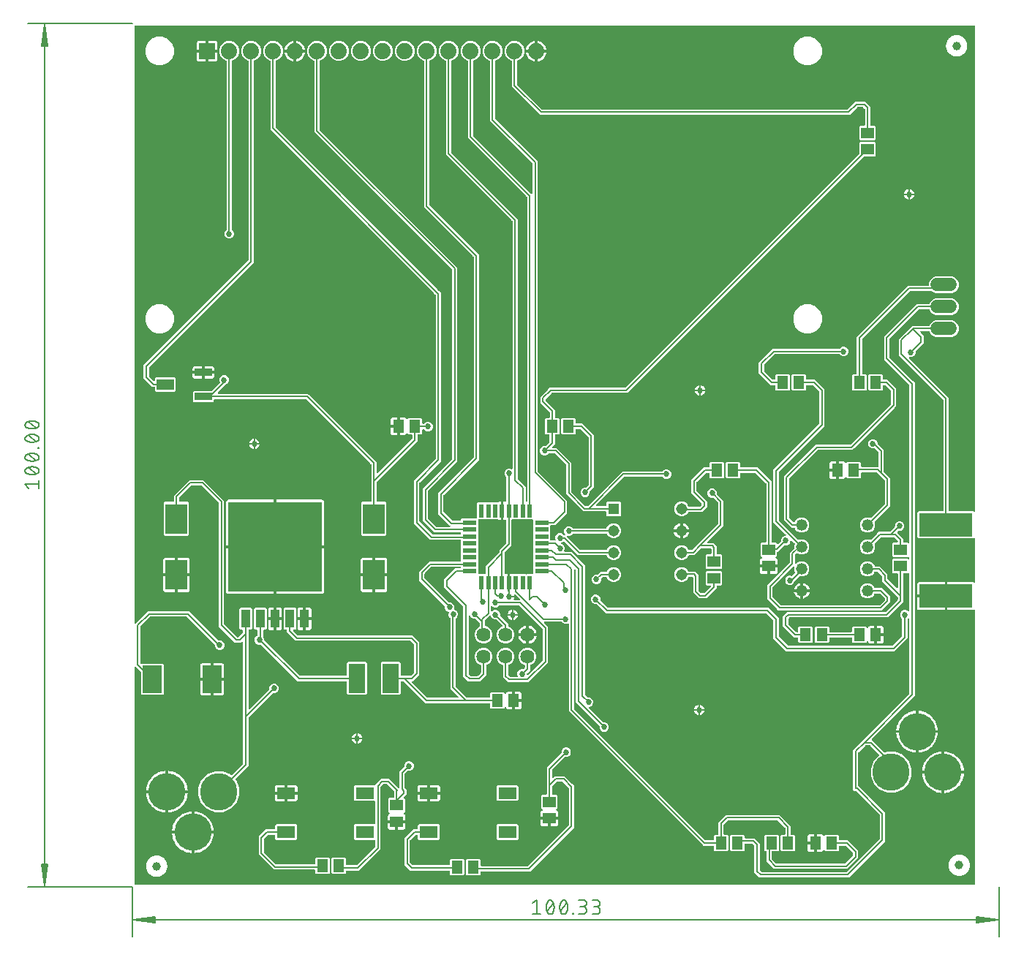
<source format=gtl>
G04 EAGLE Gerber RS-274X export*
G75*
%MOMM*%
%FSLAX34Y34*%
%LPD*%
%INTop Copper*%
%IPPOS*%
%AMOC8*
5,1,8,0,0,1.08239X$1,22.5*%
G01*
%ADD10C,0.130000*%
%ADD11C,0.152400*%
%ADD12R,1.500000X1.300000*%
%ADD13R,2.500000X3.500000*%
%ADD14R,1.300000X1.500000*%
%ADD15R,2.250000X3.180000*%
%ADD16R,2.108200X1.397000*%
%ADD17R,10.800000X10.410000*%
%ADD18R,1.066800X2.159000*%
%ADD19C,1.320800*%
%ADD20C,1.625600*%
%ADD21C,4.318000*%
%ADD22R,1.900000X3.400000*%
%ADD23R,1.879600X1.879600*%
%ADD24C,1.879600*%
%ADD25C,1.524000*%
%ADD26R,2.000000X0.900000*%
%ADD27R,2.000000X1.300000*%
%ADD28R,6.200000X2.700000*%
%ADD29C,1.308000*%
%ADD30R,1.308000X1.308000*%
%ADD31R,0.550000X1.600000*%
%ADD32R,1.600000X0.550000*%
%ADD33C,1.000000*%
%ADD34C,0.203200*%
%ADD35C,0.685800*%

G36*
X974365Y2542D02*
X974365Y2542D01*
X974370Y2541D01*
X974490Y2562D01*
X974609Y2580D01*
X974613Y2583D01*
X974619Y2584D01*
X974726Y2641D01*
X974833Y2696D01*
X974837Y2699D01*
X974841Y2702D01*
X974924Y2788D01*
X975010Y2875D01*
X975013Y2880D01*
X975016Y2883D01*
X975068Y2992D01*
X975123Y3101D01*
X975123Y3106D01*
X975126Y3110D01*
X975159Y3340D01*
X975159Y320142D01*
X975145Y320229D01*
X975140Y320316D01*
X975126Y320352D01*
X975120Y320391D01*
X975079Y320469D01*
X975047Y320550D01*
X975022Y320580D01*
X975004Y320615D01*
X974942Y320677D01*
X974886Y320744D01*
X974853Y320765D01*
X974825Y320792D01*
X974746Y320831D01*
X974672Y320878D01*
X974634Y320887D01*
X974599Y320905D01*
X974512Y320917D01*
X974427Y320938D01*
X974388Y320936D01*
X974350Y320941D01*
X974263Y320926D01*
X974176Y320920D01*
X974138Y320905D01*
X974101Y320898D01*
X974041Y320866D01*
X973960Y320834D01*
X973781Y320730D01*
X973135Y320557D01*
X943399Y320557D01*
X943399Y335798D01*
X943398Y335803D01*
X943399Y335808D01*
X943378Y335928D01*
X943359Y336047D01*
X943357Y336051D01*
X943356Y336056D01*
X943299Y336164D01*
X943244Y336271D01*
X943240Y336275D01*
X943238Y336279D01*
X943152Y336362D01*
X943065Y336448D01*
X943060Y336450D01*
X943056Y336454D01*
X942948Y336506D01*
X942839Y336560D01*
X942834Y336561D01*
X942829Y336563D01*
X942600Y336597D01*
X941799Y336597D01*
X941799Y336599D01*
X942600Y336599D01*
X942605Y336600D01*
X942610Y336599D01*
X942730Y336620D01*
X942849Y336639D01*
X942853Y336641D01*
X942858Y336642D01*
X942966Y336699D01*
X943073Y336754D01*
X943077Y336758D01*
X943081Y336760D01*
X943164Y336846D01*
X943250Y336933D01*
X943252Y336938D01*
X943256Y336942D01*
X943308Y337050D01*
X943363Y337159D01*
X943363Y337164D01*
X943366Y337169D01*
X943399Y337398D01*
X943399Y352639D01*
X973135Y352639D01*
X973781Y352466D01*
X973960Y352362D01*
X974042Y352330D01*
X974121Y352291D01*
X974159Y352286D01*
X974196Y352272D01*
X974283Y352268D01*
X974370Y352255D01*
X974409Y352261D01*
X974448Y352260D01*
X974532Y352283D01*
X974619Y352298D01*
X974653Y352316D01*
X974691Y352326D01*
X974764Y352375D01*
X974841Y352416D01*
X974868Y352444D01*
X974901Y352465D01*
X974955Y352534D01*
X975016Y352597D01*
X975033Y352633D01*
X975057Y352663D01*
X975088Y352746D01*
X975126Y352824D01*
X975132Y352865D01*
X975144Y352900D01*
X975147Y352968D01*
X975159Y353054D01*
X975159Y403457D01*
X975149Y403522D01*
X975148Y403588D01*
X975129Y403646D01*
X975120Y403706D01*
X975089Y403765D01*
X975068Y403827D01*
X975032Y403876D01*
X975004Y403930D01*
X974957Y403976D01*
X974918Y404029D01*
X974868Y404064D01*
X974825Y404107D01*
X974766Y404137D01*
X974712Y404175D01*
X974654Y404193D01*
X974599Y404220D01*
X974534Y404229D01*
X974471Y404249D01*
X974410Y404247D01*
X974350Y404256D01*
X974285Y404245D01*
X974219Y404244D01*
X974161Y404224D01*
X974101Y404213D01*
X974043Y404182D01*
X973981Y404161D01*
X973928Y404121D01*
X973879Y404095D01*
X973843Y404058D01*
X973795Y404022D01*
X973642Y403869D01*
X909958Y403869D01*
X908767Y405060D01*
X908767Y433744D01*
X909958Y434935D01*
X937952Y434935D01*
X937957Y434936D01*
X937962Y434935D01*
X938082Y434956D01*
X938201Y434974D01*
X938205Y434977D01*
X938211Y434978D01*
X938318Y435035D01*
X938425Y435090D01*
X938429Y435093D01*
X938433Y435096D01*
X938516Y435182D01*
X938602Y435269D01*
X938605Y435274D01*
X938608Y435277D01*
X938660Y435386D01*
X938715Y435495D01*
X938715Y435500D01*
X938718Y435504D01*
X938751Y435734D01*
X938751Y563606D01*
X938740Y563676D01*
X938739Y563747D01*
X938720Y563800D01*
X938712Y563855D01*
X938679Y563918D01*
X938656Y563985D01*
X938620Y564033D01*
X938596Y564079D01*
X938585Y564091D01*
X938582Y564095D01*
X938552Y564124D01*
X938517Y564171D01*
X886951Y615737D01*
X886951Y634263D01*
X902237Y649549D01*
X921861Y649549D01*
X921960Y649565D01*
X922061Y649574D01*
X922084Y649584D01*
X922110Y649588D01*
X922200Y649635D01*
X922292Y649675D01*
X922311Y649692D01*
X922334Y649704D01*
X922405Y649776D01*
X922480Y649843D01*
X922494Y649866D01*
X922511Y649883D01*
X922545Y649951D01*
X922599Y650042D01*
X923397Y651968D01*
X926112Y654683D01*
X929660Y656153D01*
X948740Y656153D01*
X952288Y654683D01*
X955003Y651968D01*
X956473Y648420D01*
X956473Y644580D01*
X955003Y641032D01*
X952288Y638317D01*
X948740Y636847D01*
X929660Y636847D01*
X926112Y638317D01*
X923397Y641032D01*
X922599Y642958D01*
X922546Y643044D01*
X922499Y643133D01*
X922481Y643151D01*
X922467Y643173D01*
X922390Y643238D01*
X922317Y643308D01*
X922294Y643319D01*
X922275Y643336D01*
X922181Y643374D01*
X922090Y643418D01*
X922064Y643422D01*
X922041Y643431D01*
X921966Y643436D01*
X921861Y643451D01*
X912790Y643451D01*
X912725Y643441D01*
X912659Y643440D01*
X912601Y643421D01*
X912541Y643412D01*
X912482Y643381D01*
X912420Y643360D01*
X912371Y643324D01*
X912317Y643296D01*
X912270Y643249D01*
X912218Y643210D01*
X912182Y643160D01*
X912140Y643117D01*
X912110Y643058D01*
X912072Y643004D01*
X912054Y642946D01*
X912027Y642891D01*
X912018Y642826D01*
X911998Y642763D01*
X911999Y642702D01*
X911991Y642642D01*
X912002Y642577D01*
X912003Y642511D01*
X912023Y642454D01*
X912034Y642393D01*
X912064Y642335D01*
X912086Y642273D01*
X912126Y642220D01*
X912152Y642171D01*
X912189Y642135D01*
X912225Y642087D01*
X914029Y640283D01*
X916049Y638263D01*
X916049Y629737D01*
X906696Y620384D01*
X906654Y620327D01*
X906605Y620276D01*
X906581Y620225D01*
X906548Y620180D01*
X906526Y620113D01*
X906495Y620049D01*
X906487Y619989D01*
X906471Y619940D01*
X906471Y619884D01*
X906462Y619819D01*
X906462Y617914D01*
X905630Y615906D01*
X904094Y614370D01*
X902086Y613538D01*
X899873Y613538D01*
X899787Y613566D01*
X899757Y613565D01*
X899727Y613573D01*
X899631Y613565D01*
X899535Y613564D01*
X899506Y613554D01*
X899476Y613552D01*
X899387Y613515D01*
X899296Y613484D01*
X899272Y613466D01*
X899243Y613454D01*
X899171Y613391D01*
X899094Y613334D01*
X899076Y613309D01*
X899053Y613289D01*
X899004Y613206D01*
X898949Y613128D01*
X898940Y613098D01*
X898924Y613072D01*
X898903Y612978D01*
X898875Y612887D01*
X898875Y612856D01*
X898869Y612826D01*
X898878Y612730D01*
X898880Y612635D01*
X898890Y612606D01*
X898892Y612575D01*
X898931Y612487D01*
X898963Y612397D01*
X898982Y612371D01*
X898993Y612344D01*
X899042Y612289D01*
X899101Y612210D01*
X944849Y566463D01*
X944849Y435734D01*
X944850Y435729D01*
X944849Y435724D01*
X944870Y435604D01*
X944888Y435485D01*
X944891Y435481D01*
X944892Y435475D01*
X944949Y435368D01*
X945004Y435261D01*
X945007Y435257D01*
X945010Y435253D01*
X945096Y435170D01*
X945183Y435084D01*
X945188Y435081D01*
X945191Y435078D01*
X945300Y435026D01*
X945409Y434971D01*
X945414Y434971D01*
X945418Y434968D01*
X945648Y434935D01*
X973642Y434935D01*
X973795Y434782D01*
X973848Y434743D01*
X973895Y434697D01*
X973950Y434670D01*
X973999Y434634D01*
X974062Y434614D01*
X974121Y434584D01*
X974181Y434576D01*
X974239Y434557D01*
X974305Y434557D01*
X974370Y434548D01*
X974430Y434558D01*
X974491Y434559D01*
X974554Y434579D01*
X974619Y434591D01*
X974672Y434619D01*
X974730Y434639D01*
X974783Y434678D01*
X974841Y434709D01*
X974883Y434753D01*
X974932Y434789D01*
X974970Y434843D01*
X975016Y434890D01*
X975042Y434945D01*
X975078Y434995D01*
X975097Y435058D01*
X975126Y435117D01*
X975135Y435183D01*
X975152Y435236D01*
X975151Y435287D01*
X975159Y435347D01*
X975159Y996660D01*
X975158Y996665D01*
X975159Y996670D01*
X975138Y996790D01*
X975120Y996909D01*
X975117Y996913D01*
X975116Y996919D01*
X975059Y997026D01*
X975004Y997133D01*
X975001Y997137D01*
X974998Y997141D01*
X974912Y997224D01*
X974825Y997310D01*
X974820Y997313D01*
X974817Y997316D01*
X974708Y997368D01*
X974599Y997423D01*
X974594Y997423D01*
X974590Y997426D01*
X974360Y997459D01*
X3340Y997459D01*
X3335Y997458D01*
X3330Y997459D01*
X3210Y997438D01*
X3091Y997420D01*
X3087Y997417D01*
X3081Y997416D01*
X2974Y997359D01*
X2867Y997304D01*
X2863Y997301D01*
X2859Y997298D01*
X2776Y997212D01*
X2690Y997125D01*
X2687Y997120D01*
X2684Y997117D01*
X2632Y997008D01*
X2577Y996899D01*
X2577Y996894D01*
X2574Y996890D01*
X2541Y996660D01*
X2541Y305782D01*
X2551Y305717D01*
X2552Y305651D01*
X2571Y305593D01*
X2580Y305533D01*
X2611Y305474D01*
X2632Y305412D01*
X2668Y305363D01*
X2696Y305309D01*
X2743Y305262D01*
X2782Y305210D01*
X2832Y305174D01*
X2875Y305132D01*
X2934Y305102D01*
X2988Y305064D01*
X3046Y305046D01*
X3101Y305019D01*
X3166Y305010D01*
X3229Y304990D01*
X3290Y304991D01*
X3350Y304983D01*
X3415Y304994D01*
X3481Y304995D01*
X3538Y305015D01*
X3599Y305026D01*
X3657Y305056D01*
X3719Y305078D01*
X3772Y305118D01*
X3821Y305144D01*
X3857Y305181D01*
X3905Y305217D01*
X15717Y317029D01*
X17737Y319049D01*
X65263Y319049D01*
X67283Y317029D01*
X98784Y285528D01*
X98866Y285468D01*
X98944Y285404D01*
X98967Y285395D01*
X98988Y285380D01*
X99084Y285349D01*
X99178Y285312D01*
X99204Y285311D01*
X99228Y285303D01*
X99329Y285304D01*
X99430Y285298D01*
X99456Y285304D01*
X99480Y285304D01*
X99552Y285329D01*
X99655Y285355D01*
X99914Y285462D01*
X102086Y285462D01*
X104094Y284630D01*
X105630Y283094D01*
X106462Y281086D01*
X106462Y278914D01*
X105630Y276906D01*
X104094Y275370D01*
X102086Y274538D01*
X99914Y274538D01*
X97906Y275370D01*
X96370Y276906D01*
X95538Y278914D01*
X95538Y279819D01*
X95527Y279889D01*
X95526Y279960D01*
X95507Y280013D01*
X95499Y280068D01*
X95466Y280131D01*
X95443Y280198D01*
X95407Y280246D01*
X95383Y280292D01*
X95344Y280331D01*
X95304Y280384D01*
X62971Y312717D01*
X62914Y312759D01*
X62863Y312808D01*
X62812Y312832D01*
X62767Y312865D01*
X62700Y312887D01*
X62636Y312918D01*
X62576Y312926D01*
X62527Y312942D01*
X62471Y312942D01*
X62406Y312951D01*
X20594Y312951D01*
X20524Y312940D01*
X20453Y312939D01*
X20400Y312920D01*
X20345Y312912D01*
X20282Y312879D01*
X20215Y312856D01*
X20167Y312820D01*
X20121Y312796D01*
X20082Y312757D01*
X20029Y312717D01*
X9283Y301971D01*
X9241Y301914D01*
X9192Y301863D01*
X9168Y301812D01*
X9135Y301767D01*
X9113Y301699D01*
X9082Y301636D01*
X9074Y301576D01*
X9058Y301527D01*
X9058Y301471D01*
X9049Y301406D01*
X9049Y258844D01*
X9060Y258774D01*
X9061Y258703D01*
X9080Y258650D01*
X9088Y258595D01*
X9121Y258532D01*
X9144Y258465D01*
X9180Y258417D01*
X9204Y258371D01*
X9243Y258332D01*
X9283Y258279D01*
X9528Y258033D01*
X9532Y258030D01*
X9536Y258026D01*
X9635Y257956D01*
X9732Y257885D01*
X9737Y257884D01*
X9742Y257881D01*
X9858Y257845D01*
X9972Y257808D01*
X9978Y257808D01*
X9983Y257807D01*
X10104Y257809D01*
X10224Y257810D01*
X10229Y257812D01*
X10235Y257812D01*
X10349Y257852D01*
X10463Y257890D01*
X10468Y257893D01*
X10473Y257895D01*
X10659Y258033D01*
X10858Y258233D01*
X35042Y258233D01*
X36233Y257042D01*
X36233Y223558D01*
X35042Y222367D01*
X10858Y222367D01*
X9667Y223558D01*
X9667Y248940D01*
X9656Y249010D01*
X9655Y249081D01*
X9636Y249134D01*
X9628Y249189D01*
X9595Y249252D01*
X9572Y249319D01*
X9536Y249367D01*
X9512Y249413D01*
X9473Y249452D01*
X9433Y249505D01*
X4971Y253967D01*
X3905Y255033D01*
X3852Y255072D01*
X3805Y255118D01*
X3750Y255145D01*
X3701Y255181D01*
X3638Y255201D01*
X3579Y255231D01*
X3519Y255240D01*
X3461Y255258D01*
X3395Y255258D01*
X3330Y255267D01*
X3270Y255257D01*
X3209Y255257D01*
X3146Y255236D01*
X3081Y255224D01*
X3028Y255196D01*
X2970Y255177D01*
X2917Y255137D01*
X2859Y255106D01*
X2817Y255062D01*
X2768Y255026D01*
X2730Y254972D01*
X2684Y254925D01*
X2658Y254870D01*
X2622Y254820D01*
X2603Y254757D01*
X2574Y254698D01*
X2565Y254632D01*
X2548Y254579D01*
X2549Y254528D01*
X2541Y254468D01*
X2541Y3340D01*
X2542Y3335D01*
X2541Y3330D01*
X2562Y3210D01*
X2580Y3091D01*
X2583Y3087D01*
X2584Y3081D01*
X2641Y2974D01*
X2696Y2867D01*
X2699Y2863D01*
X2702Y2859D01*
X2788Y2776D01*
X2875Y2690D01*
X2880Y2687D01*
X2883Y2684D01*
X2992Y2632D01*
X3101Y2577D01*
X3106Y2577D01*
X3110Y2574D01*
X3340Y2541D01*
X974360Y2541D01*
X974365Y2542D01*
G37*
%LPC*%
G36*
X673958Y41267D02*
X673958Y41267D01*
X672767Y42458D01*
X672767Y46952D01*
X672766Y46957D01*
X672767Y46962D01*
X672746Y47082D01*
X672728Y47201D01*
X672725Y47205D01*
X672724Y47211D01*
X672667Y47318D01*
X672612Y47425D01*
X672609Y47429D01*
X672606Y47433D01*
X672520Y47516D01*
X672433Y47602D01*
X672428Y47605D01*
X672425Y47608D01*
X672316Y47660D01*
X672207Y47715D01*
X672202Y47715D01*
X672198Y47718D01*
X671968Y47751D01*
X660937Y47751D01*
X504951Y203737D01*
X504951Y304312D01*
X504946Y304347D01*
X504948Y304383D01*
X504926Y304471D01*
X504912Y304561D01*
X504895Y304593D01*
X504886Y304627D01*
X504838Y304704D01*
X504796Y304785D01*
X504771Y304810D01*
X504752Y304840D01*
X504682Y304898D01*
X504617Y304962D01*
X504585Y304978D01*
X504557Y305001D01*
X504473Y305034D01*
X504391Y305075D01*
X504356Y305080D01*
X504323Y305093D01*
X504232Y305098D01*
X504142Y305111D01*
X504107Y305105D01*
X504071Y305107D01*
X503968Y305081D01*
X503893Y305068D01*
X503872Y305057D01*
X503846Y305051D01*
X502609Y304538D01*
X500437Y304538D01*
X498429Y305370D01*
X497082Y306717D01*
X497024Y306759D01*
X496973Y306808D01*
X496923Y306832D01*
X496878Y306865D01*
X496810Y306887D01*
X496746Y306918D01*
X496687Y306926D01*
X496638Y306942D01*
X496582Y306942D01*
X496517Y306951D01*
X477290Y306951D01*
X477225Y306941D01*
X477159Y306940D01*
X477101Y306921D01*
X477041Y306912D01*
X476982Y306881D01*
X476920Y306860D01*
X476871Y306824D01*
X476817Y306796D01*
X476770Y306749D01*
X476718Y306710D01*
X476682Y306660D01*
X476640Y306617D01*
X476610Y306558D01*
X476572Y306504D01*
X476554Y306446D01*
X476527Y306391D01*
X476518Y306326D01*
X476498Y306263D01*
X476499Y306202D01*
X476491Y306142D01*
X476502Y306077D01*
X476503Y306011D01*
X476523Y305954D01*
X476534Y305893D01*
X476564Y305835D01*
X476586Y305773D01*
X476626Y305720D01*
X476652Y305671D01*
X476689Y305635D01*
X476725Y305587D01*
X481049Y301263D01*
X481049Y259737D01*
X458263Y236951D01*
X434737Y236951D01*
X428751Y242937D01*
X428751Y256431D01*
X428735Y256531D01*
X428726Y256631D01*
X428716Y256655D01*
X428712Y256680D01*
X428665Y256770D01*
X428625Y256862D01*
X428608Y256881D01*
X428596Y256904D01*
X428524Y256975D01*
X428457Y257050D01*
X428434Y257064D01*
X428417Y257081D01*
X428349Y257115D01*
X428258Y257169D01*
X426044Y258086D01*
X423186Y260944D01*
X421639Y264679D01*
X421639Y268721D01*
X423186Y272456D01*
X426044Y275314D01*
X429779Y276861D01*
X433821Y276861D01*
X437556Y275314D01*
X440414Y272456D01*
X441961Y268721D01*
X441961Y264679D01*
X440414Y260944D01*
X437556Y258086D01*
X435342Y257169D01*
X435256Y257116D01*
X435167Y257069D01*
X435149Y257051D01*
X435127Y257037D01*
X435062Y256960D01*
X434992Y256887D01*
X434981Y256865D01*
X434964Y256845D01*
X434926Y256751D01*
X434882Y256660D01*
X434878Y256634D01*
X434869Y256612D01*
X434864Y256536D01*
X434849Y256431D01*
X434849Y245794D01*
X434860Y245724D01*
X434861Y245653D01*
X434880Y245600D01*
X434888Y245545D01*
X434921Y245482D01*
X434944Y245415D01*
X434980Y245367D01*
X435004Y245321D01*
X435043Y245282D01*
X435083Y245229D01*
X437029Y243283D01*
X437086Y243241D01*
X437137Y243192D01*
X437188Y243168D01*
X437233Y243135D01*
X437300Y243113D01*
X437364Y243082D01*
X437424Y243074D01*
X437473Y243058D01*
X437529Y243058D01*
X437594Y243049D01*
X445312Y243049D01*
X445347Y243054D01*
X445383Y243052D01*
X445471Y243074D01*
X445561Y243088D01*
X445593Y243105D01*
X445627Y243114D01*
X445704Y243162D01*
X445785Y243204D01*
X445810Y243229D01*
X445840Y243248D01*
X445898Y243318D01*
X445962Y243383D01*
X445978Y243415D01*
X446001Y243443D01*
X446034Y243527D01*
X446075Y243609D01*
X446080Y243644D01*
X446093Y243677D01*
X446098Y243768D01*
X446111Y243858D01*
X446105Y243893D01*
X446107Y243929D01*
X446081Y244032D01*
X446068Y244107D01*
X446057Y244128D01*
X446051Y244154D01*
X445538Y245391D01*
X445538Y247563D01*
X446370Y249571D01*
X447906Y251107D01*
X449914Y251939D01*
X452147Y251939D01*
X452170Y251932D01*
X452196Y251932D01*
X452220Y251926D01*
X452321Y251934D01*
X452422Y251936D01*
X452446Y251945D01*
X452472Y251947D01*
X452565Y251986D01*
X452660Y252019D01*
X452682Y252035D01*
X452704Y252045D01*
X452761Y252094D01*
X452846Y252158D01*
X453917Y253229D01*
X453959Y253286D01*
X454008Y253337D01*
X454032Y253388D01*
X454065Y253433D01*
X454087Y253500D01*
X454118Y253564D01*
X454126Y253624D01*
X454142Y253673D01*
X454142Y253729D01*
X454151Y253794D01*
X454151Y256431D01*
X454135Y256531D01*
X454126Y256631D01*
X454116Y256655D01*
X454112Y256680D01*
X454065Y256770D01*
X454025Y256862D01*
X454008Y256881D01*
X453996Y256904D01*
X453924Y256975D01*
X453857Y257050D01*
X453834Y257064D01*
X453817Y257081D01*
X453749Y257115D01*
X453658Y257169D01*
X451444Y258086D01*
X448586Y260944D01*
X447039Y264679D01*
X447039Y268721D01*
X448586Y272456D01*
X451444Y275314D01*
X455179Y276861D01*
X459221Y276861D01*
X462956Y275314D01*
X465814Y272456D01*
X467361Y268721D01*
X467361Y264679D01*
X465814Y260944D01*
X462956Y258086D01*
X460742Y257169D01*
X460656Y257116D01*
X460567Y257069D01*
X460549Y257051D01*
X460527Y257037D01*
X460462Y256960D01*
X460392Y256887D01*
X460381Y256865D01*
X460364Y256845D01*
X460326Y256751D01*
X460282Y256660D01*
X460278Y256634D01*
X460269Y256612D01*
X460264Y256536D01*
X460249Y256431D01*
X460249Y250937D01*
X456696Y247384D01*
X456654Y247327D01*
X456605Y247276D01*
X456581Y247225D01*
X456548Y247180D01*
X456526Y247113D01*
X456495Y247049D01*
X456487Y246989D01*
X456471Y246940D01*
X456471Y246884D01*
X456462Y246819D01*
X456462Y245703D01*
X456472Y245638D01*
X456473Y245572D01*
X456492Y245514D01*
X456501Y245454D01*
X456532Y245395D01*
X456553Y245333D01*
X456589Y245284D01*
X456617Y245230D01*
X456664Y245183D01*
X456703Y245131D01*
X456753Y245095D01*
X456796Y245053D01*
X456855Y245023D01*
X456909Y244985D01*
X456967Y244967D01*
X457022Y244940D01*
X457087Y244931D01*
X457150Y244911D01*
X457211Y244912D01*
X457271Y244904D01*
X457336Y244915D01*
X457402Y244916D01*
X457459Y244936D01*
X457520Y244947D01*
X457578Y244977D01*
X457640Y244999D01*
X457693Y245039D01*
X457742Y245065D01*
X457778Y245102D01*
X457826Y245138D01*
X474717Y262029D01*
X474759Y262086D01*
X474808Y262137D01*
X474832Y262188D01*
X474865Y262233D01*
X474887Y262300D01*
X474918Y262364D01*
X474926Y262424D01*
X474942Y262473D01*
X474942Y262529D01*
X474951Y262594D01*
X474951Y298406D01*
X474940Y298476D01*
X474939Y298547D01*
X474920Y298600D01*
X474912Y298655D01*
X474879Y298718D01*
X474856Y298785D01*
X474820Y298833D01*
X474796Y298879D01*
X474757Y298918D01*
X474717Y298971D01*
X447971Y325717D01*
X447914Y325759D01*
X447863Y325808D01*
X447812Y325832D01*
X447767Y325865D01*
X447700Y325887D01*
X447636Y325918D01*
X447576Y325926D01*
X447527Y325942D01*
X447471Y325942D01*
X447406Y325951D01*
X425006Y325951D01*
X424936Y325940D01*
X424865Y325939D01*
X424813Y325920D01*
X424757Y325912D01*
X424694Y325879D01*
X424627Y325856D01*
X424579Y325820D01*
X424533Y325796D01*
X424494Y325757D01*
X424441Y325717D01*
X423094Y324370D01*
X421086Y323538D01*
X418914Y323538D01*
X416906Y324370D01*
X416413Y324863D01*
X416360Y324901D01*
X416313Y324948D01*
X416258Y324975D01*
X416209Y325011D01*
X416146Y325031D01*
X416087Y325060D01*
X416027Y325069D01*
X415969Y325088D01*
X415903Y325087D01*
X415838Y325097D01*
X415778Y325086D01*
X415717Y325086D01*
X415654Y325065D01*
X415589Y325054D01*
X415536Y325025D01*
X415478Y325006D01*
X415425Y324967D01*
X415367Y324936D01*
X415325Y324892D01*
X415276Y324856D01*
X415238Y324802D01*
X415192Y324754D01*
X415166Y324699D01*
X415130Y324650D01*
X415111Y324587D01*
X415082Y324527D01*
X415073Y324462D01*
X415056Y324409D01*
X415057Y324357D01*
X415049Y324298D01*
X415049Y319702D01*
X415059Y319637D01*
X415060Y319571D01*
X415079Y319513D01*
X415088Y319453D01*
X415119Y319395D01*
X415140Y319332D01*
X415176Y319283D01*
X415204Y319229D01*
X415251Y319183D01*
X415290Y319130D01*
X415340Y319095D01*
X415383Y319052D01*
X415442Y319023D01*
X415496Y318985D01*
X415554Y318967D01*
X415609Y318940D01*
X415674Y318930D01*
X415737Y318911D01*
X415798Y318912D01*
X415858Y318903D01*
X415923Y318914D01*
X415989Y318916D01*
X416047Y318936D01*
X416107Y318946D01*
X416165Y318977D01*
X416227Y318999D01*
X416280Y319038D01*
X416329Y319064D01*
X416365Y319101D01*
X416413Y319137D01*
X416906Y319630D01*
X418914Y320462D01*
X421086Y320462D01*
X423094Y319630D01*
X424630Y318094D01*
X425462Y316086D01*
X425462Y314181D01*
X425473Y314111D01*
X425474Y314040D01*
X425493Y313987D01*
X425501Y313932D01*
X425534Y313869D01*
X425557Y313802D01*
X425593Y313754D01*
X425617Y313708D01*
X425656Y313669D01*
X425696Y313616D01*
X434849Y304463D01*
X434849Y302369D01*
X434865Y302269D01*
X434874Y302169D01*
X434884Y302145D01*
X434888Y302120D01*
X434935Y302030D01*
X434975Y301938D01*
X434992Y301919D01*
X435004Y301896D01*
X435076Y301825D01*
X435143Y301750D01*
X435166Y301736D01*
X435183Y301719D01*
X435251Y301685D01*
X435342Y301631D01*
X437556Y300714D01*
X440414Y297856D01*
X441961Y294121D01*
X441961Y290079D01*
X440414Y286344D01*
X437556Y283486D01*
X433821Y281939D01*
X429779Y281939D01*
X426044Y283486D01*
X423186Y286344D01*
X421639Y290079D01*
X421639Y294121D01*
X423186Y297856D01*
X426044Y300714D01*
X427718Y301407D01*
X427749Y301426D01*
X427783Y301437D01*
X427856Y301492D01*
X427933Y301539D01*
X427956Y301566D01*
X427985Y301588D01*
X428037Y301662D01*
X428096Y301732D01*
X428110Y301765D01*
X428130Y301794D01*
X428157Y301881D01*
X428191Y301965D01*
X428194Y302001D01*
X428204Y302035D01*
X428202Y302126D01*
X428209Y302216D01*
X428200Y302251D01*
X428199Y302287D01*
X428169Y302372D01*
X428147Y302461D01*
X428128Y302491D01*
X428116Y302525D01*
X428053Y302610D01*
X428012Y302674D01*
X427994Y302689D01*
X427978Y302711D01*
X421384Y309304D01*
X421327Y309346D01*
X421276Y309395D01*
X421225Y309419D01*
X421180Y309452D01*
X421113Y309474D01*
X421049Y309505D01*
X420989Y309513D01*
X420940Y309529D01*
X420884Y309529D01*
X420819Y309538D01*
X418914Y309538D01*
X416906Y310370D01*
X415370Y311906D01*
X414611Y313737D01*
X414593Y313767D01*
X414581Y313801D01*
X414527Y313874D01*
X414479Y313952D01*
X414452Y313975D01*
X414431Y314004D01*
X414357Y314056D01*
X414287Y314115D01*
X414254Y314128D01*
X414225Y314149D01*
X414138Y314175D01*
X414054Y314210D01*
X414018Y314212D01*
X413984Y314223D01*
X413893Y314221D01*
X413802Y314227D01*
X413768Y314219D01*
X413732Y314218D01*
X413646Y314188D01*
X413558Y314166D01*
X413528Y314147D01*
X413494Y314135D01*
X413409Y314071D01*
X413345Y314031D01*
X413329Y314012D01*
X413308Y313996D01*
X413029Y313717D01*
X408283Y308971D01*
X408241Y308914D01*
X408192Y308863D01*
X408168Y308812D01*
X408135Y308767D01*
X408113Y308700D01*
X408082Y308636D01*
X408074Y308576D01*
X408058Y308527D01*
X408058Y308471D01*
X408049Y308406D01*
X408049Y302949D01*
X408065Y302849D01*
X408074Y302749D01*
X408084Y302725D01*
X408088Y302700D01*
X408135Y302610D01*
X408175Y302518D01*
X408192Y302499D01*
X408204Y302476D01*
X408276Y302405D01*
X408343Y302330D01*
X408366Y302316D01*
X408383Y302299D01*
X408451Y302265D01*
X408542Y302211D01*
X412156Y300714D01*
X415014Y297856D01*
X416561Y294121D01*
X416561Y290079D01*
X415014Y286344D01*
X412156Y283486D01*
X408421Y281939D01*
X404379Y281939D01*
X400644Y283486D01*
X397786Y286344D01*
X396239Y290079D01*
X396239Y294121D01*
X397786Y297856D01*
X400644Y300714D01*
X401458Y301051D01*
X401544Y301104D01*
X401633Y301151D01*
X401651Y301169D01*
X401673Y301183D01*
X401738Y301260D01*
X401808Y301333D01*
X401819Y301356D01*
X401836Y301375D01*
X401874Y301469D01*
X401918Y301560D01*
X401922Y301586D01*
X401931Y301609D01*
X401936Y301684D01*
X401951Y301789D01*
X401951Y305406D01*
X401940Y305476D01*
X401939Y305547D01*
X401920Y305600D01*
X401912Y305655D01*
X401879Y305718D01*
X401856Y305785D01*
X401820Y305833D01*
X401796Y305879D01*
X401757Y305918D01*
X401717Y305971D01*
X397384Y310304D01*
X397327Y310346D01*
X397276Y310395D01*
X397225Y310419D01*
X397180Y310452D01*
X397113Y310474D01*
X397049Y310505D01*
X396989Y310513D01*
X396940Y310529D01*
X396884Y310529D01*
X396819Y310538D01*
X394914Y310538D01*
X392906Y311370D01*
X391370Y312906D01*
X390586Y314797D01*
X390536Y314879D01*
X390492Y314965D01*
X390470Y314986D01*
X390454Y315012D01*
X390381Y315074D01*
X390313Y315142D01*
X390285Y315155D01*
X390262Y315175D01*
X390173Y315211D01*
X390087Y315254D01*
X390057Y315259D01*
X390029Y315270D01*
X389933Y315277D01*
X389838Y315291D01*
X389808Y315286D01*
X389777Y315288D01*
X389684Y315264D01*
X389589Y315248D01*
X389562Y315234D01*
X389533Y315226D01*
X389451Y315175D01*
X389367Y315130D01*
X389346Y315108D01*
X389320Y315091D01*
X389258Y315017D01*
X389192Y314948D01*
X389179Y314921D01*
X389159Y314897D01*
X389124Y314807D01*
X389082Y314721D01*
X389078Y314689D01*
X389067Y314662D01*
X389063Y314589D01*
X389049Y314492D01*
X389049Y246594D01*
X389060Y246524D01*
X389061Y246453D01*
X389080Y246400D01*
X389088Y246345D01*
X389121Y246282D01*
X389144Y246215D01*
X389180Y246167D01*
X389204Y246121D01*
X389243Y246082D01*
X389283Y246029D01*
X391029Y244283D01*
X391086Y244241D01*
X391137Y244192D01*
X391188Y244168D01*
X391233Y244135D01*
X391300Y244113D01*
X391364Y244082D01*
X391424Y244074D01*
X391473Y244058D01*
X391529Y244058D01*
X391594Y244049D01*
X399406Y244049D01*
X399476Y244060D01*
X399547Y244061D01*
X399600Y244080D01*
X399655Y244088D01*
X399718Y244121D01*
X399785Y244144D01*
X399833Y244180D01*
X399879Y244204D01*
X399918Y244243D01*
X399971Y244283D01*
X403117Y247429D01*
X403159Y247486D01*
X403208Y247537D01*
X403232Y247588D01*
X403265Y247633D01*
X403287Y247700D01*
X403318Y247764D01*
X403326Y247824D01*
X403342Y247873D01*
X403342Y247929D01*
X403351Y247994D01*
X403351Y256431D01*
X403335Y256531D01*
X403326Y256631D01*
X403316Y256655D01*
X403312Y256680D01*
X403265Y256770D01*
X403225Y256862D01*
X403208Y256881D01*
X403196Y256904D01*
X403124Y256975D01*
X403057Y257050D01*
X403034Y257064D01*
X403017Y257081D01*
X402949Y257115D01*
X402858Y257169D01*
X400644Y258086D01*
X397786Y260944D01*
X396239Y264679D01*
X396239Y268721D01*
X397786Y272456D01*
X400644Y275314D01*
X404379Y276861D01*
X408421Y276861D01*
X412156Y275314D01*
X415014Y272456D01*
X416561Y268721D01*
X416561Y264679D01*
X415014Y260944D01*
X412156Y258086D01*
X409942Y257169D01*
X409856Y257116D01*
X409767Y257069D01*
X409749Y257051D01*
X409727Y257037D01*
X409662Y256960D01*
X409592Y256887D01*
X409581Y256865D01*
X409564Y256845D01*
X409526Y256751D01*
X409482Y256660D01*
X409478Y256634D01*
X409469Y256612D01*
X409464Y256536D01*
X409449Y256431D01*
X409449Y245137D01*
X402263Y237951D01*
X388737Y237951D01*
X382951Y243737D01*
X382951Y324406D01*
X382940Y324476D01*
X382939Y324547D01*
X382920Y324600D01*
X382912Y324655D01*
X382879Y324718D01*
X382856Y324785D01*
X382820Y324833D01*
X382796Y324879D01*
X382757Y324918D01*
X382717Y324971D01*
X360951Y346737D01*
X360951Y356263D01*
X373437Y368749D01*
X379168Y368749D01*
X379173Y368750D01*
X379178Y368749D01*
X379298Y368770D01*
X379417Y368788D01*
X379421Y368791D01*
X379427Y368792D01*
X379534Y368849D01*
X379641Y368904D01*
X379645Y368907D01*
X379649Y368910D01*
X379732Y368996D01*
X379818Y369083D01*
X379821Y369088D01*
X379824Y369091D01*
X379876Y369200D01*
X379918Y369284D01*
X379958Y369339D01*
X379960Y369344D01*
X379963Y369348D01*
X379998Y369463D01*
X380035Y369579D01*
X380035Y369584D01*
X380037Y369589D01*
X380034Y369709D01*
X380033Y369831D01*
X380032Y369836D01*
X380032Y369841D01*
X379992Y369955D01*
X379953Y370070D01*
X379950Y370074D01*
X379949Y370079D01*
X379922Y370115D01*
X379867Y370218D01*
X379812Y370325D01*
X379809Y370329D01*
X379806Y370333D01*
X379720Y370416D01*
X379633Y370502D01*
X379628Y370505D01*
X379625Y370508D01*
X379516Y370560D01*
X379407Y370615D01*
X379402Y370615D01*
X379398Y370618D01*
X379168Y370651D01*
X346294Y370651D01*
X346224Y370640D01*
X346153Y370639D01*
X346100Y370620D01*
X346045Y370612D01*
X345982Y370579D01*
X345915Y370556D01*
X345867Y370520D01*
X345821Y370496D01*
X345782Y370457D01*
X345729Y370417D01*
X338283Y362971D01*
X338241Y362914D01*
X338192Y362863D01*
X338168Y362812D01*
X338135Y362767D01*
X338113Y362700D01*
X338082Y362636D01*
X338074Y362576D01*
X338058Y362527D01*
X338058Y362471D01*
X338049Y362406D01*
X338049Y357594D01*
X338060Y357524D01*
X338061Y357453D01*
X338080Y357400D01*
X338088Y357345D01*
X338121Y357282D01*
X338144Y357215D01*
X338180Y357167D01*
X338204Y357121D01*
X338243Y357082D01*
X338283Y357029D01*
X365616Y329696D01*
X365673Y329654D01*
X365724Y329605D01*
X365775Y329581D01*
X365820Y329548D01*
X365887Y329526D01*
X365951Y329495D01*
X366011Y329487D01*
X366060Y329471D01*
X366116Y329471D01*
X366181Y329462D01*
X368086Y329462D01*
X370094Y328630D01*
X371630Y327094D01*
X372462Y325086D01*
X372462Y322914D01*
X372140Y322137D01*
X372139Y322132D01*
X372136Y322128D01*
X372109Y322009D01*
X372082Y321892D01*
X372082Y321887D01*
X372081Y321882D01*
X372092Y321761D01*
X372102Y321641D01*
X372104Y321636D01*
X372105Y321631D01*
X372153Y321520D01*
X372200Y321408D01*
X372204Y321404D01*
X372206Y321400D01*
X372287Y321308D01*
X372366Y321218D01*
X372370Y321215D01*
X372373Y321212D01*
X372573Y321093D01*
X374380Y320344D01*
X375916Y318808D01*
X376748Y316800D01*
X376748Y314627D01*
X375916Y312620D01*
X374283Y310986D01*
X374241Y310929D01*
X374192Y310878D01*
X374168Y310828D01*
X374135Y310782D01*
X374113Y310715D01*
X374082Y310651D01*
X374074Y310591D01*
X374058Y310542D01*
X374058Y310486D01*
X374049Y310421D01*
X374049Y232494D01*
X374060Y232424D01*
X374061Y232353D01*
X374080Y232300D01*
X374088Y232245D01*
X374121Y232182D01*
X374144Y232115D01*
X374180Y232067D01*
X374204Y232021D01*
X374243Y231982D01*
X374283Y231929D01*
X387029Y219183D01*
X387086Y219141D01*
X387137Y219092D01*
X387188Y219068D01*
X387233Y219035D01*
X387300Y219013D01*
X387364Y218982D01*
X387424Y218974D01*
X387473Y218958D01*
X387529Y218958D01*
X387594Y218949D01*
X412968Y218949D01*
X412973Y218950D01*
X412978Y218949D01*
X413098Y218970D01*
X413217Y218988D01*
X413221Y218991D01*
X413227Y218992D01*
X413334Y219049D01*
X413441Y219104D01*
X413445Y219107D01*
X413449Y219110D01*
X413532Y219196D01*
X413618Y219283D01*
X413621Y219288D01*
X413624Y219291D01*
X413676Y219400D01*
X413731Y219509D01*
X413731Y219514D01*
X413734Y219518D01*
X413767Y219748D01*
X413767Y224242D01*
X414958Y225433D01*
X429642Y225433D01*
X430893Y224182D01*
X430940Y224101D01*
X430988Y224008D01*
X431004Y223993D01*
X431015Y223974D01*
X431093Y223905D01*
X431167Y223831D01*
X431187Y223821D01*
X431204Y223807D01*
X431299Y223765D01*
X431393Y223719D01*
X431415Y223716D01*
X431435Y223707D01*
X431539Y223697D01*
X431642Y223682D01*
X431664Y223686D01*
X431686Y223684D01*
X431787Y223707D01*
X431891Y223725D01*
X431910Y223736D01*
X431932Y223741D01*
X432021Y223794D01*
X432113Y223843D01*
X432129Y223859D01*
X432148Y223871D01*
X432216Y223950D01*
X432288Y224025D01*
X432298Y224045D01*
X432312Y224062D01*
X432366Y224186D01*
X432398Y224252D01*
X432399Y224264D01*
X432404Y224275D01*
X432432Y224381D01*
X432767Y224960D01*
X433240Y225433D01*
X433819Y225768D01*
X434465Y225941D01*
X439701Y225941D01*
X439701Y216700D01*
X439702Y216695D01*
X439701Y216690D01*
X439722Y216570D01*
X439741Y216451D01*
X439743Y216447D01*
X439744Y216442D01*
X439801Y216334D01*
X439856Y216227D01*
X439860Y216223D01*
X439862Y216219D01*
X439948Y216136D01*
X440035Y216050D01*
X440040Y216048D01*
X440044Y216044D01*
X440152Y215992D01*
X440261Y215938D01*
X440266Y215937D01*
X440271Y215935D01*
X440500Y215901D01*
X441301Y215901D01*
X441301Y215899D01*
X440500Y215899D01*
X440495Y215898D01*
X440490Y215899D01*
X440370Y215878D01*
X440251Y215859D01*
X440247Y215857D01*
X440241Y215856D01*
X440134Y215799D01*
X440027Y215744D01*
X440023Y215740D01*
X440019Y215738D01*
X439936Y215652D01*
X439850Y215565D01*
X439848Y215560D01*
X439844Y215556D01*
X439792Y215448D01*
X439737Y215339D01*
X439737Y215334D01*
X439734Y215329D01*
X439701Y215100D01*
X439701Y205859D01*
X434465Y205859D01*
X433819Y206032D01*
X433240Y206367D01*
X432767Y206840D01*
X432432Y207419D01*
X432404Y207525D01*
X432395Y207546D01*
X432391Y207567D01*
X432344Y207660D01*
X432301Y207756D01*
X432286Y207772D01*
X432276Y207792D01*
X432202Y207865D01*
X432132Y207942D01*
X432113Y207953D01*
X432097Y207969D01*
X432004Y208015D01*
X431913Y208067D01*
X431891Y208071D01*
X431871Y208081D01*
X431768Y208096D01*
X431666Y208117D01*
X431644Y208115D01*
X431622Y208118D01*
X431519Y208100D01*
X431415Y208088D01*
X431395Y208079D01*
X431373Y208075D01*
X431281Y208026D01*
X431187Y207982D01*
X431170Y207967D01*
X431151Y207957D01*
X431078Y207882D01*
X431002Y207810D01*
X430991Y207791D01*
X430976Y207775D01*
X430931Y207681D01*
X430899Y207625D01*
X429642Y206367D01*
X414958Y206367D01*
X413767Y207558D01*
X413767Y212052D01*
X413766Y212057D01*
X413767Y212062D01*
X413746Y212182D01*
X413728Y212301D01*
X413725Y212305D01*
X413724Y212311D01*
X413667Y212418D01*
X413612Y212525D01*
X413609Y212529D01*
X413606Y212533D01*
X413520Y212616D01*
X413433Y212702D01*
X413428Y212705D01*
X413425Y212708D01*
X413316Y212760D01*
X413207Y212815D01*
X413202Y212815D01*
X413198Y212818D01*
X412968Y212851D01*
X339137Y212851D01*
X313971Y238017D01*
X313914Y238059D01*
X313863Y238108D01*
X313812Y238132D01*
X313767Y238165D01*
X313700Y238187D01*
X313636Y238218D01*
X313576Y238226D01*
X313527Y238242D01*
X313471Y238242D01*
X313406Y238251D01*
X311232Y238251D01*
X311227Y238250D01*
X311222Y238251D01*
X311102Y238230D01*
X310983Y238212D01*
X310979Y238209D01*
X310973Y238208D01*
X310866Y238151D01*
X310759Y238096D01*
X310755Y238093D01*
X310751Y238090D01*
X310668Y238004D01*
X310582Y237917D01*
X310579Y237912D01*
X310576Y237909D01*
X310524Y237800D01*
X310469Y237691D01*
X310469Y237686D01*
X310466Y237682D01*
X310433Y237452D01*
X310433Y223458D01*
X309242Y222267D01*
X288558Y222267D01*
X287367Y223458D01*
X287367Y259142D01*
X288558Y260333D01*
X309242Y260333D01*
X310433Y259142D01*
X310433Y245148D01*
X310434Y245143D01*
X310433Y245138D01*
X310454Y245017D01*
X310472Y244899D01*
X310475Y244895D01*
X310476Y244889D01*
X310533Y244782D01*
X310588Y244675D01*
X310591Y244671D01*
X310594Y244667D01*
X310680Y244584D01*
X310767Y244498D01*
X310772Y244495D01*
X310775Y244492D01*
X310884Y244440D01*
X310993Y244385D01*
X310998Y244385D01*
X311002Y244382D01*
X311232Y244349D01*
X321706Y244349D01*
X321776Y244360D01*
X321847Y244361D01*
X321900Y244380D01*
X321955Y244388D01*
X322018Y244421D01*
X322085Y244444D01*
X322133Y244480D01*
X322179Y244504D01*
X322218Y244543D01*
X322271Y244583D01*
X325717Y248029D01*
X325759Y248086D01*
X325808Y248137D01*
X325832Y248188D01*
X325865Y248233D01*
X325887Y248300D01*
X325918Y248364D01*
X325926Y248424D01*
X325942Y248473D01*
X325942Y248529D01*
X325951Y248594D01*
X325951Y280406D01*
X325940Y280476D01*
X325939Y280547D01*
X325920Y280600D01*
X325912Y280655D01*
X325879Y280718D01*
X325856Y280785D01*
X325820Y280833D01*
X325796Y280879D01*
X325757Y280918D01*
X325717Y280971D01*
X321971Y284717D01*
X321914Y284759D01*
X321863Y284808D01*
X321812Y284832D01*
X321767Y284865D01*
X321700Y284887D01*
X321636Y284918D01*
X321576Y284926D01*
X321527Y284942D01*
X321471Y284942D01*
X321406Y284951D01*
X188737Y284951D01*
X180971Y292717D01*
X178951Y294737D01*
X178951Y296761D01*
X178950Y296766D01*
X178951Y296771D01*
X178930Y296891D01*
X178912Y297010D01*
X178909Y297014D01*
X178908Y297020D01*
X178851Y297127D01*
X178796Y297234D01*
X178793Y297238D01*
X178790Y297242D01*
X178704Y297325D01*
X178617Y297411D01*
X178612Y297414D01*
X178609Y297417D01*
X178500Y297469D01*
X178391Y297524D01*
X178386Y297524D01*
X178382Y297527D01*
X178152Y297560D01*
X175942Y297560D01*
X174751Y298751D01*
X174751Y322025D01*
X175942Y323216D01*
X188294Y323216D01*
X189485Y322025D01*
X189485Y298751D01*
X188294Y297560D01*
X186681Y297560D01*
X186616Y297550D01*
X186550Y297549D01*
X186492Y297530D01*
X186432Y297521D01*
X186373Y297490D01*
X186311Y297469D01*
X186262Y297433D01*
X186208Y297405D01*
X186161Y297358D01*
X186109Y297319D01*
X186073Y297269D01*
X186031Y297226D01*
X186001Y297167D01*
X185963Y297113D01*
X185945Y297055D01*
X185918Y297000D01*
X185909Y296935D01*
X185889Y296872D01*
X185890Y296811D01*
X185882Y296751D01*
X185893Y296686D01*
X185894Y296620D01*
X185914Y296563D01*
X185925Y296502D01*
X185955Y296444D01*
X185977Y296382D01*
X186017Y296329D01*
X186043Y296280D01*
X186080Y296244D01*
X186116Y296196D01*
X191029Y291283D01*
X191086Y291241D01*
X191137Y291192D01*
X191188Y291168D01*
X191233Y291135D01*
X191300Y291113D01*
X191364Y291082D01*
X191424Y291074D01*
X191473Y291058D01*
X191529Y291058D01*
X191594Y291049D01*
X324263Y291049D01*
X326283Y289029D01*
X332049Y283263D01*
X332049Y245737D01*
X326583Y240271D01*
X324563Y238251D01*
X324290Y238251D01*
X324225Y238241D01*
X324159Y238240D01*
X324101Y238221D01*
X324041Y238212D01*
X323982Y238181D01*
X323920Y238160D01*
X323871Y238124D01*
X323817Y238096D01*
X323770Y238049D01*
X323718Y238010D01*
X323682Y237960D01*
X323640Y237917D01*
X323610Y237858D01*
X323572Y237804D01*
X323554Y237746D01*
X323527Y237691D01*
X323518Y237626D01*
X323498Y237563D01*
X323499Y237502D01*
X323491Y237442D01*
X323502Y237377D01*
X323503Y237311D01*
X323523Y237254D01*
X323534Y237193D01*
X323564Y237135D01*
X323586Y237073D01*
X323626Y237020D01*
X323652Y236971D01*
X323689Y236935D01*
X323725Y236887D01*
X341429Y219183D01*
X341486Y219141D01*
X341537Y219092D01*
X341588Y219068D01*
X341633Y219035D01*
X341700Y219013D01*
X341764Y218982D01*
X341824Y218974D01*
X341873Y218958D01*
X341929Y218958D01*
X341994Y218949D01*
X376710Y218949D01*
X376775Y218959D01*
X376841Y218960D01*
X376899Y218979D01*
X376959Y218988D01*
X377018Y219019D01*
X377080Y219040D01*
X377129Y219076D01*
X377183Y219104D01*
X377230Y219151D01*
X377282Y219190D01*
X377318Y219240D01*
X377360Y219283D01*
X377390Y219342D01*
X377428Y219396D01*
X377446Y219454D01*
X377473Y219509D01*
X377482Y219574D01*
X377502Y219637D01*
X377501Y219698D01*
X377509Y219758D01*
X377498Y219823D01*
X377497Y219889D01*
X377477Y219946D01*
X377466Y220007D01*
X377436Y220065D01*
X377414Y220127D01*
X377374Y220180D01*
X377348Y220229D01*
X377311Y220265D01*
X377275Y220313D01*
X369971Y227617D01*
X367951Y229637D01*
X367951Y310994D01*
X367940Y311064D01*
X367939Y311135D01*
X367920Y311187D01*
X367912Y311243D01*
X367879Y311306D01*
X367856Y311373D01*
X367820Y311421D01*
X367796Y311467D01*
X367757Y311506D01*
X367717Y311559D01*
X366656Y312620D01*
X365824Y314627D01*
X365824Y316800D01*
X366146Y317577D01*
X366147Y317582D01*
X366150Y317586D01*
X366176Y317703D01*
X366205Y317822D01*
X366204Y317827D01*
X366205Y317832D01*
X366194Y317953D01*
X366184Y318073D01*
X366182Y318078D01*
X366181Y318083D01*
X366133Y318194D01*
X366086Y318306D01*
X366083Y318309D01*
X366081Y318314D01*
X366000Y318405D01*
X365921Y318496D01*
X365916Y318498D01*
X365913Y318502D01*
X365714Y318621D01*
X363906Y319370D01*
X362370Y320906D01*
X361538Y322914D01*
X361538Y324819D01*
X361527Y324889D01*
X361526Y324960D01*
X361507Y325013D01*
X361499Y325068D01*
X361466Y325131D01*
X361443Y325198D01*
X361407Y325246D01*
X361383Y325292D01*
X361344Y325331D01*
X361304Y325384D01*
X331951Y354737D01*
X331951Y365263D01*
X343437Y376749D01*
X379168Y376749D01*
X379173Y376750D01*
X379178Y376749D01*
X379298Y376770D01*
X379417Y376788D01*
X379421Y376791D01*
X379427Y376792D01*
X379533Y376848D01*
X379641Y376904D01*
X379645Y376907D01*
X379649Y376910D01*
X379732Y376996D01*
X379818Y377083D01*
X379821Y377088D01*
X379824Y377091D01*
X379876Y377200D01*
X379918Y377284D01*
X379958Y377339D01*
X379960Y377344D01*
X379963Y377348D01*
X379998Y377463D01*
X380035Y377579D01*
X380035Y377584D01*
X380037Y377589D01*
X380034Y377709D01*
X380033Y377831D01*
X380032Y377836D01*
X380032Y377841D01*
X379992Y377955D01*
X379967Y378029D01*
X379967Y385363D01*
X379998Y385463D01*
X380035Y385579D01*
X380035Y385584D01*
X380037Y385589D01*
X380034Y385709D01*
X380033Y385831D01*
X380032Y385836D01*
X380032Y385841D01*
X379992Y385955D01*
X379967Y386029D01*
X379967Y393363D01*
X379998Y393463D01*
X380035Y393579D01*
X380035Y393584D01*
X380037Y393589D01*
X380034Y393708D01*
X380033Y393831D01*
X380032Y393836D01*
X380032Y393841D01*
X379992Y393955D01*
X379967Y394029D01*
X379967Y401152D01*
X379966Y401157D01*
X379967Y401162D01*
X379946Y401282D01*
X379928Y401401D01*
X379925Y401405D01*
X379924Y401411D01*
X379867Y401518D01*
X379812Y401625D01*
X379809Y401629D01*
X379806Y401633D01*
X379720Y401716D01*
X379633Y401802D01*
X379628Y401805D01*
X379625Y401808D01*
X379516Y401860D01*
X379407Y401915D01*
X379402Y401915D01*
X379398Y401918D01*
X379168Y401951D01*
X344737Y401951D01*
X325951Y420737D01*
X325951Y470263D01*
X350717Y495029D01*
X350759Y495086D01*
X350808Y495137D01*
X350832Y495188D01*
X350865Y495233D01*
X350887Y495300D01*
X350918Y495364D01*
X350926Y495424D01*
X350942Y495473D01*
X350942Y495529D01*
X350951Y495594D01*
X350951Y685406D01*
X350940Y685476D01*
X350939Y685547D01*
X350920Y685600D01*
X350912Y685655D01*
X350879Y685718D01*
X350856Y685785D01*
X350820Y685833D01*
X350796Y685879D01*
X350757Y685918D01*
X350717Y685971D01*
X159551Y877137D01*
X159551Y956156D01*
X159535Y956256D01*
X159526Y956357D01*
X159516Y956380D01*
X159512Y956405D01*
X159465Y956495D01*
X159425Y956588D01*
X159408Y956607D01*
X159396Y956629D01*
X159324Y956700D01*
X159257Y956776D01*
X159234Y956789D01*
X159217Y956806D01*
X159149Y956840D01*
X159058Y956895D01*
X156125Y958109D01*
X152909Y961325D01*
X151169Y965526D01*
X151169Y970074D01*
X152909Y974275D01*
X156125Y977491D01*
X160326Y979231D01*
X164874Y979231D01*
X169075Y977491D01*
X172291Y974275D01*
X174031Y970074D01*
X174031Y965526D01*
X172291Y961325D01*
X169075Y958109D01*
X166142Y956895D01*
X166056Y956842D01*
X165967Y956794D01*
X165949Y956776D01*
X165927Y956763D01*
X165862Y956685D01*
X165792Y956613D01*
X165781Y956590D01*
X165764Y956570D01*
X165726Y956477D01*
X165682Y956386D01*
X165678Y956359D01*
X165669Y956337D01*
X165664Y956261D01*
X165649Y956156D01*
X165649Y879994D01*
X165660Y879924D01*
X165661Y879853D01*
X165680Y879800D01*
X165688Y879745D01*
X165721Y879682D01*
X165744Y879615D01*
X165780Y879567D01*
X165804Y879521D01*
X165843Y879482D01*
X165883Y879429D01*
X355029Y690283D01*
X357049Y688263D01*
X357049Y492737D01*
X332283Y467971D01*
X332241Y467914D01*
X332192Y467863D01*
X332168Y467812D01*
X332135Y467767D01*
X332113Y467700D01*
X332082Y467636D01*
X332074Y467576D01*
X332058Y467527D01*
X332058Y467471D01*
X332049Y467406D01*
X332049Y423594D01*
X332060Y423524D01*
X332061Y423453D01*
X332080Y423400D01*
X332088Y423345D01*
X332121Y423282D01*
X332144Y423215D01*
X332180Y423167D01*
X332204Y423121D01*
X332243Y423082D01*
X332283Y423029D01*
X347029Y408283D01*
X347086Y408241D01*
X347137Y408192D01*
X347188Y408168D01*
X347233Y408135D01*
X347300Y408113D01*
X347364Y408082D01*
X347424Y408074D01*
X347473Y408058D01*
X347529Y408058D01*
X347594Y408049D01*
X379168Y408049D01*
X379173Y408050D01*
X379178Y408049D01*
X379298Y408070D01*
X379417Y408088D01*
X379421Y408091D01*
X379427Y408092D01*
X379534Y408149D01*
X379641Y408204D01*
X379645Y408207D01*
X379649Y408210D01*
X379732Y408296D01*
X379818Y408383D01*
X379821Y408388D01*
X379824Y408391D01*
X379876Y408500D01*
X379931Y408609D01*
X379931Y408614D01*
X379934Y408618D01*
X379967Y408848D01*
X379967Y409363D01*
X379997Y409462D01*
X380035Y409579D01*
X380035Y409584D01*
X380037Y409589D01*
X380034Y409709D01*
X380033Y409831D01*
X380032Y409836D01*
X380032Y409841D01*
X379992Y409955D01*
X379953Y410070D01*
X379950Y410074D01*
X379949Y410079D01*
X379922Y410115D01*
X379867Y410218D01*
X379812Y410325D01*
X379809Y410329D01*
X379806Y410333D01*
X379720Y410416D01*
X379633Y410502D01*
X379628Y410505D01*
X379625Y410508D01*
X379516Y410560D01*
X379407Y410615D01*
X379402Y410615D01*
X379398Y410618D01*
X379168Y410651D01*
X349037Y410651D01*
X335951Y423737D01*
X335951Y461263D01*
X369717Y495029D01*
X369759Y495086D01*
X369808Y495137D01*
X369832Y495188D01*
X369865Y495233D01*
X369887Y495300D01*
X369918Y495364D01*
X369926Y495424D01*
X369942Y495473D01*
X369942Y495529D01*
X369951Y495594D01*
X369951Y714406D01*
X369940Y714476D01*
X369939Y714547D01*
X369920Y714600D01*
X369912Y714655D01*
X369879Y714718D01*
X369856Y714785D01*
X369820Y714833D01*
X369796Y714879D01*
X369757Y714918D01*
X369717Y714971D01*
X210351Y874337D01*
X210351Y956156D01*
X210335Y956256D01*
X210326Y956357D01*
X210316Y956380D01*
X210312Y956405D01*
X210265Y956495D01*
X210225Y956588D01*
X210208Y956607D01*
X210196Y956629D01*
X210124Y956700D01*
X210057Y956776D01*
X210034Y956789D01*
X210017Y956806D01*
X209949Y956840D01*
X209858Y956895D01*
X206925Y958109D01*
X203709Y961325D01*
X201969Y965526D01*
X201969Y970074D01*
X203709Y974275D01*
X206925Y977491D01*
X211126Y979231D01*
X215674Y979231D01*
X219875Y977491D01*
X223091Y974275D01*
X224831Y970074D01*
X224831Y965526D01*
X223091Y961325D01*
X219875Y958109D01*
X216942Y956895D01*
X216856Y956842D01*
X216767Y956794D01*
X216749Y956776D01*
X216727Y956763D01*
X216662Y956685D01*
X216592Y956613D01*
X216581Y956590D01*
X216564Y956570D01*
X216526Y956477D01*
X216482Y956386D01*
X216478Y956359D01*
X216469Y956337D01*
X216464Y956261D01*
X216449Y956156D01*
X216449Y877194D01*
X216460Y877124D01*
X216461Y877053D01*
X216480Y877000D01*
X216488Y876945D01*
X216521Y876882D01*
X216544Y876815D01*
X216580Y876767D01*
X216604Y876721D01*
X216643Y876682D01*
X216683Y876629D01*
X376049Y717263D01*
X376049Y492737D01*
X342283Y458971D01*
X342241Y458914D01*
X342192Y458863D01*
X342168Y458812D01*
X342135Y458767D01*
X342113Y458700D01*
X342082Y458636D01*
X342074Y458576D01*
X342058Y458527D01*
X342058Y458471D01*
X342049Y458406D01*
X342049Y426594D01*
X342060Y426524D01*
X342061Y426453D01*
X342080Y426400D01*
X342088Y426345D01*
X342121Y426282D01*
X342144Y426215D01*
X342180Y426167D01*
X342204Y426121D01*
X342243Y426082D01*
X342283Y426029D01*
X351329Y416983D01*
X351386Y416941D01*
X351437Y416892D01*
X351488Y416868D01*
X351533Y416835D01*
X351600Y416813D01*
X351664Y416782D01*
X351724Y416774D01*
X351773Y416758D01*
X351829Y416758D01*
X351894Y416749D01*
X367010Y416749D01*
X367075Y416759D01*
X367141Y416760D01*
X367199Y416779D01*
X367259Y416788D01*
X367318Y416819D01*
X367380Y416840D01*
X367429Y416876D01*
X367483Y416904D01*
X367530Y416951D01*
X367582Y416990D01*
X367618Y417040D01*
X367660Y417083D01*
X367690Y417142D01*
X367728Y417196D01*
X367746Y417254D01*
X367773Y417309D01*
X367782Y417374D01*
X367802Y417437D01*
X367801Y417498D01*
X367809Y417558D01*
X367798Y417623D01*
X367797Y417689D01*
X367777Y417746D01*
X367766Y417807D01*
X367736Y417865D01*
X367714Y417927D01*
X367674Y417980D01*
X367648Y418029D01*
X367611Y418065D01*
X367575Y418113D01*
X365717Y419971D01*
X353951Y431737D01*
X353951Y456263D01*
X394717Y497029D01*
X394759Y497086D01*
X394808Y497137D01*
X394832Y497188D01*
X394865Y497233D01*
X394887Y497300D01*
X394918Y497364D01*
X394926Y497424D01*
X394942Y497473D01*
X394942Y497529D01*
X394951Y497594D01*
X394951Y729406D01*
X394940Y729476D01*
X394939Y729547D01*
X394920Y729600D01*
X394912Y729655D01*
X394879Y729718D01*
X394856Y729785D01*
X394820Y729833D01*
X394796Y729879D01*
X394757Y729918D01*
X394717Y729971D01*
X337351Y787337D01*
X337351Y956156D01*
X337335Y956256D01*
X337326Y956357D01*
X337316Y956380D01*
X337312Y956405D01*
X337265Y956495D01*
X337225Y956588D01*
X337208Y956607D01*
X337196Y956629D01*
X337124Y956700D01*
X337057Y956776D01*
X337034Y956789D01*
X337017Y956806D01*
X336949Y956840D01*
X336858Y956895D01*
X333925Y958109D01*
X330709Y961325D01*
X328969Y965526D01*
X328969Y970074D01*
X330709Y974275D01*
X333925Y977491D01*
X338126Y979231D01*
X342674Y979231D01*
X346875Y977491D01*
X350091Y974275D01*
X351831Y970074D01*
X351831Y965526D01*
X350091Y961325D01*
X346875Y958109D01*
X343942Y956895D01*
X343856Y956842D01*
X343767Y956794D01*
X343749Y956776D01*
X343727Y956763D01*
X343662Y956685D01*
X343592Y956613D01*
X343581Y956590D01*
X343564Y956570D01*
X343526Y956477D01*
X343482Y956386D01*
X343478Y956359D01*
X343469Y956337D01*
X343464Y956261D01*
X343449Y956156D01*
X343449Y790194D01*
X343460Y790124D01*
X343461Y790053D01*
X343480Y790000D01*
X343488Y789945D01*
X343521Y789882D01*
X343544Y789815D01*
X343580Y789767D01*
X343604Y789721D01*
X343643Y789682D01*
X343683Y789629D01*
X401049Y732263D01*
X401049Y494737D01*
X360283Y453971D01*
X360241Y453914D01*
X360192Y453863D01*
X360168Y453812D01*
X360135Y453767D01*
X360113Y453700D01*
X360082Y453636D01*
X360074Y453576D01*
X360058Y453527D01*
X360058Y453471D01*
X360049Y453406D01*
X360049Y434594D01*
X360060Y434524D01*
X360061Y434453D01*
X360080Y434400D01*
X360088Y434345D01*
X360121Y434282D01*
X360144Y434215D01*
X360180Y434167D01*
X360204Y434121D01*
X360243Y434082D01*
X360283Y434029D01*
X370029Y424283D01*
X370086Y424241D01*
X370137Y424192D01*
X370188Y424168D01*
X370233Y424135D01*
X370300Y424113D01*
X370364Y424082D01*
X370424Y424074D01*
X370473Y424058D01*
X370529Y424058D01*
X370594Y424049D01*
X379168Y424049D01*
X379173Y424050D01*
X379178Y424049D01*
X379298Y424070D01*
X379417Y424088D01*
X379421Y424091D01*
X379427Y424092D01*
X379534Y424149D01*
X379641Y424204D01*
X379645Y424207D01*
X379649Y424210D01*
X379732Y424296D01*
X379818Y424383D01*
X379821Y424388D01*
X379824Y424391D01*
X379876Y424500D01*
X379931Y424609D01*
X379931Y424614D01*
X379934Y424618D01*
X379967Y424848D01*
X379967Y425292D01*
X381158Y426483D01*
X398218Y426483D01*
X398223Y426484D01*
X398228Y426483D01*
X398348Y426504D01*
X398467Y426522D01*
X398471Y426525D01*
X398477Y426526D01*
X398584Y426583D01*
X398691Y426638D01*
X398695Y426641D01*
X398699Y426644D01*
X398782Y426730D01*
X398868Y426817D01*
X398871Y426822D01*
X398874Y426825D01*
X398926Y426934D01*
X398981Y427043D01*
X398981Y427048D01*
X398984Y427052D01*
X399017Y427282D01*
X399017Y444342D01*
X400208Y445533D01*
X407463Y445533D01*
X407563Y445502D01*
X407679Y445465D01*
X407684Y445465D01*
X407689Y445463D01*
X407809Y445466D01*
X407931Y445467D01*
X407936Y445468D01*
X407941Y445468D01*
X408055Y445508D01*
X408129Y445533D01*
X415463Y445533D01*
X415563Y445502D01*
X415679Y445465D01*
X415684Y445465D01*
X415689Y445463D01*
X415809Y445466D01*
X415931Y445467D01*
X415936Y445468D01*
X415941Y445468D01*
X416055Y445508D01*
X416129Y445533D01*
X423275Y445533D01*
X423367Y445547D01*
X423459Y445554D01*
X423493Y445567D01*
X423524Y445572D01*
X423588Y445605D01*
X423675Y445640D01*
X424069Y445868D01*
X424715Y446041D01*
X426426Y446041D01*
X426426Y436075D01*
X426427Y436070D01*
X426426Y436065D01*
X426446Y435945D01*
X426465Y435826D01*
X426468Y435822D01*
X426469Y435817D01*
X426526Y435709D01*
X426581Y435602D01*
X426584Y435599D01*
X426587Y435594D01*
X426673Y435511D01*
X426684Y435501D01*
X426661Y435477D01*
X426575Y435390D01*
X426572Y435385D01*
X426569Y435381D01*
X426517Y435273D01*
X426462Y435164D01*
X426462Y435159D01*
X426459Y435154D01*
X426426Y434925D01*
X426426Y424959D01*
X424715Y424959D01*
X424069Y425132D01*
X423675Y425360D01*
X423588Y425393D01*
X423505Y425434D01*
X423469Y425439D01*
X423439Y425450D01*
X423368Y425454D01*
X423275Y425467D01*
X416137Y425467D01*
X416037Y425498D01*
X415921Y425535D01*
X415916Y425535D01*
X415911Y425536D01*
X415791Y425534D01*
X415669Y425533D01*
X415664Y425532D01*
X415659Y425532D01*
X415545Y425492D01*
X415471Y425467D01*
X408137Y425467D01*
X408037Y425498D01*
X407921Y425535D01*
X407916Y425535D01*
X407911Y425536D01*
X407791Y425534D01*
X407669Y425533D01*
X407664Y425532D01*
X407659Y425532D01*
X407545Y425492D01*
X407471Y425467D01*
X400832Y425467D01*
X400827Y425466D01*
X400822Y425467D01*
X400702Y425446D01*
X400583Y425428D01*
X400579Y425425D01*
X400573Y425424D01*
X400466Y425367D01*
X400359Y425312D01*
X400355Y425309D01*
X400351Y425306D01*
X400267Y425219D01*
X400182Y425133D01*
X400179Y425128D01*
X400176Y425125D01*
X400124Y425016D01*
X400069Y424907D01*
X400069Y424902D01*
X400066Y424898D01*
X400033Y424668D01*
X400033Y418037D01*
X400002Y417937D01*
X399965Y417821D01*
X399965Y417816D01*
X399964Y417811D01*
X399966Y417689D01*
X399967Y417569D01*
X399968Y417564D01*
X399968Y417559D01*
X400008Y417445D01*
X400033Y417371D01*
X400033Y410037D01*
X400002Y409937D01*
X399965Y409821D01*
X399965Y409816D01*
X399964Y409811D01*
X399966Y409691D01*
X399967Y409569D01*
X399968Y409564D01*
X399968Y409559D01*
X400008Y409445D01*
X400033Y409371D01*
X400033Y402037D01*
X400002Y401937D01*
X399965Y401821D01*
X399965Y401816D01*
X399964Y401811D01*
X399966Y401691D01*
X399967Y401569D01*
X399968Y401564D01*
X399968Y401559D01*
X400008Y401445D01*
X400033Y401371D01*
X400033Y394037D01*
X400002Y393936D01*
X399965Y393821D01*
X399965Y393816D01*
X399964Y393811D01*
X399966Y393691D01*
X399967Y393569D01*
X399968Y393564D01*
X399968Y393559D01*
X400008Y393445D01*
X400033Y393371D01*
X400033Y386037D01*
X400002Y385937D01*
X399965Y385821D01*
X399965Y385816D01*
X399964Y385811D01*
X399966Y385691D01*
X399967Y385569D01*
X399968Y385564D01*
X399968Y385559D01*
X400008Y385445D01*
X400033Y385371D01*
X400033Y378037D01*
X400002Y377937D01*
X399965Y377821D01*
X399965Y377816D01*
X399964Y377811D01*
X399966Y377691D01*
X399967Y377569D01*
X399968Y377564D01*
X399968Y377559D01*
X400008Y377445D01*
X400033Y377371D01*
X400033Y370037D01*
X400002Y369937D01*
X399965Y369821D01*
X399965Y369816D01*
X399964Y369811D01*
X399966Y369691D01*
X399967Y369569D01*
X399968Y369564D01*
X399968Y369559D01*
X400008Y369445D01*
X400033Y369371D01*
X400033Y362732D01*
X400034Y362727D01*
X400033Y362722D01*
X400054Y362602D01*
X400072Y362483D01*
X400075Y362479D01*
X400076Y362473D01*
X400133Y362366D01*
X400188Y362259D01*
X400191Y362255D01*
X400194Y362251D01*
X400280Y362168D01*
X400367Y362082D01*
X400372Y362079D01*
X400375Y362076D01*
X400484Y362024D01*
X400593Y361969D01*
X400598Y361969D01*
X400602Y361966D01*
X400832Y361933D01*
X407463Y361933D01*
X407563Y361902D01*
X407679Y361865D01*
X407684Y361865D01*
X407689Y361863D01*
X407809Y361866D01*
X407931Y361867D01*
X407936Y361868D01*
X407941Y361868D01*
X408055Y361908D01*
X408170Y361947D01*
X408174Y361950D01*
X408179Y361951D01*
X408215Y361978D01*
X408318Y362033D01*
X408425Y362088D01*
X408429Y362091D01*
X408433Y362094D01*
X408516Y362180D01*
X408602Y362267D01*
X408605Y362272D01*
X408608Y362275D01*
X408660Y362384D01*
X408715Y362493D01*
X408715Y362498D01*
X408718Y362502D01*
X408751Y362732D01*
X408751Y371263D01*
X424517Y387029D01*
X424559Y387086D01*
X424608Y387137D01*
X424632Y387188D01*
X424665Y387233D01*
X424687Y387300D01*
X424718Y387364D01*
X424726Y387424D01*
X424742Y387473D01*
X424742Y387529D01*
X424751Y387594D01*
X424751Y390063D01*
X432517Y397829D01*
X432559Y397886D01*
X432608Y397937D01*
X432632Y397988D01*
X432665Y398033D01*
X432687Y398100D01*
X432718Y398164D01*
X432726Y398224D01*
X432742Y398273D01*
X432742Y398329D01*
X432751Y398394D01*
X432751Y424453D01*
X432737Y424539D01*
X432732Y424627D01*
X432718Y424663D01*
X432712Y424702D01*
X432671Y424780D01*
X432639Y424861D01*
X432614Y424891D01*
X432596Y424926D01*
X432534Y424988D01*
X432478Y425055D01*
X432445Y425076D01*
X432417Y425103D01*
X432338Y425142D01*
X432264Y425189D01*
X432226Y425198D01*
X432191Y425215D01*
X432104Y425228D01*
X432019Y425249D01*
X431980Y425246D01*
X431942Y425252D01*
X431855Y425237D01*
X431768Y425231D01*
X431729Y425215D01*
X431693Y425209D01*
X431633Y425177D01*
X431552Y425145D01*
X431531Y425132D01*
X430885Y424959D01*
X429174Y424959D01*
X429174Y434925D01*
X429173Y434930D01*
X429174Y434935D01*
X429153Y435055D01*
X429135Y435174D01*
X429132Y435178D01*
X429131Y435183D01*
X429074Y435291D01*
X429019Y435398D01*
X429016Y435401D01*
X429013Y435406D01*
X428927Y435489D01*
X428916Y435499D01*
X428939Y435523D01*
X429025Y435610D01*
X429028Y435615D01*
X429031Y435619D01*
X429083Y435727D01*
X429138Y435836D01*
X429138Y435841D01*
X429141Y435846D01*
X429174Y436075D01*
X429174Y446041D01*
X430885Y446041D01*
X431531Y445868D01*
X431752Y445740D01*
X431834Y445708D01*
X431913Y445669D01*
X431951Y445663D01*
X431988Y445650D01*
X432075Y445645D01*
X432162Y445633D01*
X432201Y445639D01*
X432240Y445637D01*
X432324Y445661D01*
X432411Y445675D01*
X432445Y445694D01*
X432483Y445704D01*
X432556Y445752D01*
X432633Y445794D01*
X432660Y445822D01*
X432693Y445843D01*
X432747Y445912D01*
X432808Y445975D01*
X432825Y446010D01*
X432849Y446041D01*
X432880Y446123D01*
X432918Y446202D01*
X432924Y446243D01*
X432936Y446277D01*
X432939Y446346D01*
X432951Y446432D01*
X432951Y473994D01*
X432940Y474064D01*
X432939Y474135D01*
X432920Y474187D01*
X432912Y474243D01*
X432879Y474306D01*
X432856Y474373D01*
X432820Y474421D01*
X432796Y474467D01*
X432757Y474506D01*
X432717Y474559D01*
X431370Y475906D01*
X430538Y477914D01*
X430538Y480086D01*
X431370Y482094D01*
X432906Y483630D01*
X434914Y484462D01*
X437086Y484462D01*
X438846Y483733D01*
X438874Y483726D01*
X438881Y483723D01*
X438886Y483722D01*
X438913Y483709D01*
X439003Y483695D01*
X439091Y483674D01*
X439127Y483677D01*
X439162Y483672D01*
X439252Y483688D01*
X439343Y483695D01*
X439375Y483709D01*
X439411Y483715D01*
X439491Y483758D01*
X439575Y483793D01*
X439602Y483816D01*
X439633Y483833D01*
X439696Y483899D01*
X439765Y483958D01*
X439783Y483989D01*
X439808Y484015D01*
X439848Y484096D01*
X439894Y484175D01*
X439902Y484210D01*
X439918Y484242D01*
X439933Y484347D01*
X439950Y484421D01*
X439947Y484445D01*
X439951Y484471D01*
X439951Y770406D01*
X439940Y770476D01*
X439939Y770547D01*
X439920Y770600D01*
X439912Y770655D01*
X439879Y770718D01*
X439856Y770785D01*
X439820Y770833D01*
X439796Y770879D01*
X439757Y770918D01*
X439717Y770971D01*
X362751Y847937D01*
X362751Y956156D01*
X362735Y956256D01*
X362726Y956357D01*
X362716Y956380D01*
X362712Y956405D01*
X362665Y956495D01*
X362625Y956588D01*
X362608Y956607D01*
X362596Y956629D01*
X362524Y956700D01*
X362457Y956776D01*
X362434Y956789D01*
X362417Y956806D01*
X362349Y956840D01*
X362258Y956895D01*
X359325Y958109D01*
X356109Y961325D01*
X354369Y965526D01*
X354369Y970074D01*
X356109Y974275D01*
X359325Y977491D01*
X363526Y979231D01*
X368074Y979231D01*
X372275Y977491D01*
X375491Y974275D01*
X377231Y970074D01*
X377231Y965526D01*
X375491Y961325D01*
X372275Y958109D01*
X369342Y956895D01*
X369256Y956842D01*
X369167Y956794D01*
X369149Y956776D01*
X369127Y956763D01*
X369062Y956685D01*
X368992Y956613D01*
X368981Y956590D01*
X368964Y956570D01*
X368926Y956477D01*
X368882Y956386D01*
X368878Y956359D01*
X368869Y956337D01*
X368864Y956261D01*
X368849Y956156D01*
X368849Y850794D01*
X368860Y850724D01*
X368861Y850653D01*
X368880Y850600D01*
X368888Y850545D01*
X368921Y850482D01*
X368944Y850415D01*
X368980Y850367D01*
X369004Y850321D01*
X369043Y850282D01*
X369083Y850229D01*
X446049Y773263D01*
X446049Y472594D01*
X446060Y472524D01*
X446061Y472453D01*
X446080Y472400D01*
X446088Y472345D01*
X446121Y472282D01*
X446144Y472215D01*
X446180Y472167D01*
X446204Y472121D01*
X446243Y472082D01*
X446283Y472029D01*
X455049Y463263D01*
X455049Y446303D01*
X455059Y446238D01*
X455060Y446171D01*
X455079Y446114D01*
X455088Y446054D01*
X455119Y445995D01*
X455140Y445933D01*
X455176Y445884D01*
X455204Y445830D01*
X455251Y445783D01*
X455290Y445730D01*
X455340Y445696D01*
X455383Y445653D01*
X455442Y445623D01*
X455496Y445585D01*
X455554Y445567D01*
X455609Y445540D01*
X455674Y445531D01*
X455737Y445511D01*
X455798Y445513D01*
X455858Y445504D01*
X455923Y445515D01*
X455990Y445516D01*
X456047Y445536D01*
X456107Y445547D01*
X456135Y445562D01*
X456201Y445572D01*
X456205Y445575D01*
X456211Y445576D01*
X456318Y445633D01*
X456425Y445688D01*
X456429Y445691D01*
X456433Y445694D01*
X456516Y445780D01*
X456602Y445867D01*
X456605Y445872D01*
X456608Y445875D01*
X456660Y445983D01*
X456715Y446093D01*
X456715Y446098D01*
X456718Y446102D01*
X456751Y446332D01*
X456751Y798606D01*
X456740Y798676D01*
X456739Y798747D01*
X456720Y798800D01*
X456712Y798855D01*
X456679Y798918D01*
X456656Y798985D01*
X456620Y799033D01*
X456596Y799079D01*
X456557Y799118D01*
X456517Y799171D01*
X388151Y867537D01*
X388151Y956156D01*
X388135Y956256D01*
X388126Y956357D01*
X388116Y956380D01*
X388112Y956405D01*
X388065Y956495D01*
X388025Y956588D01*
X388008Y956607D01*
X387996Y956629D01*
X387924Y956700D01*
X387857Y956776D01*
X387834Y956789D01*
X387817Y956806D01*
X387749Y956840D01*
X387658Y956895D01*
X384725Y958109D01*
X381509Y961325D01*
X379769Y965526D01*
X379769Y970074D01*
X381509Y974275D01*
X384725Y977491D01*
X388926Y979231D01*
X393474Y979231D01*
X397675Y977491D01*
X400891Y974275D01*
X402631Y970074D01*
X402631Y965526D01*
X400891Y961325D01*
X397675Y958109D01*
X394742Y956895D01*
X394656Y956842D01*
X394567Y956794D01*
X394549Y956776D01*
X394527Y956763D01*
X394462Y956685D01*
X394392Y956613D01*
X394381Y956590D01*
X394364Y956570D01*
X394326Y956477D01*
X394282Y956386D01*
X394278Y956359D01*
X394269Y956337D01*
X394264Y956261D01*
X394249Y956156D01*
X394249Y870394D01*
X394260Y870324D01*
X394261Y870253D01*
X394280Y870200D01*
X394288Y870145D01*
X394321Y870082D01*
X394344Y870015D01*
X394380Y869967D01*
X394404Y869921D01*
X394443Y869882D01*
X394483Y869829D01*
X461587Y802725D01*
X461640Y802686D01*
X461687Y802640D01*
X461742Y802612D01*
X461791Y802577D01*
X461854Y802557D01*
X461913Y802527D01*
X461973Y802518D01*
X462031Y802500D01*
X462097Y802500D01*
X462162Y802491D01*
X462222Y802501D01*
X462283Y802501D01*
X462346Y802522D01*
X462411Y802534D01*
X462464Y802562D01*
X462522Y802581D01*
X462575Y802621D01*
X462633Y802652D01*
X462675Y802696D01*
X462724Y802732D01*
X462762Y802786D01*
X462808Y802833D01*
X462834Y802888D01*
X462870Y802938D01*
X462889Y803001D01*
X462918Y803060D01*
X462927Y803126D01*
X462944Y803179D01*
X462943Y803230D01*
X462951Y803290D01*
X462951Y837406D01*
X462940Y837476D01*
X462939Y837547D01*
X462920Y837600D01*
X462912Y837655D01*
X462879Y837718D01*
X462856Y837785D01*
X462820Y837833D01*
X462796Y837879D01*
X462757Y837918D01*
X462717Y837971D01*
X413551Y887137D01*
X413551Y956156D01*
X413535Y956256D01*
X413526Y956357D01*
X413516Y956380D01*
X413512Y956405D01*
X413465Y956495D01*
X413425Y956588D01*
X413408Y956607D01*
X413396Y956629D01*
X413324Y956700D01*
X413257Y956776D01*
X413234Y956789D01*
X413217Y956806D01*
X413149Y956840D01*
X413058Y956895D01*
X410125Y958109D01*
X406909Y961325D01*
X405169Y965526D01*
X405169Y970074D01*
X406909Y974275D01*
X410125Y977491D01*
X414326Y979231D01*
X418874Y979231D01*
X423075Y977491D01*
X426291Y974275D01*
X428031Y970074D01*
X428031Y965526D01*
X426291Y961325D01*
X423075Y958109D01*
X420142Y956895D01*
X420056Y956842D01*
X419967Y956794D01*
X419949Y956776D01*
X419927Y956763D01*
X419862Y956685D01*
X419792Y956613D01*
X419781Y956590D01*
X419764Y956570D01*
X419726Y956477D01*
X419682Y956386D01*
X419678Y956359D01*
X419669Y956337D01*
X419664Y956261D01*
X419649Y956156D01*
X419649Y889994D01*
X419660Y889924D01*
X419661Y889853D01*
X419680Y889800D01*
X419688Y889745D01*
X419721Y889682D01*
X419744Y889615D01*
X419780Y889567D01*
X419804Y889521D01*
X419843Y889482D01*
X419883Y889429D01*
X469049Y840263D01*
X469049Y481594D01*
X469060Y481524D01*
X469061Y481453D01*
X469080Y481400D01*
X469088Y481345D01*
X469121Y481282D01*
X469144Y481215D01*
X469180Y481167D01*
X469204Y481121D01*
X469243Y481082D01*
X469283Y481029D01*
X503049Y447263D01*
X503049Y432737D01*
X488963Y418651D01*
X484432Y418651D01*
X484427Y418650D01*
X484422Y418651D01*
X484302Y418630D01*
X484183Y418612D01*
X484179Y418609D01*
X484173Y418608D01*
X484066Y418551D01*
X483959Y418496D01*
X483955Y418493D01*
X483951Y418490D01*
X483868Y418404D01*
X483782Y418317D01*
X483779Y418312D01*
X483776Y418309D01*
X483724Y418200D01*
X483682Y418116D01*
X483642Y418061D01*
X483640Y418056D01*
X483637Y418052D01*
X483602Y417937D01*
X483565Y417821D01*
X483565Y417816D01*
X483563Y417811D01*
X483566Y417689D01*
X483567Y417569D01*
X483568Y417564D01*
X483568Y417559D01*
X483608Y417445D01*
X483633Y417371D01*
X483633Y410037D01*
X483602Y409937D01*
X483565Y409821D01*
X483565Y409816D01*
X483563Y409811D01*
X483566Y409689D01*
X483567Y409569D01*
X483568Y409564D01*
X483568Y409559D01*
X483608Y409445D01*
X483633Y409371D01*
X483633Y401848D01*
X483634Y401843D01*
X483633Y401838D01*
X483654Y401718D01*
X483672Y401599D01*
X483675Y401595D01*
X483676Y401589D01*
X483733Y401482D01*
X483788Y401375D01*
X483791Y401371D01*
X483794Y401367D01*
X483880Y401284D01*
X483967Y401198D01*
X483972Y401195D01*
X483975Y401192D01*
X484084Y401140D01*
X484193Y401085D01*
X484198Y401085D01*
X484202Y401082D01*
X484432Y401049D01*
X489115Y401049D01*
X489150Y401054D01*
X489185Y401052D01*
X489274Y401074D01*
X489363Y401088D01*
X489395Y401105D01*
X489430Y401114D01*
X489507Y401162D01*
X489588Y401204D01*
X489613Y401229D01*
X489643Y401248D01*
X489701Y401318D01*
X489765Y401383D01*
X489781Y401415D01*
X489803Y401443D01*
X489837Y401527D01*
X489877Y401609D01*
X489882Y401644D01*
X489895Y401677D01*
X489901Y401768D01*
X489914Y401858D01*
X489908Y401893D01*
X489910Y401929D01*
X489884Y402032D01*
X489871Y402107D01*
X489860Y402128D01*
X489853Y402154D01*
X489538Y402914D01*
X489538Y405086D01*
X490370Y407094D01*
X491906Y408630D01*
X493914Y409462D01*
X496086Y409462D01*
X498094Y408630D01*
X499441Y407283D01*
X499499Y407241D01*
X499550Y407192D01*
X499600Y407168D01*
X499645Y407135D01*
X499713Y407113D01*
X499777Y407082D01*
X499836Y407074D01*
X499885Y407058D01*
X499941Y407058D01*
X500006Y407049D01*
X500298Y407049D01*
X500363Y407059D01*
X500429Y407060D01*
X500487Y407079D01*
X500547Y407088D01*
X500605Y407119D01*
X500668Y407140D01*
X500717Y407176D01*
X500771Y407204D01*
X500817Y407251D01*
X500870Y407290D01*
X500905Y407340D01*
X500948Y407383D01*
X500977Y407442D01*
X501015Y407496D01*
X501033Y407554D01*
X501060Y407609D01*
X501070Y407674D01*
X501089Y407737D01*
X501088Y407798D01*
X501097Y407858D01*
X501086Y407923D01*
X501084Y407989D01*
X501064Y408047D01*
X501054Y408107D01*
X501023Y408165D01*
X501001Y408227D01*
X500962Y408280D01*
X500936Y408329D01*
X500899Y408365D01*
X500863Y408413D01*
X500370Y408906D01*
X499538Y410914D01*
X499538Y413086D01*
X500370Y415094D01*
X501906Y416630D01*
X503914Y417462D01*
X506086Y417462D01*
X508094Y416630D01*
X509441Y415283D01*
X509499Y415241D01*
X509550Y415192D01*
X509600Y415168D01*
X509645Y415135D01*
X509713Y415113D01*
X509777Y415082D01*
X509836Y415074D01*
X509885Y415058D01*
X509941Y415058D01*
X510006Y415049D01*
X548134Y415049D01*
X548234Y415065D01*
X548334Y415074D01*
X548358Y415084D01*
X548383Y415088D01*
X548473Y415135D01*
X548565Y415175D01*
X548584Y415192D01*
X548607Y415204D01*
X548678Y415276D01*
X548754Y415343D01*
X548767Y415366D01*
X548784Y415383D01*
X548818Y415451D01*
X548872Y415542D01*
X549582Y417256D01*
X551994Y419668D01*
X555145Y420973D01*
X558555Y420973D01*
X561706Y419668D01*
X564118Y417256D01*
X565423Y414105D01*
X565423Y410695D01*
X564118Y407544D01*
X561706Y405132D01*
X558555Y403827D01*
X555145Y403827D01*
X551994Y405132D01*
X549582Y407544D01*
X549204Y408458D01*
X549151Y408544D01*
X549104Y408633D01*
X549085Y408651D01*
X549072Y408673D01*
X548995Y408738D01*
X548922Y408808D01*
X548899Y408819D01*
X548880Y408836D01*
X548786Y408874D01*
X548695Y408918D01*
X548668Y408921D01*
X548646Y408931D01*
X548571Y408936D01*
X548465Y408951D01*
X510006Y408951D01*
X509936Y408940D01*
X509865Y408939D01*
X509813Y408920D01*
X509757Y408912D01*
X509694Y408879D01*
X509627Y408856D01*
X509579Y408820D01*
X509533Y408796D01*
X509494Y408757D01*
X509441Y408717D01*
X508094Y407370D01*
X506086Y406538D01*
X503873Y406538D01*
X503787Y406566D01*
X503757Y406565D01*
X503727Y406573D01*
X503631Y406565D01*
X503535Y406564D01*
X503506Y406554D01*
X503476Y406552D01*
X503387Y406515D01*
X503296Y406484D01*
X503272Y406466D01*
X503244Y406454D01*
X503171Y406391D01*
X503094Y406334D01*
X503076Y406309D01*
X503053Y406289D01*
X503004Y406206D01*
X502949Y406128D01*
X502940Y406098D01*
X502924Y406072D01*
X502903Y405978D01*
X502875Y405887D01*
X502875Y405856D01*
X502869Y405826D01*
X502878Y405730D01*
X502880Y405635D01*
X502890Y405606D01*
X502892Y405575D01*
X502931Y405487D01*
X502963Y405397D01*
X502982Y405371D01*
X502993Y405344D01*
X503042Y405289D01*
X503101Y405210D01*
X518029Y390283D01*
X518086Y390241D01*
X518137Y390192D01*
X518188Y390168D01*
X518233Y390135D01*
X518300Y390113D01*
X518364Y390082D01*
X518424Y390074D01*
X518473Y390058D01*
X518529Y390058D01*
X518594Y390049D01*
X548300Y390049D01*
X548399Y390065D01*
X548500Y390074D01*
X548523Y390084D01*
X548549Y390088D01*
X548639Y390135D01*
X548731Y390175D01*
X548750Y390192D01*
X548773Y390204D01*
X548844Y390276D01*
X548919Y390343D01*
X548933Y390366D01*
X548950Y390383D01*
X548984Y390451D01*
X549038Y390542D01*
X549582Y391856D01*
X551994Y394268D01*
X555145Y395573D01*
X558555Y395573D01*
X561706Y394268D01*
X564118Y391856D01*
X565423Y388705D01*
X565423Y385295D01*
X564118Y382144D01*
X561706Y379732D01*
X558555Y378427D01*
X555145Y378427D01*
X551994Y379732D01*
X549582Y382144D01*
X549038Y383458D01*
X548985Y383544D01*
X548938Y383633D01*
X548920Y383651D01*
X548906Y383673D01*
X548829Y383738D01*
X548756Y383808D01*
X548733Y383819D01*
X548714Y383836D01*
X548620Y383874D01*
X548529Y383918D01*
X548503Y383922D01*
X548480Y383931D01*
X548405Y383936D01*
X548300Y383951D01*
X515737Y383951D01*
X499771Y399917D01*
X499767Y399920D01*
X499764Y399924D01*
X499666Y399994D01*
X499567Y400065D01*
X499562Y400067D01*
X499558Y400069D01*
X499442Y400105D01*
X499327Y400142D01*
X499322Y400142D01*
X499317Y400143D01*
X499196Y400141D01*
X499075Y400140D01*
X499070Y400139D01*
X499065Y400139D01*
X498951Y400099D01*
X498836Y400060D01*
X498832Y400057D01*
X498827Y400056D01*
X498641Y399917D01*
X498094Y399370D01*
X496570Y398738D01*
X496513Y398704D01*
X496453Y398678D01*
X496407Y398638D01*
X496355Y398606D01*
X496312Y398556D01*
X496262Y398513D01*
X496231Y398461D01*
X496192Y398414D01*
X496167Y398353D01*
X496133Y398296D01*
X496120Y398237D01*
X496097Y398181D01*
X496092Y398115D01*
X496078Y398051D01*
X496084Y397990D01*
X496079Y397929D01*
X496095Y397865D01*
X496102Y397800D01*
X496126Y397744D01*
X496141Y397685D01*
X496176Y397629D01*
X496203Y397569D01*
X496243Y397523D01*
X496276Y397472D01*
X496326Y397430D01*
X496370Y397381D01*
X496427Y397347D01*
X496470Y397311D01*
X496518Y397292D01*
X496570Y397262D01*
X498094Y396630D01*
X499630Y395094D01*
X500462Y393086D01*
X500462Y390914D01*
X499733Y389154D01*
X499724Y389119D01*
X499709Y389087D01*
X499695Y388997D01*
X499674Y388909D01*
X499677Y388873D01*
X499672Y388838D01*
X499688Y388748D01*
X499695Y388657D01*
X499709Y388625D01*
X499715Y388589D01*
X499758Y388509D01*
X499793Y388425D01*
X499816Y388398D01*
X499833Y388367D01*
X499899Y388304D01*
X499958Y388235D01*
X499989Y388217D01*
X500015Y388192D01*
X500096Y388152D01*
X500175Y388106D01*
X500210Y388098D01*
X500242Y388082D01*
X500347Y388067D01*
X500421Y388050D01*
X500445Y388053D01*
X500471Y388049D01*
X508263Y388049D01*
X522029Y374283D01*
X524049Y372263D01*
X524049Y222594D01*
X524060Y222524D01*
X524061Y222453D01*
X524080Y222400D01*
X524088Y222345D01*
X524121Y222282D01*
X524144Y222215D01*
X524180Y222167D01*
X524204Y222121D01*
X524243Y222082D01*
X524283Y222029D01*
X526616Y219696D01*
X526673Y219654D01*
X526724Y219605D01*
X526775Y219581D01*
X526820Y219548D01*
X526887Y219526D01*
X526951Y219495D01*
X527011Y219487D01*
X527060Y219471D01*
X527116Y219471D01*
X527181Y219462D01*
X529086Y219462D01*
X531094Y218630D01*
X532630Y217094D01*
X533462Y215086D01*
X533462Y212914D01*
X532630Y210906D01*
X531094Y209370D01*
X529086Y208538D01*
X528703Y208538D01*
X528638Y208528D01*
X528572Y208527D01*
X528514Y208508D01*
X528454Y208499D01*
X528395Y208468D01*
X528333Y208447D01*
X528284Y208411D01*
X528230Y208383D01*
X528183Y208336D01*
X528131Y208297D01*
X528095Y208247D01*
X528053Y208204D01*
X528023Y208145D01*
X527985Y208091D01*
X527967Y208033D01*
X527940Y207978D01*
X527931Y207913D01*
X527911Y207850D01*
X527912Y207789D01*
X527904Y207729D01*
X527915Y207664D01*
X527916Y207598D01*
X527936Y207541D01*
X527947Y207480D01*
X527977Y207422D01*
X527999Y207360D01*
X528039Y207307D01*
X528065Y207258D01*
X528102Y207222D01*
X528138Y207174D01*
X544616Y190696D01*
X544673Y190654D01*
X544724Y190605D01*
X544775Y190581D01*
X544820Y190548D01*
X544887Y190526D01*
X544951Y190495D01*
X545011Y190487D01*
X545060Y190471D01*
X545116Y190471D01*
X545181Y190462D01*
X547086Y190462D01*
X549094Y189630D01*
X550630Y188094D01*
X551462Y186086D01*
X551462Y183914D01*
X550630Y181906D01*
X549094Y180370D01*
X547086Y179538D01*
X544914Y179538D01*
X542906Y180370D01*
X541370Y181906D01*
X540538Y183914D01*
X540538Y185819D01*
X540527Y185889D01*
X540526Y185960D01*
X540507Y186013D01*
X540499Y186068D01*
X540466Y186131D01*
X540443Y186198D01*
X540407Y186246D01*
X540383Y186292D01*
X540344Y186331D01*
X540304Y186384D01*
X512951Y213737D01*
X512951Y366406D01*
X512940Y366476D01*
X512939Y366547D01*
X512920Y366600D01*
X512912Y366655D01*
X512879Y366718D01*
X512856Y366785D01*
X512820Y366833D01*
X512796Y366879D01*
X512757Y366918D01*
X512717Y366971D01*
X512413Y367275D01*
X512360Y367314D01*
X512313Y367360D01*
X512258Y367388D01*
X512209Y367423D01*
X512146Y367443D01*
X512087Y367473D01*
X512027Y367482D01*
X511969Y367500D01*
X511903Y367500D01*
X511838Y367509D01*
X511778Y367499D01*
X511717Y367499D01*
X511654Y367478D01*
X511589Y367466D01*
X511536Y367438D01*
X511478Y367419D01*
X511425Y367379D01*
X511367Y367348D01*
X511325Y367304D01*
X511276Y367268D01*
X511238Y367214D01*
X511192Y367167D01*
X511166Y367112D01*
X511130Y367062D01*
X511111Y366999D01*
X511082Y366940D01*
X511073Y366874D01*
X511056Y366821D01*
X511057Y366770D01*
X511049Y366710D01*
X511049Y206594D01*
X511060Y206524D01*
X511061Y206453D01*
X511080Y206400D01*
X511088Y206345D01*
X511121Y206282D01*
X511144Y206215D01*
X511180Y206167D01*
X511204Y206121D01*
X511243Y206082D01*
X511283Y206029D01*
X663229Y54083D01*
X663286Y54041D01*
X663337Y53992D01*
X663388Y53968D01*
X663433Y53935D01*
X663500Y53913D01*
X663564Y53882D01*
X663624Y53874D01*
X663673Y53858D01*
X663729Y53858D01*
X663794Y53849D01*
X671968Y53849D01*
X671973Y53850D01*
X671978Y53849D01*
X672098Y53870D01*
X672217Y53888D01*
X672221Y53891D01*
X672227Y53892D01*
X672334Y53949D01*
X672441Y54004D01*
X672445Y54007D01*
X672449Y54010D01*
X672532Y54096D01*
X672618Y54183D01*
X672621Y54188D01*
X672624Y54191D01*
X672676Y54300D01*
X672731Y54409D01*
X672731Y54414D01*
X672734Y54418D01*
X672767Y54648D01*
X672767Y59142D01*
X673958Y60333D01*
X677452Y60333D01*
X677457Y60334D01*
X677462Y60333D01*
X677582Y60354D01*
X677701Y60372D01*
X677705Y60375D01*
X677711Y60376D01*
X677818Y60433D01*
X677925Y60488D01*
X677929Y60491D01*
X677933Y60494D01*
X678016Y60580D01*
X678102Y60667D01*
X678105Y60672D01*
X678108Y60675D01*
X678160Y60784D01*
X678215Y60893D01*
X678215Y60898D01*
X678218Y60902D01*
X678251Y61132D01*
X678251Y74563D01*
X686737Y83049D01*
X749263Y83049D01*
X761849Y70463D01*
X761849Y61132D01*
X761850Y61127D01*
X761849Y61122D01*
X761870Y61001D01*
X761888Y60883D01*
X761891Y60879D01*
X761892Y60873D01*
X761949Y60766D01*
X762004Y60659D01*
X762007Y60655D01*
X762010Y60651D01*
X762096Y60568D01*
X762183Y60482D01*
X762188Y60479D01*
X762191Y60476D01*
X762300Y60424D01*
X762409Y60369D01*
X762414Y60369D01*
X762418Y60366D01*
X762648Y60333D01*
X766142Y60333D01*
X767333Y59142D01*
X767333Y42458D01*
X766142Y41267D01*
X751458Y41267D01*
X750267Y42458D01*
X750267Y59142D01*
X751458Y60333D01*
X754952Y60333D01*
X754957Y60334D01*
X754962Y60333D01*
X755082Y60354D01*
X755201Y60372D01*
X755205Y60375D01*
X755211Y60376D01*
X755318Y60433D01*
X755425Y60488D01*
X755429Y60491D01*
X755433Y60494D01*
X755516Y60580D01*
X755602Y60667D01*
X755605Y60672D01*
X755608Y60675D01*
X755660Y60784D01*
X755715Y60893D01*
X755715Y60898D01*
X755718Y60902D01*
X755751Y61132D01*
X755751Y67606D01*
X755740Y67676D01*
X755739Y67747D01*
X755720Y67800D01*
X755712Y67855D01*
X755679Y67918D01*
X755656Y67985D01*
X755620Y68033D01*
X755596Y68079D01*
X755557Y68118D01*
X755517Y68171D01*
X746971Y76717D01*
X746914Y76759D01*
X746863Y76808D01*
X746812Y76832D01*
X746767Y76865D01*
X746700Y76887D01*
X746636Y76918D01*
X746576Y76926D01*
X746527Y76942D01*
X746471Y76942D01*
X746406Y76951D01*
X689594Y76951D01*
X689524Y76940D01*
X689453Y76939D01*
X689400Y76920D01*
X689345Y76912D01*
X689282Y76879D01*
X689215Y76856D01*
X689167Y76820D01*
X689121Y76796D01*
X689082Y76757D01*
X689029Y76717D01*
X684583Y72271D01*
X684541Y72214D01*
X684492Y72163D01*
X684468Y72112D01*
X684435Y72067D01*
X684413Y72000D01*
X684382Y71936D01*
X684374Y71876D01*
X684358Y71827D01*
X684358Y71771D01*
X684349Y71706D01*
X684349Y61132D01*
X684350Y61127D01*
X684349Y61122D01*
X684370Y61001D01*
X684388Y60883D01*
X684391Y60879D01*
X684392Y60873D01*
X684449Y60766D01*
X684504Y60659D01*
X684507Y60655D01*
X684510Y60651D01*
X684596Y60568D01*
X684683Y60482D01*
X684688Y60479D01*
X684691Y60476D01*
X684800Y60424D01*
X684909Y60369D01*
X684914Y60369D01*
X684918Y60366D01*
X685148Y60333D01*
X688642Y60333D01*
X689833Y59142D01*
X689833Y42458D01*
X688642Y41267D01*
X673958Y41267D01*
G37*
%LPD*%
%LPC*%
G36*
X725737Y10951D02*
X725737Y10951D01*
X719951Y16737D01*
X719951Y47406D01*
X719940Y47476D01*
X719939Y47547D01*
X719920Y47600D01*
X719912Y47655D01*
X719879Y47718D01*
X719856Y47785D01*
X719820Y47833D01*
X719796Y47879D01*
X719757Y47918D01*
X719717Y47971D01*
X717971Y49717D01*
X717914Y49759D01*
X717863Y49808D01*
X717812Y49832D01*
X717767Y49865D01*
X717700Y49887D01*
X717636Y49918D01*
X717576Y49926D01*
X717527Y49942D01*
X717471Y49942D01*
X717406Y49951D01*
X709632Y49951D01*
X709627Y49950D01*
X709622Y49951D01*
X709502Y49930D01*
X709383Y49912D01*
X709379Y49909D01*
X709373Y49908D01*
X709266Y49851D01*
X709159Y49796D01*
X709155Y49793D01*
X709151Y49790D01*
X709068Y49704D01*
X708982Y49617D01*
X708979Y49612D01*
X708976Y49609D01*
X708924Y49500D01*
X708869Y49391D01*
X708869Y49386D01*
X708866Y49382D01*
X708833Y49152D01*
X708833Y42458D01*
X707642Y41267D01*
X692958Y41267D01*
X691767Y42458D01*
X691767Y59142D01*
X692958Y60333D01*
X707642Y60333D01*
X708833Y59142D01*
X708833Y56848D01*
X708834Y56843D01*
X708833Y56838D01*
X708854Y56718D01*
X708872Y56599D01*
X708875Y56595D01*
X708876Y56589D01*
X708933Y56482D01*
X708988Y56375D01*
X708991Y56371D01*
X708994Y56367D01*
X709080Y56284D01*
X709167Y56198D01*
X709172Y56195D01*
X709175Y56192D01*
X709284Y56140D01*
X709393Y56085D01*
X709398Y56085D01*
X709402Y56082D01*
X709632Y56049D01*
X720263Y56049D01*
X722283Y54029D01*
X724029Y52283D01*
X726049Y50263D01*
X726049Y19594D01*
X726060Y19524D01*
X726061Y19453D01*
X726080Y19400D01*
X726088Y19345D01*
X726121Y19282D01*
X726144Y19215D01*
X726180Y19167D01*
X726204Y19121D01*
X726243Y19082D01*
X726283Y19029D01*
X728029Y17283D01*
X728086Y17241D01*
X728137Y17192D01*
X728188Y17168D01*
X728233Y17135D01*
X728300Y17113D01*
X728364Y17082D01*
X728424Y17074D01*
X728473Y17058D01*
X728529Y17058D01*
X728594Y17049D01*
X826406Y17049D01*
X826476Y17060D01*
X826547Y17061D01*
X826600Y17080D01*
X826655Y17088D01*
X826718Y17121D01*
X826785Y17144D01*
X826833Y17180D01*
X826879Y17204D01*
X826918Y17243D01*
X826971Y17283D01*
X864717Y55029D01*
X864759Y55086D01*
X864808Y55137D01*
X864832Y55188D01*
X864865Y55233D01*
X864887Y55300D01*
X864918Y55364D01*
X864926Y55424D01*
X864942Y55473D01*
X864942Y55529D01*
X864951Y55594D01*
X864951Y83406D01*
X864940Y83476D01*
X864939Y83547D01*
X864920Y83600D01*
X864912Y83655D01*
X864879Y83718D01*
X864856Y83785D01*
X864820Y83833D01*
X864796Y83879D01*
X864757Y83918D01*
X864717Y83971D01*
X837971Y110717D01*
X837914Y110759D01*
X837863Y110808D01*
X837812Y110832D01*
X837767Y110865D01*
X837700Y110887D01*
X837636Y110918D01*
X837576Y110926D01*
X837527Y110942D01*
X837471Y110942D01*
X837406Y110951D01*
X835737Y110951D01*
X833951Y112737D01*
X833951Y158263D01*
X899217Y223529D01*
X899259Y223586D01*
X899308Y223637D01*
X899332Y223688D01*
X899365Y223733D01*
X899387Y223800D01*
X899418Y223864D01*
X899426Y223924D01*
X899442Y223973D01*
X899442Y224029D01*
X899451Y224094D01*
X899451Y310798D01*
X899441Y310863D01*
X899440Y310929D01*
X899421Y310986D01*
X899412Y311047D01*
X899381Y311105D01*
X899360Y311168D01*
X899324Y311217D01*
X899296Y311271D01*
X899249Y311317D01*
X899210Y311370D01*
X899160Y311405D01*
X899117Y311448D01*
X899058Y311477D01*
X899004Y311515D01*
X898946Y311533D01*
X898891Y311560D01*
X898826Y311570D01*
X898763Y311589D01*
X898702Y311588D01*
X898642Y311597D01*
X898577Y311586D01*
X898511Y311584D01*
X898454Y311564D01*
X898393Y311554D01*
X898335Y311523D01*
X898273Y311501D01*
X898220Y311462D01*
X898171Y311436D01*
X898135Y311399D01*
X898087Y311363D01*
X897283Y310559D01*
X897241Y310501D01*
X897192Y310450D01*
X897168Y310400D01*
X897135Y310355D01*
X897113Y310287D01*
X897082Y310223D01*
X897074Y310164D01*
X897058Y310115D01*
X897058Y310059D01*
X897049Y309994D01*
X897049Y287737D01*
X895029Y285717D01*
X882263Y272951D01*
X756737Y272951D01*
X741951Y287737D01*
X741951Y308406D01*
X741940Y308476D01*
X741939Y308547D01*
X741920Y308600D01*
X741912Y308655D01*
X741879Y308718D01*
X741856Y308785D01*
X741820Y308833D01*
X741796Y308879D01*
X741757Y308918D01*
X741717Y308971D01*
X733971Y316717D01*
X733914Y316759D01*
X733863Y316808D01*
X733812Y316832D01*
X733767Y316865D01*
X733700Y316887D01*
X733636Y316918D01*
X733576Y316926D01*
X733527Y316942D01*
X733471Y316942D01*
X733406Y316951D01*
X547737Y316951D01*
X537384Y327304D01*
X537327Y327346D01*
X537276Y327395D01*
X537225Y327419D01*
X537180Y327452D01*
X537113Y327474D01*
X537049Y327505D01*
X536989Y327513D01*
X536940Y327529D01*
X536884Y327529D01*
X536819Y327538D01*
X534914Y327538D01*
X532906Y328370D01*
X531370Y329906D01*
X530538Y331914D01*
X530538Y334086D01*
X531370Y336094D01*
X532906Y337630D01*
X534914Y338462D01*
X537086Y338462D01*
X539094Y337630D01*
X540630Y336094D01*
X541462Y334086D01*
X541462Y332181D01*
X541473Y332111D01*
X541474Y332040D01*
X541493Y331987D01*
X541501Y331932D01*
X541534Y331869D01*
X541557Y331802D01*
X541593Y331754D01*
X541617Y331708D01*
X541656Y331669D01*
X541696Y331616D01*
X550029Y323283D01*
X550086Y323241D01*
X550137Y323192D01*
X550188Y323168D01*
X550233Y323135D01*
X550300Y323113D01*
X550364Y323082D01*
X550424Y323074D01*
X550473Y323058D01*
X550529Y323058D01*
X550594Y323049D01*
X736263Y323049D01*
X748049Y311263D01*
X748049Y290594D01*
X748060Y290524D01*
X748061Y290453D01*
X748080Y290400D01*
X748088Y290345D01*
X748121Y290282D01*
X748144Y290215D01*
X748180Y290167D01*
X748204Y290121D01*
X748243Y290082D01*
X748283Y290029D01*
X759029Y279283D01*
X759086Y279241D01*
X759137Y279192D01*
X759188Y279168D01*
X759233Y279135D01*
X759300Y279113D01*
X759364Y279082D01*
X759424Y279074D01*
X759473Y279058D01*
X759529Y279058D01*
X759594Y279049D01*
X879406Y279049D01*
X879476Y279060D01*
X879547Y279061D01*
X879600Y279080D01*
X879655Y279088D01*
X879718Y279121D01*
X879785Y279144D01*
X879833Y279180D01*
X879879Y279204D01*
X879911Y279236D01*
X879912Y279236D01*
X879920Y279245D01*
X879971Y279283D01*
X890717Y290029D01*
X890759Y290086D01*
X890808Y290137D01*
X890832Y290188D01*
X890865Y290233D01*
X890887Y290300D01*
X890918Y290364D01*
X890926Y290424D01*
X890942Y290473D01*
X890942Y290529D01*
X890951Y290594D01*
X890951Y309994D01*
X890940Y310064D01*
X890939Y310135D01*
X890920Y310187D01*
X890912Y310243D01*
X890879Y310306D01*
X890856Y310373D01*
X890820Y310421D01*
X890796Y310467D01*
X890757Y310506D01*
X890717Y310559D01*
X889370Y311906D01*
X888538Y313914D01*
X888538Y316086D01*
X889370Y318094D01*
X890906Y319630D01*
X892914Y320462D01*
X895086Y320462D01*
X897094Y319630D01*
X898087Y318637D01*
X898140Y318599D01*
X898187Y318552D01*
X898242Y318525D01*
X898291Y318489D01*
X898354Y318469D01*
X898413Y318440D01*
X898473Y318431D01*
X898531Y318412D01*
X898597Y318413D01*
X898662Y318403D01*
X898722Y318414D01*
X898783Y318414D01*
X898846Y318435D01*
X898911Y318446D01*
X898964Y318475D01*
X899022Y318494D01*
X899075Y318533D01*
X899133Y318564D01*
X899175Y318608D01*
X899224Y318644D01*
X899262Y318698D01*
X899308Y318746D01*
X899334Y318801D01*
X899370Y318850D01*
X899389Y318913D01*
X899418Y318973D01*
X899427Y319038D01*
X899444Y319091D01*
X899443Y319143D01*
X899451Y319202D01*
X899451Y363147D01*
X899441Y363212D01*
X899440Y363278D01*
X899421Y363336D01*
X899412Y363396D01*
X899381Y363455D01*
X899360Y363517D01*
X899324Y363566D01*
X899296Y363620D01*
X899249Y363666D01*
X899210Y363719D01*
X899160Y363754D01*
X899117Y363797D01*
X899058Y363827D01*
X899004Y363865D01*
X898946Y363882D01*
X898891Y363910D01*
X898826Y363919D01*
X898763Y363939D01*
X898702Y363937D01*
X898642Y363946D01*
X898577Y363935D01*
X898511Y363934D01*
X898454Y363914D01*
X898393Y363903D01*
X898335Y363872D01*
X898273Y363851D01*
X898220Y363811D01*
X898171Y363785D01*
X898135Y363748D01*
X898087Y363712D01*
X897342Y362967D01*
X892848Y362967D01*
X892843Y362966D01*
X892838Y362967D01*
X892718Y362946D01*
X892599Y362928D01*
X892595Y362925D01*
X892589Y362924D01*
X892482Y362867D01*
X892375Y362812D01*
X892371Y362809D01*
X892367Y362806D01*
X892284Y362720D01*
X892198Y362633D01*
X892195Y362628D01*
X892192Y362625D01*
X892140Y362516D01*
X892085Y362407D01*
X892085Y362402D01*
X892082Y362398D01*
X892049Y362168D01*
X892049Y329737D01*
X874263Y311951D01*
X760594Y311951D01*
X760524Y311940D01*
X760453Y311939D01*
X760400Y311920D01*
X760345Y311912D01*
X760282Y311879D01*
X760215Y311856D01*
X760167Y311820D01*
X760121Y311796D01*
X760082Y311757D01*
X760029Y311717D01*
X759283Y310971D01*
X759241Y310914D01*
X759192Y310863D01*
X759168Y310812D01*
X759135Y310767D01*
X759113Y310700D01*
X759082Y310636D01*
X759074Y310576D01*
X759058Y310527D01*
X759058Y310471D01*
X759049Y310406D01*
X759049Y304594D01*
X759060Y304524D01*
X759061Y304453D01*
X759080Y304400D01*
X759088Y304345D01*
X759121Y304282D01*
X759144Y304215D01*
X759180Y304167D01*
X759204Y304121D01*
X759243Y304082D01*
X759283Y304029D01*
X768129Y295183D01*
X768186Y295141D01*
X768237Y295092D01*
X768288Y295068D01*
X768333Y295035D01*
X768400Y295013D01*
X768464Y294982D01*
X768524Y294974D01*
X768573Y294958D01*
X768629Y294958D01*
X768694Y294949D01*
X769768Y294949D01*
X769773Y294950D01*
X769778Y294949D01*
X769898Y294970D01*
X770017Y294988D01*
X770021Y294991D01*
X770027Y294992D01*
X770134Y295049D01*
X770241Y295104D01*
X770245Y295107D01*
X770249Y295110D01*
X770332Y295196D01*
X770418Y295283D01*
X770421Y295288D01*
X770424Y295291D01*
X770476Y295400D01*
X770531Y295509D01*
X770531Y295514D01*
X770534Y295518D01*
X770567Y295748D01*
X770567Y300242D01*
X771758Y301433D01*
X786442Y301433D01*
X787633Y300242D01*
X787633Y283558D01*
X786442Y282367D01*
X771758Y282367D01*
X770567Y283558D01*
X770567Y288052D01*
X770566Y288057D01*
X770567Y288062D01*
X770546Y288182D01*
X770528Y288301D01*
X770525Y288305D01*
X770524Y288311D01*
X770467Y288418D01*
X770412Y288525D01*
X770409Y288529D01*
X770406Y288533D01*
X770320Y288616D01*
X770233Y288702D01*
X770228Y288705D01*
X770225Y288708D01*
X770116Y288760D01*
X770007Y288815D01*
X770002Y288815D01*
X769998Y288818D01*
X769768Y288851D01*
X765837Y288851D01*
X752951Y301737D01*
X752951Y313263D01*
X757737Y318049D01*
X871406Y318049D01*
X871476Y318060D01*
X871547Y318061D01*
X871600Y318080D01*
X871655Y318088D01*
X871718Y318121D01*
X871785Y318144D01*
X871833Y318180D01*
X871879Y318204D01*
X871918Y318243D01*
X871971Y318283D01*
X885717Y332029D01*
X885759Y332086D01*
X885808Y332137D01*
X885832Y332188D01*
X885865Y332233D01*
X885887Y332300D01*
X885918Y332364D01*
X885926Y332424D01*
X885942Y332473D01*
X885942Y332529D01*
X885951Y332594D01*
X885951Y335406D01*
X885940Y335476D01*
X885939Y335547D01*
X885920Y335600D01*
X885912Y335655D01*
X885879Y335718D01*
X885856Y335785D01*
X885820Y335833D01*
X885796Y335879D01*
X885757Y335918D01*
X885717Y335971D01*
X869971Y351717D01*
X867951Y353737D01*
X867951Y359406D01*
X867940Y359476D01*
X867939Y359547D01*
X867920Y359600D01*
X867912Y359655D01*
X867879Y359718D01*
X867856Y359785D01*
X867820Y359833D01*
X867796Y359879D01*
X867757Y359918D01*
X867717Y359971D01*
X862971Y364717D01*
X862914Y364759D01*
X862863Y364808D01*
X862812Y364832D01*
X862767Y364865D01*
X862700Y364887D01*
X862636Y364918D01*
X862576Y364926D01*
X862527Y364942D01*
X862471Y364942D01*
X862406Y364951D01*
X859395Y364951D01*
X859296Y364935D01*
X859195Y364926D01*
X859172Y364916D01*
X859146Y364912D01*
X859056Y364865D01*
X858964Y364825D01*
X858945Y364808D01*
X858922Y364796D01*
X858851Y364724D01*
X858776Y364657D01*
X858762Y364634D01*
X858745Y364617D01*
X858711Y364549D01*
X858657Y364458D01*
X858222Y363408D01*
X855792Y360978D01*
X852618Y359663D01*
X849182Y359663D01*
X846008Y360978D01*
X843578Y363408D01*
X842263Y366582D01*
X842263Y370018D01*
X843578Y373192D01*
X846008Y375622D01*
X849182Y376937D01*
X852618Y376937D01*
X855792Y375622D01*
X858222Y373192D01*
X858905Y371542D01*
X858958Y371456D01*
X859006Y371367D01*
X859024Y371349D01*
X859037Y371327D01*
X859115Y371262D01*
X859187Y371192D01*
X859210Y371181D01*
X859230Y371164D01*
X859323Y371126D01*
X859414Y371082D01*
X859441Y371078D01*
X859463Y371069D01*
X859539Y371064D01*
X859644Y371049D01*
X865263Y371049D01*
X874049Y362263D01*
X874049Y356594D01*
X874060Y356524D01*
X874061Y356453D01*
X874080Y356400D01*
X874088Y356345D01*
X874121Y356282D01*
X874144Y356215D01*
X874180Y356167D01*
X874204Y356121D01*
X874243Y356082D01*
X874283Y356029D01*
X884587Y345725D01*
X884640Y345686D01*
X884687Y345640D01*
X884742Y345612D01*
X884791Y345577D01*
X884854Y345557D01*
X884913Y345527D01*
X884973Y345518D01*
X885031Y345500D01*
X885097Y345500D01*
X885162Y345491D01*
X885222Y345501D01*
X885283Y345501D01*
X885346Y345522D01*
X885411Y345534D01*
X885464Y345562D01*
X885522Y345581D01*
X885575Y345621D01*
X885633Y345652D01*
X885675Y345696D01*
X885724Y345732D01*
X885762Y345786D01*
X885808Y345833D01*
X885834Y345888D01*
X885870Y345938D01*
X885889Y346001D01*
X885918Y346060D01*
X885927Y346126D01*
X885944Y346179D01*
X885943Y346230D01*
X885951Y346290D01*
X885951Y362168D01*
X885950Y362173D01*
X885951Y362178D01*
X885931Y362297D01*
X885912Y362417D01*
X885909Y362421D01*
X885908Y362427D01*
X885851Y362534D01*
X885796Y362641D01*
X885793Y362645D01*
X885790Y362649D01*
X885704Y362732D01*
X885617Y362818D01*
X885612Y362821D01*
X885609Y362824D01*
X885500Y362876D01*
X885391Y362931D01*
X885386Y362931D01*
X885382Y362934D01*
X885152Y362967D01*
X880658Y362967D01*
X879467Y364158D01*
X879467Y378842D01*
X880658Y380033D01*
X897342Y380033D01*
X898087Y379288D01*
X898140Y379249D01*
X898187Y379203D01*
X898242Y379176D01*
X898291Y379140D01*
X898354Y379120D01*
X898413Y379090D01*
X898473Y379082D01*
X898531Y379063D01*
X898597Y379063D01*
X898662Y379054D01*
X898722Y379064D01*
X898783Y379065D01*
X898846Y379085D01*
X898911Y379097D01*
X898964Y379125D01*
X899022Y379145D01*
X899075Y379184D01*
X899133Y379215D01*
X899175Y379259D01*
X899224Y379295D01*
X899262Y379349D01*
X899308Y379396D01*
X899334Y379451D01*
X899370Y379501D01*
X899389Y379564D01*
X899418Y379623D01*
X899427Y379689D01*
X899444Y379742D01*
X899443Y379793D01*
X899451Y379853D01*
X899451Y382147D01*
X899441Y382212D01*
X899440Y382278D01*
X899421Y382336D01*
X899412Y382396D01*
X899381Y382455D01*
X899360Y382517D01*
X899324Y382566D01*
X899296Y382620D01*
X899249Y382666D01*
X899210Y382719D01*
X899160Y382754D01*
X899117Y382797D01*
X899058Y382827D01*
X899004Y382865D01*
X898946Y382882D01*
X898891Y382910D01*
X898826Y382919D01*
X898763Y382939D01*
X898702Y382937D01*
X898642Y382946D01*
X898577Y382935D01*
X898511Y382934D01*
X898454Y382914D01*
X898393Y382903D01*
X898335Y382872D01*
X898273Y382851D01*
X898220Y382811D01*
X898171Y382785D01*
X898135Y382748D01*
X898087Y382712D01*
X897342Y381967D01*
X880658Y381967D01*
X879467Y383158D01*
X879467Y397842D01*
X880658Y399033D01*
X885152Y399033D01*
X885157Y399034D01*
X885162Y399033D01*
X885282Y399054D01*
X885401Y399072D01*
X885405Y399075D01*
X885411Y399076D01*
X885518Y399133D01*
X885625Y399188D01*
X885629Y399191D01*
X885633Y399194D01*
X885716Y399280D01*
X885802Y399367D01*
X885805Y399372D01*
X885808Y399375D01*
X885860Y399483D01*
X885915Y399593D01*
X885915Y399598D01*
X885918Y399602D01*
X885951Y399832D01*
X885951Y400406D01*
X885940Y400476D01*
X885939Y400547D01*
X885920Y400600D01*
X885912Y400655D01*
X885879Y400718D01*
X885856Y400785D01*
X885820Y400833D01*
X885796Y400879D01*
X885757Y400918D01*
X885717Y400971D01*
X881971Y404717D01*
X881914Y404759D01*
X881863Y404808D01*
X881812Y404832D01*
X881767Y404865D01*
X881700Y404887D01*
X881636Y404918D01*
X881576Y404926D01*
X881527Y404942D01*
X881471Y404942D01*
X881406Y404951D01*
X866794Y404951D01*
X866724Y404940D01*
X866653Y404939D01*
X866600Y404920D01*
X866545Y404912D01*
X866482Y404879D01*
X866415Y404856D01*
X866367Y404820D01*
X866321Y404796D01*
X866282Y404757D01*
X866229Y404717D01*
X866029Y404517D01*
X859151Y397639D01*
X859091Y397557D01*
X859027Y397479D01*
X859018Y397456D01*
X859003Y397435D01*
X858972Y397339D01*
X858935Y397245D01*
X858934Y397219D01*
X858926Y397195D01*
X858926Y397094D01*
X858921Y396993D01*
X858927Y396967D01*
X858927Y396943D01*
X858952Y396871D01*
X858977Y396768D01*
X859537Y395418D01*
X859537Y391982D01*
X858222Y388808D01*
X855792Y386378D01*
X852618Y385063D01*
X849182Y385063D01*
X846008Y386378D01*
X843578Y388808D01*
X842263Y391982D01*
X842263Y395418D01*
X843578Y398592D01*
X846008Y401022D01*
X849182Y402337D01*
X852618Y402337D01*
X853968Y401777D01*
X854067Y401754D01*
X854163Y401724D01*
X854189Y401725D01*
X854213Y401719D01*
X854314Y401727D01*
X854415Y401729D01*
X854439Y401738D01*
X854465Y401740D01*
X854558Y401779D01*
X854653Y401812D01*
X854675Y401828D01*
X854697Y401838D01*
X854754Y401887D01*
X854839Y401951D01*
X861717Y408829D01*
X861757Y408884D01*
X861767Y408894D01*
X861768Y408896D01*
X861808Y408937D01*
X861832Y408988D01*
X861865Y409033D01*
X861887Y409100D01*
X861918Y409164D01*
X861926Y409224D01*
X861933Y409245D01*
X863737Y411049D01*
X876406Y411049D01*
X876476Y411060D01*
X876547Y411061D01*
X876600Y411080D01*
X876655Y411088D01*
X876718Y411121D01*
X876785Y411144D01*
X876833Y411180D01*
X876879Y411204D01*
X876918Y411243D01*
X876971Y411283D01*
X882304Y416616D01*
X882346Y416673D01*
X882395Y416724D01*
X882419Y416775D01*
X882452Y416820D01*
X882474Y416887D01*
X882505Y416951D01*
X882513Y417011D01*
X882529Y417060D01*
X882529Y417116D01*
X882538Y417181D01*
X882538Y419086D01*
X883370Y421094D01*
X884906Y422630D01*
X886914Y423462D01*
X889086Y423462D01*
X891094Y422630D01*
X892630Y421094D01*
X893462Y419086D01*
X893462Y416914D01*
X892630Y414906D01*
X891094Y413370D01*
X889086Y412538D01*
X887181Y412538D01*
X887111Y412527D01*
X887040Y412526D01*
X886987Y412507D01*
X886932Y412499D01*
X886869Y412466D01*
X886802Y412443D01*
X886754Y412407D01*
X886708Y412383D01*
X886669Y412344D01*
X886616Y412304D01*
X885377Y411065D01*
X885374Y411061D01*
X885370Y411058D01*
X885299Y410958D01*
X885229Y410861D01*
X885227Y410856D01*
X885224Y410852D01*
X885189Y410737D01*
X885152Y410621D01*
X885152Y410616D01*
X885150Y410611D01*
X885153Y410491D01*
X885153Y410369D01*
X885155Y410364D01*
X885155Y410359D01*
X885195Y410246D01*
X885233Y410130D01*
X885237Y410126D01*
X885238Y410121D01*
X885377Y409935D01*
X892049Y403263D01*
X892049Y399832D01*
X892050Y399827D01*
X892049Y399822D01*
X892070Y399702D01*
X892088Y399583D01*
X892091Y399579D01*
X892092Y399573D01*
X892149Y399466D01*
X892204Y399359D01*
X892207Y399355D01*
X892210Y399351D01*
X892296Y399268D01*
X892383Y399182D01*
X892388Y399179D01*
X892391Y399176D01*
X892500Y399124D01*
X892609Y399069D01*
X892614Y399069D01*
X892618Y399066D01*
X892848Y399033D01*
X897342Y399033D01*
X898087Y398288D01*
X898140Y398249D01*
X898187Y398203D01*
X898242Y398176D01*
X898291Y398140D01*
X898354Y398120D01*
X898413Y398090D01*
X898473Y398082D01*
X898531Y398063D01*
X898597Y398063D01*
X898662Y398054D01*
X898722Y398064D01*
X898783Y398065D01*
X898846Y398085D01*
X898911Y398097D01*
X898964Y398125D01*
X899022Y398145D01*
X899075Y398184D01*
X899133Y398215D01*
X899175Y398259D01*
X899224Y398295D01*
X899262Y398349D01*
X899308Y398396D01*
X899334Y398451D01*
X899370Y398501D01*
X899389Y398564D01*
X899418Y398623D01*
X899427Y398689D01*
X899444Y398742D01*
X899443Y398793D01*
X899451Y398853D01*
X899451Y580906D01*
X899440Y580976D01*
X899439Y581047D01*
X899420Y581100D01*
X899412Y581155D01*
X899379Y581218D01*
X899356Y581285D01*
X899320Y581333D01*
X899296Y581379D01*
X899257Y581418D01*
X899217Y581471D01*
X869951Y610737D01*
X869951Y637263D01*
X907637Y674949D01*
X921861Y674949D01*
X921960Y674965D01*
X922061Y674974D01*
X922084Y674984D01*
X922110Y674988D01*
X922200Y675035D01*
X922292Y675075D01*
X922311Y675092D01*
X922334Y675104D01*
X922405Y675176D01*
X922480Y675243D01*
X922494Y675266D01*
X922511Y675283D01*
X922545Y675351D01*
X922599Y675442D01*
X923397Y677368D01*
X926112Y680083D01*
X929660Y681553D01*
X948740Y681553D01*
X952288Y680083D01*
X955003Y677368D01*
X956473Y673820D01*
X956473Y669980D01*
X955003Y666432D01*
X952288Y663717D01*
X948740Y662247D01*
X929660Y662247D01*
X926112Y663717D01*
X923397Y666432D01*
X922599Y668358D01*
X922546Y668444D01*
X922499Y668533D01*
X922481Y668551D01*
X922467Y668573D01*
X922390Y668638D01*
X922317Y668708D01*
X922294Y668719D01*
X922275Y668736D01*
X922181Y668774D01*
X922090Y668818D01*
X922064Y668822D01*
X922041Y668831D01*
X921966Y668836D01*
X921861Y668851D01*
X910494Y668851D01*
X910424Y668840D01*
X910353Y668839D01*
X910300Y668820D01*
X910245Y668812D01*
X910182Y668779D01*
X910115Y668756D01*
X910067Y668720D01*
X910021Y668696D01*
X909982Y668657D01*
X909929Y668617D01*
X876283Y634971D01*
X876241Y634914D01*
X876192Y634863D01*
X876168Y634812D01*
X876135Y634767D01*
X876113Y634700D01*
X876082Y634636D01*
X876074Y634576D01*
X876058Y634527D01*
X876058Y634471D01*
X876049Y634406D01*
X876049Y613594D01*
X876060Y613524D01*
X876061Y613453D01*
X876080Y613400D01*
X876088Y613345D01*
X876121Y613282D01*
X876144Y613215D01*
X876180Y613167D01*
X876204Y613121D01*
X876243Y613082D01*
X876283Y613029D01*
X903529Y585783D01*
X905549Y583763D01*
X905549Y221237D01*
X855725Y171413D01*
X855686Y171360D01*
X855640Y171313D01*
X855612Y171258D01*
X855577Y171209D01*
X855557Y171146D01*
X855527Y171087D01*
X855518Y171027D01*
X855500Y170969D01*
X855500Y170903D01*
X855491Y170838D01*
X855501Y170778D01*
X855501Y170717D01*
X855522Y170654D01*
X855534Y170589D01*
X855562Y170536D01*
X855581Y170478D01*
X855621Y170425D01*
X855652Y170367D01*
X855696Y170325D01*
X855732Y170276D01*
X855786Y170238D01*
X855833Y170192D01*
X855888Y170166D01*
X855938Y170130D01*
X856001Y170111D01*
X856060Y170082D01*
X856126Y170073D01*
X856179Y170056D01*
X856230Y170057D01*
X856258Y170053D01*
X870599Y155713D01*
X870680Y155654D01*
X870758Y155589D01*
X870782Y155580D01*
X870803Y155565D01*
X870899Y155534D01*
X870993Y155497D01*
X871018Y155496D01*
X871043Y155488D01*
X871144Y155489D01*
X871245Y155483D01*
X871271Y155490D01*
X871295Y155490D01*
X871367Y155514D01*
X871470Y155540D01*
X873601Y156423D01*
X882999Y156423D01*
X891681Y152826D01*
X898326Y146181D01*
X901923Y137499D01*
X901923Y128101D01*
X898326Y119419D01*
X891681Y112774D01*
X882999Y109177D01*
X873601Y109177D01*
X864919Y112774D01*
X858274Y119419D01*
X854677Y128101D01*
X854677Y137499D01*
X858274Y146181D01*
X864325Y152233D01*
X864328Y152237D01*
X864332Y152240D01*
X864376Y152302D01*
X864409Y152335D01*
X864429Y152376D01*
X864473Y152437D01*
X864475Y152442D01*
X864478Y152446D01*
X864500Y152518D01*
X864521Y152561D01*
X864528Y152607D01*
X864550Y152677D01*
X864550Y152682D01*
X864552Y152687D01*
X864550Y152760D01*
X864558Y152810D01*
X864549Y152859D01*
X864549Y152929D01*
X864547Y152934D01*
X864547Y152939D01*
X864524Y153005D01*
X864515Y153058D01*
X864489Y153106D01*
X864469Y153168D01*
X864465Y153172D01*
X864464Y153177D01*
X864421Y153234D01*
X864397Y153281D01*
X864361Y153315D01*
X864325Y153363D01*
X853971Y163717D01*
X853914Y163759D01*
X853863Y163808D01*
X853812Y163832D01*
X853767Y163865D01*
X853700Y163887D01*
X853636Y163918D01*
X853576Y163926D01*
X853527Y163942D01*
X853471Y163942D01*
X853406Y163951D01*
X848594Y163951D01*
X848524Y163940D01*
X848453Y163939D01*
X848400Y163920D01*
X848345Y163912D01*
X848282Y163879D01*
X848215Y163856D01*
X848167Y163820D01*
X848121Y163796D01*
X848082Y163757D01*
X848029Y163717D01*
X840283Y155971D01*
X840241Y155914D01*
X840192Y155863D01*
X840168Y155812D01*
X840135Y155767D01*
X840113Y155700D01*
X840082Y155636D01*
X840074Y155576D01*
X840058Y155527D01*
X840058Y155471D01*
X840049Y155406D01*
X840049Y117594D01*
X840060Y117524D01*
X840061Y117453D01*
X840080Y117400D01*
X840088Y117345D01*
X840121Y117282D01*
X840144Y117215D01*
X840180Y117167D01*
X840204Y117121D01*
X840243Y117082D01*
X840283Y117029D01*
X871049Y86263D01*
X871049Y52737D01*
X829263Y10951D01*
X725737Y10951D01*
G37*
%LPD*%
%LPC*%
G36*
X95201Y86577D02*
X95201Y86577D01*
X86519Y90174D01*
X79874Y96819D01*
X76277Y105501D01*
X76277Y114899D01*
X79874Y123581D01*
X86519Y130226D01*
X95201Y133823D01*
X104599Y133823D01*
X113281Y130226D01*
X113883Y129625D01*
X113887Y129622D01*
X113890Y129618D01*
X113988Y129548D01*
X114087Y129477D01*
X114092Y129475D01*
X114096Y129472D01*
X114211Y129437D01*
X114327Y129400D01*
X114332Y129400D01*
X114337Y129398D01*
X114457Y129401D01*
X114579Y129401D01*
X114584Y129403D01*
X114589Y129403D01*
X114703Y129443D01*
X114818Y129481D01*
X114822Y129485D01*
X114827Y129486D01*
X115013Y129625D01*
X127781Y142393D01*
X127823Y142450D01*
X127872Y142501D01*
X127896Y142552D01*
X127929Y142597D01*
X127951Y142664D01*
X127982Y142728D01*
X127990Y142788D01*
X128006Y142837D01*
X128006Y142893D01*
X128015Y142958D01*
X128015Y283710D01*
X128005Y283775D01*
X128004Y283841D01*
X127985Y283899D01*
X127976Y283959D01*
X127945Y284018D01*
X127924Y284080D01*
X127888Y284129D01*
X127860Y284183D01*
X127813Y284230D01*
X127774Y284282D01*
X127724Y284318D01*
X127681Y284360D01*
X127622Y284390D01*
X127568Y284428D01*
X127510Y284446D01*
X127455Y284473D01*
X127390Y284482D01*
X127327Y284502D01*
X127266Y284501D01*
X127206Y284509D01*
X127141Y284498D01*
X127075Y284497D01*
X127018Y284477D01*
X126957Y284466D01*
X126899Y284436D01*
X126837Y284414D01*
X126784Y284374D01*
X126735Y284348D01*
X126699Y284311D01*
X126651Y284275D01*
X125327Y282951D01*
X118737Y282951D01*
X99951Y301737D01*
X99951Y444406D01*
X99940Y444476D01*
X99939Y444547D01*
X99920Y444600D01*
X99912Y444655D01*
X99879Y444718D01*
X99856Y444785D01*
X99820Y444833D01*
X99796Y444879D01*
X99757Y444918D01*
X99717Y444971D01*
X79971Y464717D01*
X79914Y464759D01*
X79863Y464808D01*
X79812Y464832D01*
X79767Y464865D01*
X79700Y464887D01*
X79636Y464918D01*
X79576Y464926D01*
X79527Y464942D01*
X79471Y464942D01*
X79406Y464951D01*
X68594Y464951D01*
X68524Y464940D01*
X68453Y464939D01*
X68400Y464920D01*
X68345Y464912D01*
X68282Y464879D01*
X68215Y464856D01*
X68167Y464820D01*
X68121Y464796D01*
X68082Y464757D01*
X68029Y464717D01*
X54083Y450771D01*
X54041Y450714D01*
X53992Y450663D01*
X53968Y450612D01*
X53935Y450567D01*
X53913Y450500D01*
X53882Y450436D01*
X53874Y450376D01*
X53858Y450327D01*
X53858Y450271D01*
X53849Y450206D01*
X53849Y446532D01*
X53850Y446527D01*
X53849Y446522D01*
X53870Y446402D01*
X53888Y446283D01*
X53891Y446279D01*
X53892Y446273D01*
X53949Y446166D01*
X54004Y446059D01*
X54007Y446055D01*
X54010Y446051D01*
X54096Y445968D01*
X54183Y445882D01*
X54188Y445879D01*
X54191Y445876D01*
X54300Y445824D01*
X54409Y445769D01*
X54414Y445769D01*
X54418Y445766D01*
X54648Y445733D01*
X64142Y445733D01*
X65333Y444542D01*
X65333Y407858D01*
X64142Y406667D01*
X37458Y406667D01*
X36267Y407858D01*
X36267Y444542D01*
X37458Y445733D01*
X46952Y445733D01*
X46957Y445734D01*
X46962Y445733D01*
X47082Y445754D01*
X47201Y445772D01*
X47205Y445775D01*
X47211Y445776D01*
X47318Y445833D01*
X47425Y445888D01*
X47429Y445891D01*
X47433Y445894D01*
X47516Y445980D01*
X47602Y446067D01*
X47605Y446072D01*
X47608Y446075D01*
X47660Y446184D01*
X47715Y446293D01*
X47715Y446298D01*
X47718Y446302D01*
X47751Y446532D01*
X47751Y453063D01*
X65737Y471049D01*
X82263Y471049D01*
X106049Y447263D01*
X106049Y304594D01*
X106060Y304524D01*
X106061Y304453D01*
X106080Y304400D01*
X106088Y304345D01*
X106121Y304282D01*
X106144Y304215D01*
X106180Y304167D01*
X106204Y304121D01*
X106243Y304082D01*
X106283Y304029D01*
X121029Y289283D01*
X121086Y289241D01*
X121137Y289192D01*
X121188Y289168D01*
X121233Y289135D01*
X121300Y289113D01*
X121364Y289082D01*
X121424Y289074D01*
X121473Y289058D01*
X121529Y289058D01*
X121594Y289049D01*
X122470Y289049D01*
X122540Y289060D01*
X122611Y289061D01*
X122664Y289080D01*
X122719Y289088D01*
X122782Y289121D01*
X122849Y289144D01*
X122897Y289180D01*
X122943Y289204D01*
X122982Y289243D01*
X123035Y289283D01*
X127781Y294029D01*
X127823Y294086D01*
X127872Y294137D01*
X127896Y294188D01*
X127929Y294233D01*
X127951Y294300D01*
X127982Y294364D01*
X127990Y294424D01*
X128006Y294473D01*
X128006Y294529D01*
X128015Y294594D01*
X128015Y296761D01*
X128014Y296766D01*
X128015Y296771D01*
X127994Y296891D01*
X127976Y297010D01*
X127973Y297014D01*
X127972Y297020D01*
X127915Y297127D01*
X127860Y297234D01*
X127857Y297238D01*
X127854Y297242D01*
X127768Y297325D01*
X127681Y297411D01*
X127676Y297414D01*
X127673Y297417D01*
X127564Y297469D01*
X127455Y297524D01*
X127450Y297524D01*
X127446Y297527D01*
X127216Y297560D01*
X124888Y297560D01*
X123697Y298751D01*
X123697Y322025D01*
X124888Y323216D01*
X137240Y323216D01*
X138431Y322025D01*
X138431Y298751D01*
X137240Y297560D01*
X134912Y297560D01*
X134907Y297559D01*
X134902Y297560D01*
X134782Y297539D01*
X134663Y297521D01*
X134659Y297518D01*
X134653Y297517D01*
X134546Y297460D01*
X134439Y297405D01*
X134435Y297402D01*
X134431Y297399D01*
X134348Y297313D01*
X134262Y297226D01*
X134259Y297221D01*
X134256Y297218D01*
X134204Y297109D01*
X134149Y297000D01*
X134149Y296995D01*
X134146Y296991D01*
X134113Y296761D01*
X134113Y206354D01*
X134123Y206289D01*
X134124Y206223D01*
X134143Y206165D01*
X134152Y206105D01*
X134183Y206046D01*
X134204Y205984D01*
X134240Y205935D01*
X134268Y205881D01*
X134315Y205834D01*
X134354Y205782D01*
X134404Y205746D01*
X134447Y205704D01*
X134506Y205674D01*
X134560Y205636D01*
X134618Y205618D01*
X134673Y205591D01*
X134738Y205582D01*
X134801Y205562D01*
X134862Y205563D01*
X134922Y205555D01*
X134987Y205566D01*
X135053Y205567D01*
X135110Y205587D01*
X135171Y205598D01*
X135229Y205628D01*
X135291Y205650D01*
X135344Y205690D01*
X135393Y205716D01*
X135429Y205753D01*
X135477Y205789D01*
X158304Y228616D01*
X158346Y228673D01*
X158395Y228724D01*
X158419Y228775D01*
X158452Y228820D01*
X158474Y228887D01*
X158505Y228951D01*
X158513Y229011D01*
X158529Y229060D01*
X158529Y229116D01*
X158538Y229181D01*
X158538Y231086D01*
X159370Y233094D01*
X160906Y234630D01*
X162914Y235462D01*
X165086Y235462D01*
X167094Y234630D01*
X168630Y233094D01*
X169462Y231086D01*
X169462Y228914D01*
X168630Y226906D01*
X167094Y225370D01*
X165086Y224538D01*
X163181Y224538D01*
X163111Y224527D01*
X163040Y224526D01*
X162987Y224507D01*
X162932Y224499D01*
X162869Y224466D01*
X162802Y224443D01*
X162754Y224407D01*
X162708Y224383D01*
X162669Y224344D01*
X162616Y224304D01*
X134347Y196035D01*
X134305Y195978D01*
X134256Y195927D01*
X134232Y195876D01*
X134199Y195831D01*
X134177Y195764D01*
X134146Y195700D01*
X134138Y195640D01*
X134122Y195591D01*
X134122Y195535D01*
X134113Y195470D01*
X134113Y140101D01*
X119325Y125313D01*
X119322Y125309D01*
X119318Y125306D01*
X119248Y125208D01*
X119177Y125109D01*
X119175Y125104D01*
X119172Y125100D01*
X119137Y124984D01*
X119100Y124869D01*
X119100Y124864D01*
X119098Y124859D01*
X119101Y124738D01*
X119101Y124617D01*
X119103Y124612D01*
X119103Y124607D01*
X119143Y124493D01*
X119181Y124378D01*
X119185Y124374D01*
X119186Y124369D01*
X119325Y124183D01*
X119926Y123581D01*
X123523Y114899D01*
X123523Y105501D01*
X119926Y96819D01*
X113281Y90174D01*
X104599Y86577D01*
X95201Y86577D01*
G37*
%LPD*%
%LPC*%
G36*
X549468Y429227D02*
X549468Y429227D01*
X548277Y430418D01*
X548277Y433952D01*
X548276Y433957D01*
X548277Y433962D01*
X548256Y434082D01*
X548238Y434201D01*
X548235Y434205D01*
X548234Y434211D01*
X548177Y434318D01*
X548122Y434425D01*
X548119Y434429D01*
X548116Y434433D01*
X548030Y434516D01*
X547943Y434602D01*
X547938Y434605D01*
X547935Y434608D01*
X547826Y434660D01*
X547717Y434715D01*
X547712Y434715D01*
X547708Y434718D01*
X547478Y434751D01*
X521937Y434751D01*
X501951Y454737D01*
X501951Y488406D01*
X501940Y488476D01*
X501939Y488547D01*
X501920Y488600D01*
X501912Y488655D01*
X501879Y488718D01*
X501856Y488785D01*
X501820Y488833D01*
X501796Y488879D01*
X501757Y488918D01*
X501717Y488971D01*
X488971Y501717D01*
X488914Y501759D01*
X488863Y501808D01*
X488812Y501832D01*
X488767Y501865D01*
X488700Y501887D01*
X488636Y501918D01*
X488576Y501926D01*
X488527Y501942D01*
X488471Y501942D01*
X488406Y501951D01*
X482006Y501951D01*
X481936Y501940D01*
X481865Y501939D01*
X481813Y501920D01*
X481757Y501912D01*
X481694Y501879D01*
X481627Y501856D01*
X481579Y501820D01*
X481533Y501796D01*
X481494Y501757D01*
X481441Y501717D01*
X480094Y500370D01*
X478086Y499538D01*
X475914Y499538D01*
X473906Y500370D01*
X472370Y501906D01*
X471538Y503914D01*
X471538Y506086D01*
X472370Y508094D01*
X473906Y509630D01*
X475914Y510462D01*
X477819Y510462D01*
X477889Y510473D01*
X477960Y510474D01*
X478013Y510493D01*
X478068Y510501D01*
X478131Y510534D01*
X478198Y510557D01*
X478246Y510593D01*
X478292Y510617D01*
X478331Y510656D01*
X478384Y510696D01*
X482517Y514829D01*
X482559Y514886D01*
X482608Y514937D01*
X482632Y514988D01*
X482665Y515033D01*
X482687Y515100D01*
X482718Y515164D01*
X482726Y515224D01*
X482742Y515273D01*
X482742Y515329D01*
X482751Y515394D01*
X482751Y523068D01*
X482750Y523073D01*
X482751Y523078D01*
X482730Y523198D01*
X482712Y523317D01*
X482709Y523321D01*
X482708Y523327D01*
X482651Y523434D01*
X482596Y523541D01*
X482593Y523545D01*
X482590Y523549D01*
X482504Y523632D01*
X482417Y523718D01*
X482412Y523721D01*
X482409Y523724D01*
X482300Y523776D01*
X482191Y523831D01*
X482186Y523831D01*
X482182Y523834D01*
X481952Y523867D01*
X478458Y523867D01*
X477267Y525058D01*
X477267Y541742D01*
X478458Y542933D01*
X482152Y542933D01*
X482157Y542934D01*
X482162Y542933D01*
X482282Y542954D01*
X482401Y542972D01*
X482405Y542975D01*
X482411Y542976D01*
X482518Y543033D01*
X482625Y543088D01*
X482629Y543091D01*
X482633Y543094D01*
X482716Y543180D01*
X482802Y543267D01*
X482805Y543272D01*
X482808Y543275D01*
X482860Y543384D01*
X482915Y543493D01*
X482915Y543498D01*
X482918Y543502D01*
X482951Y543732D01*
X482951Y549406D01*
X482940Y549476D01*
X482939Y549547D01*
X482920Y549600D01*
X482912Y549655D01*
X482879Y549718D01*
X482856Y549785D01*
X482820Y549833D01*
X482796Y549879D01*
X482757Y549918D01*
X482717Y549971D01*
X473971Y558717D01*
X471951Y560737D01*
X471951Y567263D01*
X473971Y569283D01*
X480717Y576029D01*
X482737Y578049D01*
X570206Y578049D01*
X570276Y578060D01*
X570347Y578061D01*
X570400Y578080D01*
X570455Y578088D01*
X570518Y578121D01*
X570585Y578144D01*
X570633Y578180D01*
X570679Y578204D01*
X570718Y578243D01*
X570771Y578283D01*
X841133Y848645D01*
X841175Y848702D01*
X841224Y848753D01*
X841248Y848804D01*
X841281Y848849D01*
X841303Y848916D01*
X841334Y848980D01*
X841342Y849040D01*
X841358Y849089D01*
X841358Y849145D01*
X841367Y849210D01*
X841367Y861442D01*
X842558Y862633D01*
X859242Y862633D01*
X860433Y861442D01*
X860433Y846758D01*
X859242Y845567D01*
X847010Y845567D01*
X846940Y845556D01*
X846869Y845555D01*
X846816Y845536D01*
X846761Y845528D01*
X846698Y845495D01*
X846631Y845472D01*
X846583Y845436D01*
X846537Y845412D01*
X846498Y845373D01*
X846445Y845333D01*
X573063Y571951D01*
X485594Y571951D01*
X485524Y571940D01*
X485453Y571939D01*
X485400Y571920D01*
X485345Y571912D01*
X485282Y571879D01*
X485215Y571856D01*
X485167Y571820D01*
X485121Y571796D01*
X485082Y571757D01*
X485029Y571717D01*
X478283Y564971D01*
X478244Y564918D01*
X478205Y564878D01*
X478203Y564874D01*
X478192Y564863D01*
X478168Y564812D01*
X478135Y564767D01*
X478113Y564700D01*
X478082Y564636D01*
X478074Y564576D01*
X478058Y564527D01*
X478058Y564471D01*
X478049Y564406D01*
X478049Y563594D01*
X478060Y563524D01*
X478061Y563453D01*
X478080Y563400D01*
X478088Y563345D01*
X478121Y563282D01*
X478144Y563215D01*
X478180Y563167D01*
X478204Y563121D01*
X478243Y563082D01*
X478283Y563029D01*
X487029Y554283D01*
X489049Y552263D01*
X489049Y543732D01*
X489050Y543727D01*
X489049Y543722D01*
X489070Y543602D01*
X489088Y543483D01*
X489091Y543479D01*
X489092Y543473D01*
X489149Y543366D01*
X489204Y543259D01*
X489207Y543255D01*
X489210Y543251D01*
X489296Y543168D01*
X489383Y543082D01*
X489388Y543079D01*
X489391Y543076D01*
X489500Y543024D01*
X489609Y542969D01*
X489614Y542969D01*
X489618Y542966D01*
X489848Y542933D01*
X493142Y542933D01*
X494333Y541742D01*
X494333Y525058D01*
X493142Y523867D01*
X489648Y523867D01*
X489643Y523866D01*
X489638Y523867D01*
X489518Y523846D01*
X489399Y523828D01*
X489395Y523825D01*
X489389Y523824D01*
X489282Y523767D01*
X489175Y523712D01*
X489171Y523709D01*
X489167Y523706D01*
X489084Y523620D01*
X488998Y523533D01*
X488995Y523528D01*
X488992Y523525D01*
X488940Y523416D01*
X488885Y523307D01*
X488885Y523302D01*
X488882Y523298D01*
X488849Y523068D01*
X488849Y512537D01*
X485725Y509413D01*
X485686Y509360D01*
X485640Y509313D01*
X485612Y509258D01*
X485577Y509209D01*
X485557Y509146D01*
X485527Y509087D01*
X485518Y509027D01*
X485500Y508969D01*
X485500Y508903D01*
X485491Y508838D01*
X485501Y508778D01*
X485501Y508717D01*
X485522Y508654D01*
X485534Y508589D01*
X485562Y508536D01*
X485581Y508478D01*
X485621Y508425D01*
X485652Y508367D01*
X485696Y508325D01*
X485732Y508276D01*
X485786Y508238D01*
X485833Y508192D01*
X485888Y508166D01*
X485938Y508130D01*
X486001Y508111D01*
X486060Y508082D01*
X486126Y508073D01*
X486179Y508056D01*
X486230Y508057D01*
X486290Y508049D01*
X491263Y508049D01*
X508049Y491263D01*
X508049Y457594D01*
X508060Y457524D01*
X508061Y457453D01*
X508080Y457400D01*
X508088Y457345D01*
X508121Y457282D01*
X508144Y457215D01*
X508180Y457167D01*
X508204Y457121D01*
X508243Y457082D01*
X508283Y457029D01*
X524229Y441083D01*
X524286Y441041D01*
X524337Y440992D01*
X524388Y440968D01*
X524433Y440935D01*
X524500Y440913D01*
X524564Y440882D01*
X524624Y440874D01*
X524673Y440858D01*
X524729Y440858D01*
X524794Y440849D01*
X526406Y440849D01*
X526476Y440860D01*
X526547Y440861D01*
X526600Y440880D01*
X526655Y440888D01*
X526718Y440921D01*
X526785Y440944D01*
X526833Y440980D01*
X526879Y441004D01*
X526918Y441043D01*
X526971Y441083D01*
X566937Y481049D01*
X612994Y481049D01*
X613064Y481060D01*
X613135Y481061D01*
X613187Y481080D01*
X613243Y481088D01*
X613306Y481121D01*
X613373Y481144D01*
X613421Y481180D01*
X613467Y481204D01*
X613506Y481243D01*
X613559Y481283D01*
X614906Y482630D01*
X616914Y483462D01*
X619086Y483462D01*
X621094Y482630D01*
X622630Y481094D01*
X623462Y479086D01*
X623462Y476914D01*
X622630Y474906D01*
X621094Y473370D01*
X619086Y472538D01*
X616914Y472538D01*
X614906Y473370D01*
X613559Y474717D01*
X613501Y474759D01*
X613450Y474808D01*
X613400Y474832D01*
X613355Y474865D01*
X613287Y474887D01*
X613223Y474918D01*
X613164Y474926D01*
X613115Y474942D01*
X613059Y474942D01*
X612994Y474951D01*
X569794Y474951D01*
X569724Y474940D01*
X569653Y474939D01*
X569600Y474920D01*
X569545Y474912D01*
X569482Y474879D01*
X569415Y474856D01*
X569367Y474820D01*
X569321Y474796D01*
X569282Y474757D01*
X569229Y474717D01*
X536725Y442213D01*
X536686Y442160D01*
X536640Y442113D01*
X536612Y442058D01*
X536577Y442009D01*
X536557Y441946D01*
X536527Y441887D01*
X536518Y441827D01*
X536500Y441769D01*
X536500Y441703D01*
X536491Y441638D01*
X536501Y441578D01*
X536501Y441517D01*
X536522Y441454D01*
X536534Y441389D01*
X536562Y441336D01*
X536581Y441278D01*
X536621Y441225D01*
X536652Y441167D01*
X536696Y441125D01*
X536732Y441076D01*
X536786Y441038D01*
X536833Y440992D01*
X536888Y440966D01*
X536938Y440930D01*
X537001Y440911D01*
X537060Y440882D01*
X537126Y440873D01*
X537179Y440856D01*
X537230Y440857D01*
X537290Y440849D01*
X547478Y440849D01*
X547483Y440850D01*
X547488Y440849D01*
X547608Y440870D01*
X547727Y440888D01*
X547731Y440891D01*
X547737Y440892D01*
X547844Y440949D01*
X547951Y441004D01*
X547955Y441007D01*
X547959Y441010D01*
X548042Y441096D01*
X548128Y441183D01*
X548131Y441188D01*
X548134Y441191D01*
X548186Y441300D01*
X548241Y441409D01*
X548241Y441414D01*
X548244Y441418D01*
X548277Y441648D01*
X548277Y445182D01*
X549468Y446373D01*
X564232Y446373D01*
X565423Y445182D01*
X565423Y430418D01*
X564232Y429227D01*
X549468Y429227D01*
G37*
%LPD*%
%LPC*%
G36*
X747737Y319951D02*
X747737Y319951D01*
X745717Y321971D01*
X736971Y330717D01*
X734951Y332737D01*
X734951Y349263D01*
X760717Y375029D01*
X760759Y375086D01*
X760808Y375137D01*
X760832Y375188D01*
X760865Y375233D01*
X760887Y375300D01*
X760918Y375364D01*
X760926Y375424D01*
X760942Y375473D01*
X760942Y375529D01*
X760951Y375594D01*
X760951Y387263D01*
X765829Y392141D01*
X765871Y392198D01*
X765920Y392249D01*
X765944Y392300D01*
X765977Y392345D01*
X765999Y392412D01*
X766030Y392476D01*
X766038Y392536D01*
X766054Y392585D01*
X766054Y392641D01*
X766063Y392706D01*
X766063Y395418D01*
X766623Y396768D01*
X766646Y396867D01*
X766676Y396963D01*
X766675Y396989D01*
X766681Y397013D01*
X766673Y397114D01*
X766671Y397215D01*
X766662Y397239D01*
X766660Y397265D01*
X766621Y397358D01*
X766588Y397453D01*
X766572Y397475D01*
X766562Y397497D01*
X766513Y397554D01*
X766449Y397639D01*
X762826Y401262D01*
X762773Y401301D01*
X762726Y401347D01*
X762671Y401375D01*
X762622Y401410D01*
X762559Y401430D01*
X762500Y401460D01*
X762440Y401469D01*
X762382Y401487D01*
X762316Y401487D01*
X762251Y401496D01*
X762191Y401486D01*
X762130Y401486D01*
X762067Y401465D01*
X762002Y401453D01*
X761949Y401425D01*
X761891Y401406D01*
X761838Y401366D01*
X761780Y401335D01*
X761738Y401291D01*
X761689Y401255D01*
X761651Y401201D01*
X761605Y401154D01*
X761579Y401099D01*
X761543Y401049D01*
X761524Y400986D01*
X761495Y400927D01*
X761486Y400861D01*
X761469Y400808D01*
X761470Y400757D01*
X761462Y400697D01*
X761462Y399914D01*
X760630Y397906D01*
X759094Y396370D01*
X757086Y395538D01*
X755181Y395538D01*
X755111Y395527D01*
X755040Y395526D01*
X754987Y395507D01*
X754932Y395499D01*
X754869Y395466D01*
X754802Y395443D01*
X754754Y395407D01*
X754708Y395383D01*
X754669Y395344D01*
X754616Y395304D01*
X747263Y387951D01*
X746932Y387951D01*
X746927Y387950D01*
X746922Y387951D01*
X746802Y387930D01*
X746683Y387912D01*
X746679Y387909D01*
X746673Y387908D01*
X746566Y387851D01*
X746459Y387796D01*
X746455Y387793D01*
X746451Y387790D01*
X746368Y387704D01*
X746282Y387617D01*
X746279Y387612D01*
X746276Y387609D01*
X746224Y387500D01*
X746169Y387391D01*
X746169Y387386D01*
X746166Y387382D01*
X746133Y387152D01*
X746133Y383158D01*
X744882Y381907D01*
X744801Y381860D01*
X744708Y381812D01*
X744693Y381796D01*
X744674Y381785D01*
X744605Y381707D01*
X744531Y381633D01*
X744521Y381613D01*
X744507Y381596D01*
X744465Y381501D01*
X744419Y381407D01*
X744416Y381385D01*
X744407Y381365D01*
X744397Y381261D01*
X744382Y381158D01*
X744386Y381136D01*
X744384Y381114D01*
X744407Y381012D01*
X744425Y380909D01*
X744436Y380890D01*
X744441Y380868D01*
X744494Y380779D01*
X744543Y380687D01*
X744559Y380671D01*
X744571Y380652D01*
X744650Y380584D01*
X744725Y380512D01*
X744745Y380502D01*
X744762Y380488D01*
X744886Y380434D01*
X744952Y380402D01*
X744964Y380401D01*
X744975Y380396D01*
X745081Y380368D01*
X745660Y380033D01*
X746133Y379560D01*
X746468Y378981D01*
X746641Y378335D01*
X746641Y373099D01*
X737400Y373099D01*
X737395Y373098D01*
X737390Y373099D01*
X737270Y373078D01*
X737151Y373059D01*
X737147Y373057D01*
X737142Y373056D01*
X737034Y372999D01*
X736927Y372944D01*
X736923Y372940D01*
X736919Y372938D01*
X736836Y372852D01*
X736750Y372765D01*
X736748Y372760D01*
X736744Y372756D01*
X736692Y372648D01*
X736638Y372539D01*
X736637Y372534D01*
X736635Y372529D01*
X736601Y372300D01*
X736601Y371499D01*
X736599Y371499D01*
X736599Y372300D01*
X736598Y372305D01*
X736599Y372310D01*
X736578Y372430D01*
X736559Y372549D01*
X736557Y372553D01*
X736556Y372558D01*
X736499Y372666D01*
X736444Y372773D01*
X736440Y372777D01*
X736438Y372781D01*
X736352Y372864D01*
X736265Y372950D01*
X736260Y372952D01*
X736256Y372956D01*
X736148Y373008D01*
X736039Y373063D01*
X736034Y373063D01*
X736029Y373066D01*
X735800Y373099D01*
X726559Y373099D01*
X726559Y378335D01*
X726732Y378981D01*
X727067Y379560D01*
X727540Y380033D01*
X728119Y380368D01*
X728225Y380396D01*
X728246Y380405D01*
X728267Y380409D01*
X728360Y380456D01*
X728456Y380499D01*
X728472Y380514D01*
X728492Y380524D01*
X728565Y380598D01*
X728642Y380668D01*
X728653Y380687D01*
X728669Y380703D01*
X728715Y380797D01*
X728767Y380887D01*
X728771Y380909D01*
X728781Y380929D01*
X728796Y381032D01*
X728817Y381134D01*
X728815Y381156D01*
X728818Y381178D01*
X728800Y381281D01*
X728788Y381385D01*
X728779Y381405D01*
X728775Y381427D01*
X728726Y381519D01*
X728682Y381613D01*
X728667Y381630D01*
X728657Y381649D01*
X728581Y381722D01*
X728510Y381798D01*
X728491Y381809D01*
X728475Y381824D01*
X728381Y381869D01*
X728325Y381901D01*
X727067Y383158D01*
X727067Y397842D01*
X728258Y399033D01*
X732752Y399033D01*
X732757Y399034D01*
X732762Y399033D01*
X732882Y399054D01*
X733001Y399072D01*
X733005Y399075D01*
X733011Y399076D01*
X733118Y399133D01*
X733225Y399188D01*
X733229Y399191D01*
X733233Y399194D01*
X733316Y399280D01*
X733402Y399367D01*
X733405Y399372D01*
X733408Y399375D01*
X733460Y399483D01*
X733515Y399593D01*
X733515Y399598D01*
X733518Y399602D01*
X733551Y399832D01*
X733551Y466806D01*
X733540Y466876D01*
X733539Y466947D01*
X733520Y467000D01*
X733512Y467055D01*
X733479Y467118D01*
X733456Y467185D01*
X733420Y467233D01*
X733396Y467279D01*
X733357Y467318D01*
X733317Y467371D01*
X721371Y479317D01*
X721314Y479359D01*
X721263Y479408D01*
X721212Y479432D01*
X721167Y479465D01*
X721100Y479487D01*
X721036Y479518D01*
X720976Y479526D01*
X720927Y479542D01*
X720871Y479542D01*
X720806Y479551D01*
X704632Y479551D01*
X704627Y479550D01*
X704622Y479551D01*
X704502Y479530D01*
X704383Y479512D01*
X704379Y479509D01*
X704373Y479508D01*
X704266Y479451D01*
X704159Y479396D01*
X704155Y479393D01*
X704151Y479390D01*
X704068Y479304D01*
X703982Y479217D01*
X703979Y479212D01*
X703976Y479209D01*
X703924Y479100D01*
X703869Y478991D01*
X703869Y478986D01*
X703866Y478982D01*
X703833Y478752D01*
X703833Y474258D01*
X702642Y473067D01*
X687958Y473067D01*
X686767Y474258D01*
X686767Y490942D01*
X687958Y492133D01*
X702642Y492133D01*
X703833Y490942D01*
X703833Y486448D01*
X703834Y486443D01*
X703833Y486438D01*
X703854Y486318D01*
X703872Y486199D01*
X703875Y486195D01*
X703876Y486189D01*
X703933Y486082D01*
X703988Y485975D01*
X703991Y485971D01*
X703994Y485967D01*
X704080Y485884D01*
X704167Y485798D01*
X704172Y485795D01*
X704175Y485792D01*
X704284Y485740D01*
X704393Y485685D01*
X704398Y485685D01*
X704402Y485682D01*
X704632Y485649D01*
X723663Y485649D01*
X739649Y469663D01*
X739649Y399832D01*
X739650Y399827D01*
X739649Y399822D01*
X739670Y399702D01*
X739688Y399583D01*
X739691Y399579D01*
X739692Y399573D01*
X739749Y399466D01*
X739804Y399359D01*
X739807Y399355D01*
X739810Y399351D01*
X739896Y399268D01*
X739983Y399182D01*
X739988Y399179D01*
X739991Y399176D01*
X740100Y399124D01*
X740209Y399069D01*
X740214Y399069D01*
X740218Y399066D01*
X740448Y399033D01*
X744942Y399033D01*
X746133Y397842D01*
X746133Y397374D01*
X746143Y397309D01*
X746144Y397243D01*
X746163Y397185D01*
X746172Y397125D01*
X746203Y397066D01*
X746224Y397004D01*
X746260Y396955D01*
X746288Y396901D01*
X746335Y396854D01*
X746374Y396802D01*
X746424Y396766D01*
X746467Y396724D01*
X746526Y396694D01*
X746580Y396656D01*
X746638Y396638D01*
X746693Y396611D01*
X746758Y396602D01*
X746821Y396582D01*
X746882Y396583D01*
X746942Y396575D01*
X747007Y396586D01*
X747073Y396587D01*
X747130Y396607D01*
X747191Y396618D01*
X747249Y396648D01*
X747311Y396670D01*
X747364Y396710D01*
X747413Y396736D01*
X747449Y396773D01*
X747497Y396809D01*
X750304Y399616D01*
X750346Y399673D01*
X750395Y399724D01*
X750419Y399775D01*
X750452Y399820D01*
X750474Y399887D01*
X750505Y399951D01*
X750513Y400011D01*
X750529Y400060D01*
X750529Y400116D01*
X750538Y400181D01*
X750538Y402086D01*
X751370Y404094D01*
X752906Y405630D01*
X754914Y406462D01*
X755697Y406462D01*
X755762Y406472D01*
X755828Y406473D01*
X755886Y406492D01*
X755946Y406501D01*
X756005Y406532D01*
X756067Y406553D01*
X756116Y406589D01*
X756170Y406617D01*
X756217Y406664D01*
X756269Y406703D01*
X756305Y406753D01*
X756347Y406796D01*
X756377Y406855D01*
X756415Y406909D01*
X756433Y406967D01*
X756460Y407022D01*
X756469Y407087D01*
X756489Y407150D01*
X756488Y407211D01*
X756496Y407271D01*
X756485Y407336D01*
X756484Y407402D01*
X756464Y407459D01*
X756453Y407520D01*
X756423Y407578D01*
X756401Y407640D01*
X756361Y407693D01*
X756335Y407742D01*
X756298Y407778D01*
X756262Y407826D01*
X741951Y422137D01*
X741951Y483263D01*
X794717Y536029D01*
X794759Y536086D01*
X794808Y536137D01*
X794832Y536188D01*
X794865Y536233D01*
X794887Y536300D01*
X794918Y536364D01*
X794926Y536424D01*
X794942Y536473D01*
X794942Y536529D01*
X794951Y536594D01*
X794951Y573406D01*
X794940Y573476D01*
X794939Y573547D01*
X794920Y573600D01*
X794912Y573655D01*
X794879Y573718D01*
X794856Y573785D01*
X794820Y573833D01*
X794796Y573879D01*
X794757Y573918D01*
X794717Y573971D01*
X787771Y580917D01*
X787714Y580959D01*
X787663Y581008D01*
X787612Y581032D01*
X787567Y581065D01*
X787500Y581087D01*
X787436Y581118D01*
X787376Y581126D01*
X787327Y581142D01*
X787271Y581142D01*
X787206Y581151D01*
X780832Y581151D01*
X780827Y581150D01*
X780822Y581151D01*
X780702Y581130D01*
X780583Y581112D01*
X780579Y581109D01*
X780573Y581108D01*
X780466Y581051D01*
X780359Y580996D01*
X780355Y580993D01*
X780351Y580990D01*
X780268Y580904D01*
X780182Y580817D01*
X780179Y580812D01*
X780176Y580809D01*
X780124Y580700D01*
X780069Y580591D01*
X780069Y580586D01*
X780066Y580582D01*
X780033Y580352D01*
X780033Y575858D01*
X778842Y574667D01*
X764158Y574667D01*
X762967Y575858D01*
X762967Y592542D01*
X764158Y593733D01*
X778842Y593733D01*
X780033Y592542D01*
X780033Y588048D01*
X780034Y588043D01*
X780033Y588038D01*
X780054Y587918D01*
X780072Y587799D01*
X780075Y587795D01*
X780076Y587789D01*
X780133Y587682D01*
X780188Y587575D01*
X780191Y587571D01*
X780194Y587567D01*
X780280Y587484D01*
X780367Y587398D01*
X780372Y587395D01*
X780375Y587392D01*
X780484Y587340D01*
X780593Y587285D01*
X780598Y587285D01*
X780602Y587282D01*
X780832Y587249D01*
X790063Y587249D01*
X801049Y576263D01*
X801049Y533737D01*
X748283Y480971D01*
X748241Y480914D01*
X748192Y480863D01*
X748168Y480812D01*
X748135Y480767D01*
X748113Y480700D01*
X748082Y480636D01*
X748074Y480576D01*
X748058Y480527D01*
X748058Y480471D01*
X748049Y480406D01*
X748049Y424994D01*
X748060Y424924D01*
X748061Y424853D01*
X748080Y424800D01*
X748088Y424745D01*
X748121Y424682D01*
X748144Y424615D01*
X748180Y424567D01*
X748204Y424521D01*
X748243Y424482D01*
X748283Y424429D01*
X770761Y401951D01*
X770843Y401891D01*
X770921Y401827D01*
X770944Y401818D01*
X770965Y401803D01*
X771061Y401772D01*
X771155Y401735D01*
X771181Y401734D01*
X771205Y401726D01*
X771306Y401726D01*
X771407Y401721D01*
X771433Y401727D01*
X771457Y401727D01*
X771529Y401752D01*
X771632Y401777D01*
X772982Y402337D01*
X776418Y402337D01*
X779592Y401022D01*
X782022Y398592D01*
X783337Y395418D01*
X783337Y391982D01*
X782022Y388808D01*
X779592Y386378D01*
X776418Y385063D01*
X772982Y385063D01*
X769807Y386378D01*
X769807Y386379D01*
X769708Y386448D01*
X769610Y386520D01*
X769605Y386521D01*
X769601Y386524D01*
X769486Y386559D01*
X769370Y386597D01*
X769365Y386597D01*
X769360Y386598D01*
X769240Y386596D01*
X769118Y386595D01*
X769113Y386594D01*
X769108Y386594D01*
X768994Y386554D01*
X768879Y386515D01*
X768874Y386512D01*
X768870Y386510D01*
X768684Y386372D01*
X767283Y384971D01*
X767241Y384914D01*
X767192Y384863D01*
X767168Y384812D01*
X767135Y384767D01*
X767113Y384700D01*
X767082Y384636D01*
X767074Y384576D01*
X767058Y384527D01*
X767058Y384471D01*
X767049Y384406D01*
X767049Y374792D01*
X767059Y374727D01*
X767060Y374661D01*
X767079Y374604D01*
X767088Y374544D01*
X767119Y374485D01*
X767140Y374422D01*
X767176Y374374D01*
X767204Y374319D01*
X767251Y374273D01*
X767290Y374220D01*
X767340Y374185D01*
X767383Y374142D01*
X767442Y374113D01*
X767496Y374075D01*
X767554Y374057D01*
X767609Y374030D01*
X767674Y374020D01*
X767737Y374001D01*
X767798Y374002D01*
X767858Y373993D01*
X767923Y374005D01*
X767989Y374006D01*
X768046Y374026D01*
X768107Y374036D01*
X768165Y374067D01*
X768227Y374089D01*
X768280Y374128D01*
X768329Y374154D01*
X768365Y374191D01*
X768413Y374227D01*
X769808Y375622D01*
X772982Y376937D01*
X776418Y376937D01*
X779592Y375622D01*
X782022Y373192D01*
X783337Y370018D01*
X783337Y366582D01*
X782022Y363408D01*
X779592Y360978D01*
X776418Y359663D01*
X772982Y359663D01*
X772763Y359754D01*
X772730Y359762D01*
X772709Y359772D01*
X772659Y359779D01*
X772568Y359807D01*
X772543Y359807D01*
X772518Y359812D01*
X772417Y359804D01*
X772316Y359802D01*
X772292Y359794D01*
X772267Y359792D01*
X772209Y359767D01*
X772199Y359766D01*
X772173Y359752D01*
X772078Y359719D01*
X772057Y359703D01*
X772035Y359694D01*
X771999Y359663D01*
X771975Y359650D01*
X771945Y359620D01*
X771892Y359581D01*
X766696Y354384D01*
X766654Y354327D01*
X766605Y354276D01*
X766581Y354225D01*
X766548Y354180D01*
X766526Y354113D01*
X766495Y354049D01*
X766487Y353989D01*
X766471Y353940D01*
X766471Y353936D01*
X765630Y351906D01*
X764094Y350370D01*
X762086Y349538D01*
X759914Y349538D01*
X757906Y350370D01*
X756370Y351906D01*
X755538Y353914D01*
X755538Y356086D01*
X756370Y358094D01*
X757906Y359630D01*
X759914Y360462D01*
X762086Y360462D01*
X763052Y360062D01*
X763151Y360038D01*
X763247Y360009D01*
X763273Y360009D01*
X763297Y360003D01*
X763398Y360011D01*
X763499Y360013D01*
X763523Y360022D01*
X763549Y360024D01*
X763642Y360063D01*
X763737Y360096D01*
X763759Y360112D01*
X763781Y360122D01*
X763838Y360171D01*
X763923Y360235D01*
X766918Y363229D01*
X766977Y363311D01*
X766990Y363327D01*
X767000Y363337D01*
X767002Y363342D01*
X767042Y363389D01*
X767051Y363413D01*
X767066Y363434D01*
X767097Y363530D01*
X767099Y363535D01*
X767112Y363563D01*
X767114Y363574D01*
X767134Y363624D01*
X767135Y363649D01*
X767143Y363674D01*
X767142Y363766D01*
X767149Y363812D01*
X767145Y363832D01*
X767148Y363876D01*
X767141Y363901D01*
X767141Y363926D01*
X767117Y363998D01*
X767116Y364000D01*
X767106Y364060D01*
X767097Y364077D01*
X767091Y364100D01*
X766063Y366582D01*
X766063Y369822D01*
X766053Y369887D01*
X766052Y369953D01*
X766033Y370011D01*
X766024Y370071D01*
X765993Y370130D01*
X765972Y370192D01*
X765936Y370241D01*
X765908Y370295D01*
X765861Y370342D01*
X765822Y370394D01*
X765772Y370430D01*
X765729Y370472D01*
X765670Y370502D01*
X765616Y370540D01*
X765558Y370558D01*
X765503Y370585D01*
X765438Y370594D01*
X765375Y370614D01*
X765314Y370613D01*
X765254Y370621D01*
X765189Y370610D01*
X765123Y370609D01*
X765066Y370589D01*
X765005Y370578D01*
X764947Y370548D01*
X764885Y370526D01*
X764832Y370486D01*
X764783Y370460D01*
X764747Y370423D01*
X764699Y370387D01*
X741283Y346971D01*
X741241Y346914D01*
X741192Y346863D01*
X741168Y346812D01*
X741135Y346767D01*
X741113Y346699D01*
X741082Y346636D01*
X741074Y346576D01*
X741058Y346527D01*
X741058Y346471D01*
X741049Y346406D01*
X741049Y335594D01*
X741060Y335524D01*
X741061Y335453D01*
X741080Y335400D01*
X741088Y335345D01*
X741121Y335282D01*
X741144Y335215D01*
X741180Y335167D01*
X741204Y335121D01*
X741243Y335082D01*
X741283Y335029D01*
X750029Y326283D01*
X750086Y326241D01*
X750137Y326192D01*
X750188Y326168D01*
X750233Y326135D01*
X750300Y326113D01*
X750364Y326082D01*
X750424Y326074D01*
X750473Y326058D01*
X750529Y326058D01*
X750594Y326049D01*
X864406Y326049D01*
X864476Y326060D01*
X864547Y326061D01*
X864600Y326080D01*
X864655Y326088D01*
X864718Y326121D01*
X864785Y326144D01*
X864833Y326180D01*
X864879Y326204D01*
X864918Y326243D01*
X864971Y326283D01*
X870717Y332029D01*
X870759Y332086D01*
X870808Y332137D01*
X870832Y332188D01*
X870865Y332233D01*
X870887Y332300D01*
X870918Y332364D01*
X870926Y332424D01*
X870942Y332473D01*
X870942Y332529D01*
X870951Y332594D01*
X870951Y333406D01*
X870940Y333476D01*
X870939Y333547D01*
X870920Y333600D01*
X870912Y333655D01*
X870879Y333718D01*
X870856Y333785D01*
X870820Y333833D01*
X870796Y333879D01*
X870769Y333906D01*
X870766Y333911D01*
X870751Y333926D01*
X870717Y333971D01*
X865071Y339617D01*
X865014Y339659D01*
X864963Y339708D01*
X864912Y339732D01*
X864867Y339765D01*
X864800Y339787D01*
X864736Y339818D01*
X864676Y339826D01*
X864627Y339842D01*
X864571Y339842D01*
X864506Y339851D01*
X859520Y339851D01*
X859420Y339835D01*
X859319Y339826D01*
X859296Y339816D01*
X859271Y339812D01*
X859181Y339765D01*
X859088Y339725D01*
X859069Y339708D01*
X859046Y339696D01*
X858975Y339624D01*
X858900Y339557D01*
X858886Y339534D01*
X858869Y339517D01*
X858836Y339449D01*
X858781Y339358D01*
X858222Y338008D01*
X855792Y335578D01*
X852618Y334263D01*
X849182Y334263D01*
X846008Y335578D01*
X843578Y338008D01*
X842263Y341182D01*
X842263Y344618D01*
X843578Y347792D01*
X846008Y350222D01*
X849182Y351537D01*
X852618Y351537D01*
X855792Y350222D01*
X858222Y347792D01*
X858781Y346442D01*
X858834Y346356D01*
X858881Y346267D01*
X858900Y346249D01*
X858913Y346227D01*
X858990Y346162D01*
X859063Y346092D01*
X859086Y346081D01*
X859105Y346064D01*
X859199Y346026D01*
X859290Y345982D01*
X859317Y345979D01*
X859339Y345969D01*
X859414Y345964D01*
X859520Y345949D01*
X867363Y345949D01*
X877049Y336263D01*
X877049Y329737D01*
X869283Y321971D01*
X867263Y319951D01*
X747737Y319951D01*
G37*
%LPD*%
%LPC*%
G36*
X266058Y406667D02*
X266058Y406667D01*
X264867Y407858D01*
X264867Y444542D01*
X266058Y445733D01*
X275552Y445733D01*
X275557Y445734D01*
X275562Y445733D01*
X275682Y445754D01*
X275801Y445772D01*
X275805Y445775D01*
X275811Y445776D01*
X275918Y445833D01*
X276025Y445888D01*
X276029Y445891D01*
X276033Y445894D01*
X276116Y445980D01*
X276202Y446067D01*
X276205Y446072D01*
X276208Y446075D01*
X276260Y446184D01*
X276315Y446293D01*
X276315Y446298D01*
X276318Y446302D01*
X276351Y446532D01*
X276351Y489006D01*
X276340Y489076D01*
X276339Y489147D01*
X276320Y489200D01*
X276312Y489255D01*
X276279Y489318D01*
X276256Y489385D01*
X276220Y489433D01*
X276196Y489479D01*
X276157Y489518D01*
X276117Y489571D01*
X201171Y564517D01*
X201114Y564559D01*
X201063Y564608D01*
X201012Y564632D01*
X200967Y564665D01*
X200900Y564687D01*
X200836Y564718D01*
X200776Y564726D01*
X200727Y564742D01*
X200671Y564742D01*
X200606Y564751D01*
X95032Y564751D01*
X95027Y564750D01*
X95022Y564751D01*
X94902Y564730D01*
X94783Y564712D01*
X94779Y564709D01*
X94773Y564708D01*
X94666Y564651D01*
X94559Y564596D01*
X94555Y564593D01*
X94551Y564590D01*
X94468Y564504D01*
X94382Y564417D01*
X94379Y564412D01*
X94376Y564409D01*
X94324Y564300D01*
X94269Y564191D01*
X94269Y564186D01*
X94266Y564182D01*
X94233Y563952D01*
X94233Y562458D01*
X93042Y561267D01*
X71358Y561267D01*
X70167Y562458D01*
X70167Y573142D01*
X71358Y574333D01*
X91890Y574333D01*
X91960Y574344D01*
X92031Y574345D01*
X92084Y574364D01*
X92139Y574372D01*
X92202Y574405D01*
X92269Y574428D01*
X92317Y574464D01*
X92363Y574488D01*
X92402Y574527D01*
X92455Y574567D01*
X101117Y583228D01*
X101176Y583310D01*
X101240Y583388D01*
X101250Y583412D01*
X101265Y583432D01*
X101295Y583529D01*
X101332Y583623D01*
X101334Y583648D01*
X101341Y583672D01*
X101341Y583773D01*
X101347Y583874D01*
X101340Y583900D01*
X101340Y583924D01*
X101316Y583996D01*
X101290Y584099D01*
X100538Y585914D01*
X100538Y588086D01*
X101370Y590094D01*
X102906Y591630D01*
X104914Y592462D01*
X107086Y592462D01*
X109094Y591630D01*
X110630Y590094D01*
X111462Y588086D01*
X111462Y585914D01*
X110630Y583906D01*
X109094Y582370D01*
X108878Y582280D01*
X108843Y582259D01*
X108805Y582246D01*
X108726Y582187D01*
X108663Y582148D01*
X108645Y582126D01*
X108619Y582107D01*
X98725Y572213D01*
X98686Y572160D01*
X98640Y572113D01*
X98612Y572058D01*
X98577Y572009D01*
X98557Y571946D01*
X98527Y571887D01*
X98518Y571827D01*
X98500Y571769D01*
X98500Y571703D01*
X98491Y571638D01*
X98501Y571578D01*
X98501Y571517D01*
X98522Y571454D01*
X98534Y571389D01*
X98562Y571336D01*
X98581Y571278D01*
X98621Y571225D01*
X98652Y571167D01*
X98696Y571125D01*
X98732Y571076D01*
X98786Y571038D01*
X98833Y570992D01*
X98888Y570966D01*
X98938Y570930D01*
X99001Y570911D01*
X99060Y570882D01*
X99126Y570873D01*
X99179Y570856D01*
X99230Y570857D01*
X99290Y570849D01*
X203463Y570849D01*
X282449Y491863D01*
X282449Y479290D01*
X282459Y479225D01*
X282460Y479159D01*
X282479Y479101D01*
X282488Y479041D01*
X282519Y478982D01*
X282540Y478920D01*
X282576Y478871D01*
X282604Y478817D01*
X282651Y478770D01*
X282690Y478718D01*
X282740Y478682D01*
X282783Y478640D01*
X282842Y478610D01*
X282896Y478572D01*
X282954Y478554D01*
X283009Y478527D01*
X283074Y478518D01*
X283137Y478498D01*
X283198Y478499D01*
X283258Y478491D01*
X283323Y478502D01*
X283389Y478503D01*
X283446Y478523D01*
X283507Y478534D01*
X283565Y478564D01*
X283627Y478586D01*
X283680Y478626D01*
X283729Y478652D01*
X283765Y478689D01*
X283813Y478725D01*
X323717Y518629D01*
X323759Y518686D01*
X323808Y518737D01*
X323832Y518788D01*
X323865Y518833D01*
X323887Y518900D01*
X323918Y518964D01*
X323926Y519024D01*
X323942Y519073D01*
X323942Y519129D01*
X323951Y519194D01*
X323951Y523068D01*
X323950Y523073D01*
X323951Y523078D01*
X323930Y523198D01*
X323912Y523317D01*
X323909Y523321D01*
X323908Y523327D01*
X323851Y523434D01*
X323796Y523541D01*
X323793Y523545D01*
X323790Y523549D01*
X323704Y523632D01*
X323617Y523718D01*
X323612Y523721D01*
X323609Y523724D01*
X323500Y523776D01*
X323391Y523831D01*
X323386Y523831D01*
X323382Y523834D01*
X323152Y523867D01*
X319658Y523867D01*
X318407Y525118D01*
X318360Y525199D01*
X318312Y525292D01*
X318296Y525307D01*
X318285Y525326D01*
X318207Y525395D01*
X318133Y525469D01*
X318113Y525479D01*
X318096Y525493D01*
X318001Y525535D01*
X317907Y525581D01*
X317885Y525584D01*
X317865Y525593D01*
X317761Y525603D01*
X317658Y525618D01*
X317636Y525614D01*
X317614Y525616D01*
X317512Y525593D01*
X317409Y525575D01*
X317390Y525564D01*
X317368Y525560D01*
X317279Y525506D01*
X317187Y525457D01*
X317171Y525441D01*
X317152Y525429D01*
X317084Y525350D01*
X317012Y525275D01*
X317002Y525255D01*
X316988Y525238D01*
X316934Y525114D01*
X316902Y525048D01*
X316901Y525036D01*
X316896Y525025D01*
X316868Y524919D01*
X316533Y524340D01*
X316060Y523867D01*
X315481Y523532D01*
X314835Y523359D01*
X309599Y523359D01*
X309599Y532600D01*
X309598Y532605D01*
X309599Y532610D01*
X309578Y532730D01*
X309559Y532849D01*
X309557Y532853D01*
X309556Y532858D01*
X309499Y532966D01*
X309444Y533073D01*
X309440Y533077D01*
X309438Y533081D01*
X309352Y533164D01*
X309265Y533250D01*
X309260Y533252D01*
X309256Y533256D01*
X309148Y533308D01*
X309039Y533362D01*
X309034Y533363D01*
X309029Y533365D01*
X308800Y533399D01*
X307999Y533399D01*
X307999Y533401D01*
X308800Y533401D01*
X308805Y533402D01*
X308810Y533401D01*
X308930Y533422D01*
X309049Y533441D01*
X309053Y533443D01*
X309058Y533444D01*
X309166Y533501D01*
X309273Y533556D01*
X309277Y533560D01*
X309281Y533562D01*
X309364Y533648D01*
X309450Y533735D01*
X309452Y533740D01*
X309456Y533744D01*
X309508Y533852D01*
X309563Y533961D01*
X309563Y533966D01*
X309566Y533971D01*
X309599Y534200D01*
X309599Y543441D01*
X314835Y543441D01*
X315481Y543268D01*
X316060Y542933D01*
X316533Y542460D01*
X316868Y541881D01*
X316896Y541775D01*
X316905Y541754D01*
X316909Y541732D01*
X316956Y541640D01*
X316999Y541544D01*
X317014Y541528D01*
X317024Y541508D01*
X317098Y541435D01*
X317168Y541358D01*
X317187Y541347D01*
X317203Y541331D01*
X317296Y541285D01*
X317387Y541233D01*
X317409Y541229D01*
X317429Y541219D01*
X317532Y541204D01*
X317634Y541183D01*
X317656Y541185D01*
X317678Y541182D01*
X317781Y541200D01*
X317885Y541212D01*
X317905Y541221D01*
X317927Y541225D01*
X318019Y541274D01*
X318113Y541318D01*
X318130Y541333D01*
X318149Y541343D01*
X318222Y541418D01*
X318298Y541489D01*
X318309Y541509D01*
X318324Y541525D01*
X318369Y541619D01*
X318401Y541675D01*
X319658Y542933D01*
X334342Y542933D01*
X335533Y541742D01*
X335533Y536848D01*
X335534Y536843D01*
X335533Y536838D01*
X335554Y536717D01*
X335572Y536599D01*
X335575Y536595D01*
X335576Y536589D01*
X335633Y536482D01*
X335688Y536375D01*
X335691Y536371D01*
X335694Y536367D01*
X335780Y536284D01*
X335867Y536198D01*
X335872Y536195D01*
X335875Y536192D01*
X335984Y536140D01*
X336093Y536085D01*
X336098Y536085D01*
X336102Y536082D01*
X336332Y536049D01*
X336994Y536049D01*
X337064Y536060D01*
X337135Y536061D01*
X337187Y536080D01*
X337243Y536088D01*
X337306Y536121D01*
X337373Y536144D01*
X337421Y536180D01*
X337467Y536204D01*
X337506Y536243D01*
X337559Y536283D01*
X338906Y537630D01*
X340914Y538462D01*
X343086Y538462D01*
X345094Y537630D01*
X346630Y536094D01*
X347462Y534086D01*
X347462Y531914D01*
X346630Y529906D01*
X345094Y528370D01*
X343086Y527538D01*
X340914Y527538D01*
X338906Y528370D01*
X337559Y529717D01*
X337501Y529759D01*
X337450Y529808D01*
X337400Y529832D01*
X337355Y529865D01*
X337287Y529887D01*
X337223Y529918D01*
X337164Y529926D01*
X337115Y529942D01*
X337059Y529942D01*
X336994Y529951D01*
X336332Y529951D01*
X336327Y529950D01*
X336322Y529951D01*
X336202Y529930D01*
X336083Y529912D01*
X336079Y529909D01*
X336073Y529908D01*
X335966Y529851D01*
X335859Y529796D01*
X335855Y529793D01*
X335851Y529790D01*
X335768Y529704D01*
X335682Y529617D01*
X335679Y529612D01*
X335676Y529609D01*
X335624Y529500D01*
X335569Y529391D01*
X335569Y529386D01*
X335566Y529382D01*
X335533Y529152D01*
X335533Y525058D01*
X334342Y523867D01*
X330848Y523867D01*
X330843Y523866D01*
X330838Y523867D01*
X330718Y523846D01*
X330599Y523828D01*
X330595Y523825D01*
X330589Y523824D01*
X330482Y523767D01*
X330375Y523712D01*
X330371Y523709D01*
X330367Y523706D01*
X330284Y523620D01*
X330198Y523533D01*
X330195Y523528D01*
X330192Y523525D01*
X330140Y523416D01*
X330085Y523307D01*
X330085Y523302D01*
X330082Y523298D01*
X330049Y523068D01*
X330049Y516337D01*
X282683Y468971D01*
X282641Y468914D01*
X282592Y468863D01*
X282568Y468812D01*
X282535Y468767D01*
X282513Y468700D01*
X282482Y468636D01*
X282474Y468576D01*
X282458Y468527D01*
X282458Y468471D01*
X282449Y468406D01*
X282449Y446532D01*
X282450Y446527D01*
X282449Y446522D01*
X282470Y446402D01*
X282488Y446283D01*
X282491Y446279D01*
X282492Y446273D01*
X282549Y446166D01*
X282604Y446059D01*
X282607Y446055D01*
X282610Y446051D01*
X282696Y445968D01*
X282783Y445882D01*
X282788Y445879D01*
X282791Y445876D01*
X282900Y445824D01*
X283009Y445769D01*
X283014Y445769D01*
X283018Y445766D01*
X283248Y445733D01*
X292742Y445733D01*
X293933Y444542D01*
X293933Y407858D01*
X292742Y406667D01*
X266058Y406667D01*
G37*
%LPD*%
%LPC*%
G36*
X842558Y864567D02*
X842558Y864567D01*
X841367Y865758D01*
X841367Y880442D01*
X842558Y881633D01*
X847052Y881633D01*
X847057Y881634D01*
X847062Y881633D01*
X847182Y881654D01*
X847301Y881672D01*
X847305Y881675D01*
X847311Y881676D01*
X847418Y881733D01*
X847525Y881788D01*
X847529Y881791D01*
X847533Y881794D01*
X847616Y881880D01*
X847702Y881967D01*
X847705Y881972D01*
X847708Y881975D01*
X847760Y882084D01*
X847815Y882193D01*
X847815Y882198D01*
X847818Y882202D01*
X847851Y882432D01*
X847851Y900506D01*
X847840Y900576D01*
X847839Y900647D01*
X847820Y900700D01*
X847812Y900755D01*
X847779Y900818D01*
X847756Y900885D01*
X847720Y900933D01*
X847696Y900979D01*
X847657Y901018D01*
X847617Y901071D01*
X845971Y902717D01*
X845914Y902759D01*
X845863Y902808D01*
X845812Y902832D01*
X845767Y902865D01*
X845700Y902887D01*
X845636Y902918D01*
X845576Y902926D01*
X845527Y902942D01*
X845471Y902942D01*
X845406Y902951D01*
X839594Y902951D01*
X839524Y902940D01*
X839453Y902939D01*
X839400Y902920D01*
X839345Y902912D01*
X839282Y902879D01*
X839215Y902856D01*
X839167Y902820D01*
X839121Y902796D01*
X839082Y902757D01*
X839029Y902717D01*
X830263Y893951D01*
X471737Y893951D01*
X438951Y926737D01*
X438951Y956156D01*
X438935Y956256D01*
X438926Y956357D01*
X438916Y956380D01*
X438912Y956405D01*
X438865Y956495D01*
X438825Y956588D01*
X438808Y956607D01*
X438796Y956629D01*
X438724Y956700D01*
X438657Y956776D01*
X438634Y956789D01*
X438617Y956806D01*
X438549Y956840D01*
X438458Y956895D01*
X435525Y958109D01*
X432309Y961325D01*
X430569Y965526D01*
X430569Y970074D01*
X432309Y974275D01*
X435525Y977491D01*
X439726Y979231D01*
X444274Y979231D01*
X448475Y977491D01*
X451691Y974275D01*
X453431Y970074D01*
X453431Y965526D01*
X451691Y961325D01*
X448475Y958109D01*
X445542Y956895D01*
X445456Y956842D01*
X445367Y956794D01*
X445349Y956776D01*
X445327Y956763D01*
X445262Y956685D01*
X445192Y956613D01*
X445181Y956590D01*
X445164Y956570D01*
X445126Y956477D01*
X445082Y956386D01*
X445078Y956359D01*
X445069Y956337D01*
X445064Y956261D01*
X445049Y956156D01*
X445049Y929594D01*
X445060Y929524D01*
X445061Y929453D01*
X445080Y929400D01*
X445088Y929345D01*
X445121Y929282D01*
X445144Y929215D01*
X445180Y929167D01*
X445204Y929121D01*
X445243Y929082D01*
X445283Y929029D01*
X474029Y900283D01*
X474086Y900241D01*
X474137Y900192D01*
X474188Y900168D01*
X474233Y900135D01*
X474300Y900113D01*
X474364Y900082D01*
X474424Y900074D01*
X474473Y900058D01*
X474529Y900058D01*
X474594Y900049D01*
X827406Y900049D01*
X827476Y900060D01*
X827547Y900061D01*
X827600Y900080D01*
X827655Y900088D01*
X827718Y900121D01*
X827785Y900144D01*
X827833Y900180D01*
X827879Y900204D01*
X827918Y900243D01*
X827971Y900283D01*
X836737Y909049D01*
X848263Y909049D01*
X853949Y903363D01*
X853949Y882432D01*
X853950Y882427D01*
X853949Y882422D01*
X853970Y882302D01*
X853988Y882183D01*
X853991Y882179D01*
X853992Y882173D01*
X854049Y882066D01*
X854104Y881959D01*
X854107Y881955D01*
X854110Y881951D01*
X854196Y881868D01*
X854283Y881782D01*
X854288Y881779D01*
X854291Y881776D01*
X854400Y881724D01*
X854509Y881669D01*
X854514Y881669D01*
X854518Y881666D01*
X854748Y881633D01*
X859242Y881633D01*
X860433Y880442D01*
X860433Y865758D01*
X859242Y864567D01*
X842558Y864567D01*
G37*
%LPD*%
%LPC*%
G36*
X27358Y573267D02*
X27358Y573267D01*
X26167Y574458D01*
X26167Y577952D01*
X26166Y577957D01*
X26167Y577962D01*
X26146Y578082D01*
X26128Y578201D01*
X26125Y578205D01*
X26124Y578211D01*
X26067Y578318D01*
X26012Y578425D01*
X26009Y578429D01*
X26006Y578433D01*
X25920Y578516D01*
X25833Y578602D01*
X25828Y578605D01*
X25825Y578608D01*
X25716Y578660D01*
X25607Y578715D01*
X25602Y578715D01*
X25598Y578718D01*
X25368Y578751D01*
X22937Y578751D01*
X12951Y588737D01*
X12951Y604263D01*
X133917Y725229D01*
X133959Y725286D01*
X134008Y725337D01*
X134032Y725388D01*
X134065Y725433D01*
X134087Y725500D01*
X134118Y725564D01*
X134126Y725624D01*
X134142Y725673D01*
X134142Y725729D01*
X134151Y725794D01*
X134151Y956156D01*
X134135Y956256D01*
X134126Y956357D01*
X134116Y956380D01*
X134112Y956405D01*
X134065Y956495D01*
X134025Y956588D01*
X134008Y956607D01*
X133996Y956629D01*
X133924Y956700D01*
X133857Y956776D01*
X133834Y956789D01*
X133817Y956806D01*
X133749Y956840D01*
X133658Y956895D01*
X130725Y958109D01*
X127509Y961325D01*
X125769Y965526D01*
X125769Y970074D01*
X127509Y974275D01*
X130725Y977491D01*
X134926Y979231D01*
X139474Y979231D01*
X143675Y977491D01*
X146891Y974275D01*
X148631Y970074D01*
X148631Y965526D01*
X146891Y961325D01*
X143675Y958109D01*
X140742Y956895D01*
X140656Y956842D01*
X140567Y956794D01*
X140549Y956776D01*
X140527Y956763D01*
X140462Y956685D01*
X140392Y956613D01*
X140381Y956590D01*
X140364Y956570D01*
X140326Y956477D01*
X140282Y956386D01*
X140278Y956359D01*
X140269Y956337D01*
X140264Y956261D01*
X140249Y956156D01*
X140249Y722937D01*
X19283Y601971D01*
X19241Y601914D01*
X19192Y601863D01*
X19168Y601812D01*
X19135Y601767D01*
X19113Y601700D01*
X19082Y601636D01*
X19074Y601576D01*
X19058Y601527D01*
X19058Y601471D01*
X19049Y601406D01*
X19049Y591594D01*
X19060Y591524D01*
X19061Y591453D01*
X19080Y591400D01*
X19088Y591345D01*
X19121Y591282D01*
X19144Y591215D01*
X19180Y591167D01*
X19204Y591121D01*
X19213Y591111D01*
X19216Y591107D01*
X19248Y591076D01*
X19283Y591029D01*
X24803Y585509D01*
X24856Y585470D01*
X24903Y585424D01*
X24958Y585396D01*
X25007Y585361D01*
X25070Y585341D01*
X25129Y585311D01*
X25189Y585302D01*
X25247Y585284D01*
X25313Y585284D01*
X25378Y585275D01*
X25438Y585285D01*
X25499Y585285D01*
X25562Y585306D01*
X25627Y585318D01*
X25680Y585346D01*
X25738Y585365D01*
X25791Y585405D01*
X25849Y585436D01*
X25891Y585480D01*
X25940Y585516D01*
X25978Y585570D01*
X26024Y585617D01*
X26050Y585672D01*
X26086Y585722D01*
X26105Y585785D01*
X26134Y585844D01*
X26143Y585910D01*
X26160Y585963D01*
X26159Y586014D01*
X26167Y586074D01*
X26167Y589142D01*
X27358Y590333D01*
X49042Y590333D01*
X50233Y589142D01*
X50233Y574458D01*
X49042Y573267D01*
X27358Y573267D01*
G37*
%LPD*%
%LPC*%
G36*
X231558Y15067D02*
X231558Y15067D01*
X230367Y16258D01*
X230367Y32942D01*
X231558Y34133D01*
X246242Y34133D01*
X247433Y32942D01*
X247433Y25848D01*
X247434Y25843D01*
X247433Y25838D01*
X247454Y25717D01*
X247472Y25599D01*
X247475Y25595D01*
X247476Y25589D01*
X247533Y25482D01*
X247588Y25375D01*
X247591Y25371D01*
X247594Y25367D01*
X247680Y25284D01*
X247767Y25198D01*
X247772Y25195D01*
X247775Y25192D01*
X247884Y25140D01*
X247993Y25085D01*
X247998Y25085D01*
X248002Y25082D01*
X248232Y25049D01*
X259406Y25049D01*
X259476Y25060D01*
X259547Y25061D01*
X259600Y25080D01*
X259655Y25088D01*
X259718Y25121D01*
X259785Y25144D01*
X259833Y25180D01*
X259879Y25204D01*
X259918Y25243D01*
X259971Y25283D01*
X280717Y46029D01*
X280759Y46086D01*
X280808Y46137D01*
X280832Y46188D01*
X280865Y46233D01*
X280887Y46300D01*
X280918Y46364D01*
X280926Y46424D01*
X280942Y46473D01*
X280942Y46529D01*
X280951Y46594D01*
X280951Y53683D01*
X280950Y53688D01*
X280951Y53693D01*
X280930Y53813D01*
X280912Y53932D01*
X280909Y53936D01*
X280908Y53942D01*
X280851Y54049D01*
X280796Y54156D01*
X280793Y54160D01*
X280790Y54164D01*
X280704Y54247D01*
X280617Y54333D01*
X280612Y54336D01*
X280609Y54339D01*
X280500Y54391D01*
X280391Y54446D01*
X280386Y54446D01*
X280382Y54449D01*
X280152Y54482D01*
X257603Y54482D01*
X256412Y55673D01*
X256412Y71327D01*
X257603Y72518D01*
X280152Y72518D01*
X280157Y72519D01*
X280162Y72518D01*
X280282Y72539D01*
X280401Y72557D01*
X280405Y72560D01*
X280411Y72561D01*
X280518Y72618D01*
X280625Y72673D01*
X280629Y72676D01*
X280633Y72679D01*
X280716Y72765D01*
X280802Y72852D01*
X280805Y72857D01*
X280808Y72860D01*
X280860Y72968D01*
X280915Y73078D01*
X280915Y73083D01*
X280918Y73087D01*
X280951Y73317D01*
X280951Y98641D01*
X280950Y98646D01*
X280951Y98651D01*
X280930Y98771D01*
X280912Y98890D01*
X280909Y98894D01*
X280908Y98900D01*
X280851Y99007D01*
X280796Y99114D01*
X280793Y99118D01*
X280790Y99122D01*
X280704Y99205D01*
X280617Y99291D01*
X280612Y99294D01*
X280609Y99297D01*
X280500Y99349D01*
X280391Y99404D01*
X280386Y99404D01*
X280382Y99407D01*
X280152Y99440D01*
X257603Y99440D01*
X256412Y100631D01*
X256412Y116285D01*
X257603Y117476D01*
X280152Y117476D01*
X280157Y117477D01*
X280162Y117476D01*
X280282Y117497D01*
X280401Y117515D01*
X280405Y117518D01*
X280411Y117519D01*
X280518Y117576D01*
X280625Y117631D01*
X280629Y117634D01*
X280633Y117637D01*
X280716Y117723D01*
X280802Y117810D01*
X280805Y117815D01*
X280808Y117818D01*
X280860Y117927D01*
X280915Y118036D01*
X280915Y118041D01*
X280918Y118045D01*
X280949Y118261D01*
X287737Y125049D01*
X297263Y125049D01*
X307587Y114725D01*
X307640Y114686D01*
X307687Y114640D01*
X307742Y114612D01*
X307791Y114577D01*
X307854Y114557D01*
X307913Y114527D01*
X307973Y114518D01*
X308031Y114500D01*
X308097Y114500D01*
X308162Y114491D01*
X308222Y114501D01*
X308283Y114501D01*
X308346Y114522D01*
X308411Y114534D01*
X308464Y114562D01*
X308522Y114581D01*
X308575Y114621D01*
X308633Y114652D01*
X308675Y114696D01*
X308724Y114732D01*
X308762Y114786D01*
X308808Y114833D01*
X308834Y114888D01*
X308870Y114938D01*
X308889Y115001D01*
X308918Y115060D01*
X308927Y115126D01*
X308944Y115179D01*
X308943Y115230D01*
X308951Y115290D01*
X308951Y133263D01*
X314304Y138616D01*
X314346Y138673D01*
X314395Y138724D01*
X314419Y138775D01*
X314452Y138820D01*
X314474Y138887D01*
X314505Y138951D01*
X314513Y139011D01*
X314529Y139060D01*
X314529Y139116D01*
X314538Y139181D01*
X314538Y141086D01*
X315370Y143094D01*
X316906Y144630D01*
X318914Y145462D01*
X321086Y145462D01*
X323094Y144630D01*
X324630Y143094D01*
X325462Y141086D01*
X325462Y138914D01*
X324630Y136906D01*
X323094Y135370D01*
X321086Y134538D01*
X319181Y134538D01*
X319111Y134527D01*
X319040Y134526D01*
X318987Y134507D01*
X318932Y134499D01*
X318869Y134466D01*
X318802Y134443D01*
X318754Y134407D01*
X318708Y134383D01*
X318669Y134344D01*
X318616Y134304D01*
X315283Y130971D01*
X315244Y130917D01*
X315212Y130886D01*
X315211Y130882D01*
X315192Y130863D01*
X315168Y130812D01*
X315135Y130767D01*
X315113Y130700D01*
X315082Y130636D01*
X315074Y130576D01*
X315058Y130527D01*
X315058Y130471D01*
X315049Y130406D01*
X315049Y114594D01*
X315060Y114524D01*
X315061Y114453D01*
X315080Y114400D01*
X315088Y114345D01*
X315121Y114282D01*
X315144Y114215D01*
X315180Y114167D01*
X315204Y114121D01*
X315243Y114082D01*
X315283Y114029D01*
X317049Y112263D01*
X317049Y106937D01*
X314158Y104047D01*
X314155Y104043D01*
X314151Y104039D01*
X314082Y103941D01*
X314010Y103843D01*
X314009Y103838D01*
X314006Y103833D01*
X313971Y103718D01*
X313933Y103603D01*
X313933Y103597D01*
X313932Y103593D01*
X313934Y103473D01*
X313935Y103351D01*
X313937Y103346D01*
X313937Y103340D01*
X313976Y103227D01*
X314015Y103111D01*
X314018Y103107D01*
X314020Y103102D01*
X314158Y102916D01*
X315333Y101742D01*
X315333Y87058D01*
X314082Y85807D01*
X314001Y85760D01*
X313908Y85712D01*
X313893Y85696D01*
X313874Y85685D01*
X313805Y85607D01*
X313731Y85533D01*
X313721Y85513D01*
X313707Y85496D01*
X313665Y85401D01*
X313619Y85307D01*
X313616Y85285D01*
X313607Y85265D01*
X313597Y85161D01*
X313582Y85058D01*
X313586Y85036D01*
X313584Y85014D01*
X313607Y84913D01*
X313625Y84809D01*
X313636Y84790D01*
X313641Y84768D01*
X313694Y84679D01*
X313743Y84587D01*
X313759Y84571D01*
X313771Y84552D01*
X313850Y84484D01*
X313925Y84412D01*
X313945Y84402D01*
X313962Y84388D01*
X314086Y84334D01*
X314152Y84302D01*
X314164Y84301D01*
X314175Y84296D01*
X314281Y84268D01*
X314860Y83933D01*
X315333Y83460D01*
X315668Y82881D01*
X315841Y82235D01*
X315841Y76999D01*
X306600Y76999D01*
X306595Y76998D01*
X306590Y76999D01*
X306470Y76978D01*
X306351Y76959D01*
X306347Y76957D01*
X306342Y76956D01*
X306234Y76899D01*
X306127Y76844D01*
X306123Y76840D01*
X306119Y76838D01*
X306036Y76752D01*
X305950Y76665D01*
X305948Y76660D01*
X305944Y76656D01*
X305892Y76548D01*
X305838Y76439D01*
X305837Y76434D01*
X305835Y76429D01*
X305801Y76200D01*
X305801Y75399D01*
X305799Y75399D01*
X305799Y76200D01*
X305798Y76205D01*
X305799Y76210D01*
X305778Y76330D01*
X305759Y76449D01*
X305757Y76453D01*
X305756Y76458D01*
X305699Y76566D01*
X305644Y76673D01*
X305640Y76677D01*
X305638Y76681D01*
X305552Y76764D01*
X305465Y76850D01*
X305460Y76852D01*
X305456Y76856D01*
X305348Y76908D01*
X305239Y76963D01*
X305234Y76963D01*
X305229Y76966D01*
X305000Y76999D01*
X295759Y76999D01*
X295759Y82235D01*
X295932Y82881D01*
X296267Y83460D01*
X296740Y83933D01*
X297319Y84268D01*
X297425Y84296D01*
X297446Y84305D01*
X297468Y84309D01*
X297560Y84356D01*
X297656Y84399D01*
X297672Y84414D01*
X297692Y84424D01*
X297765Y84498D01*
X297842Y84568D01*
X297853Y84587D01*
X297869Y84603D01*
X297915Y84696D01*
X297967Y84787D01*
X297971Y84809D01*
X297981Y84829D01*
X297996Y84932D01*
X298017Y85034D01*
X298015Y85056D01*
X298018Y85078D01*
X298000Y85181D01*
X297988Y85285D01*
X297979Y85305D01*
X297975Y85327D01*
X297926Y85419D01*
X297882Y85513D01*
X297867Y85530D01*
X297857Y85549D01*
X297782Y85621D01*
X297711Y85698D01*
X297691Y85709D01*
X297675Y85724D01*
X297582Y85769D01*
X297525Y85801D01*
X296267Y87058D01*
X296267Y101742D01*
X297458Y102933D01*
X301952Y102933D01*
X301957Y102934D01*
X301962Y102933D01*
X302082Y102954D01*
X302201Y102972D01*
X302205Y102975D01*
X302211Y102976D01*
X302318Y103033D01*
X302425Y103088D01*
X302429Y103091D01*
X302433Y103094D01*
X302516Y103180D01*
X302602Y103267D01*
X302605Y103272D01*
X302608Y103275D01*
X302660Y103384D01*
X302715Y103493D01*
X302715Y103498D01*
X302718Y103502D01*
X302751Y103732D01*
X302751Y110606D01*
X302740Y110676D01*
X302739Y110747D01*
X302720Y110800D01*
X302712Y110855D01*
X302679Y110918D01*
X302656Y110985D01*
X302620Y111033D01*
X302596Y111079D01*
X302557Y111118D01*
X302517Y111171D01*
X294971Y118717D01*
X294914Y118759D01*
X294863Y118808D01*
X294812Y118832D01*
X294767Y118865D01*
X294700Y118887D01*
X294636Y118918D01*
X294576Y118926D01*
X294527Y118942D01*
X294471Y118942D01*
X294406Y118951D01*
X290594Y118951D01*
X290524Y118940D01*
X290453Y118939D01*
X290400Y118920D01*
X290345Y118912D01*
X290282Y118879D01*
X290215Y118856D01*
X290167Y118820D01*
X290121Y118796D01*
X290082Y118757D01*
X290029Y118717D01*
X287283Y115971D01*
X287241Y115914D01*
X287192Y115863D01*
X287168Y115812D01*
X287135Y115767D01*
X287113Y115700D01*
X287082Y115636D01*
X287074Y115576D01*
X287058Y115527D01*
X287058Y115471D01*
X287049Y115406D01*
X287049Y43737D01*
X262263Y18951D01*
X248232Y18951D01*
X248227Y18950D01*
X248222Y18951D01*
X248102Y18930D01*
X247983Y18912D01*
X247979Y18909D01*
X247973Y18908D01*
X247866Y18851D01*
X247759Y18796D01*
X247755Y18793D01*
X247751Y18790D01*
X247668Y18704D01*
X247582Y18617D01*
X247579Y18612D01*
X247576Y18609D01*
X247523Y18499D01*
X247469Y18391D01*
X247469Y18386D01*
X247466Y18382D01*
X247433Y18152D01*
X247433Y16258D01*
X246242Y15067D01*
X231558Y15067D01*
G37*
%LPD*%
%LPC*%
G36*
X166699Y395299D02*
X166699Y395299D01*
X166699Y448291D01*
X219435Y448291D01*
X220081Y448118D01*
X220660Y447783D01*
X221133Y447310D01*
X221468Y446731D01*
X221641Y446085D01*
X221641Y395299D01*
X166699Y395299D01*
G37*
%LPD*%
%LPC*%
G36*
X108559Y395299D02*
X108559Y395299D01*
X108559Y446085D01*
X108732Y446731D01*
X109067Y447310D01*
X109540Y447783D01*
X110119Y448118D01*
X110765Y448291D01*
X163501Y448291D01*
X163501Y395299D01*
X108559Y395299D01*
G37*
%LPD*%
%LPC*%
G36*
X166699Y339109D02*
X166699Y339109D01*
X166699Y392101D01*
X221641Y392101D01*
X221641Y341315D01*
X221468Y340669D01*
X221133Y340090D01*
X220660Y339617D01*
X220081Y339282D01*
X219435Y339109D01*
X166699Y339109D01*
G37*
%LPD*%
%LPC*%
G36*
X110765Y339109D02*
X110765Y339109D01*
X110119Y339282D01*
X109540Y339617D01*
X109067Y340090D01*
X108732Y340669D01*
X108559Y341315D01*
X108559Y392101D01*
X163501Y392101D01*
X163501Y339109D01*
X110765Y339109D01*
G37*
%LPD*%
%LPC*%
G36*
X387158Y13067D02*
X387158Y13067D01*
X385967Y14258D01*
X385967Y30942D01*
X387158Y32133D01*
X401842Y32133D01*
X403033Y30942D01*
X403033Y24848D01*
X403034Y24843D01*
X403033Y24838D01*
X403054Y24717D01*
X403072Y24599D01*
X403075Y24595D01*
X403076Y24589D01*
X403133Y24482D01*
X403188Y24375D01*
X403191Y24371D01*
X403194Y24367D01*
X403280Y24284D01*
X403367Y24198D01*
X403372Y24195D01*
X403375Y24192D01*
X403484Y24140D01*
X403593Y24085D01*
X403598Y24085D01*
X403602Y24082D01*
X403832Y24049D01*
X457406Y24049D01*
X457476Y24060D01*
X457547Y24061D01*
X457600Y24080D01*
X457655Y24088D01*
X457718Y24121D01*
X457785Y24144D01*
X457833Y24180D01*
X457879Y24204D01*
X457918Y24243D01*
X457971Y24283D01*
X504717Y71029D01*
X504759Y71086D01*
X504808Y71137D01*
X504832Y71188D01*
X504865Y71233D01*
X504887Y71300D01*
X504918Y71364D01*
X504926Y71424D01*
X504942Y71473D01*
X504942Y71529D01*
X504951Y71594D01*
X504951Y114406D01*
X504940Y114476D01*
X504939Y114547D01*
X504920Y114600D01*
X504912Y114655D01*
X504879Y114718D01*
X504856Y114785D01*
X504820Y114833D01*
X504796Y114879D01*
X504763Y114912D01*
X504761Y114917D01*
X504750Y114927D01*
X504717Y114971D01*
X497971Y121717D01*
X497914Y121759D01*
X497863Y121808D01*
X497812Y121832D01*
X497767Y121865D01*
X497700Y121887D01*
X497636Y121918D01*
X497576Y121926D01*
X497527Y121942D01*
X497471Y121942D01*
X497406Y121951D01*
X491594Y121951D01*
X491524Y121940D01*
X491453Y121939D01*
X491400Y121920D01*
X491345Y121912D01*
X491282Y121879D01*
X491215Y121856D01*
X491167Y121820D01*
X491121Y121796D01*
X491082Y121757D01*
X491029Y121717D01*
X485883Y116571D01*
X485843Y116517D01*
X485826Y116499D01*
X485825Y116497D01*
X485792Y116463D01*
X485768Y116412D01*
X485735Y116367D01*
X485713Y116300D01*
X485682Y116236D01*
X485674Y116176D01*
X485658Y116127D01*
X485658Y116071D01*
X485649Y116006D01*
X485649Y107732D01*
X485650Y107727D01*
X485649Y107722D01*
X485670Y107602D01*
X485688Y107483D01*
X485691Y107479D01*
X485692Y107473D01*
X485749Y107366D01*
X485804Y107259D01*
X485807Y107255D01*
X485810Y107251D01*
X485896Y107168D01*
X485983Y107082D01*
X485988Y107079D01*
X485991Y107076D01*
X486100Y107024D01*
X486209Y106969D01*
X486214Y106969D01*
X486218Y106966D01*
X486448Y106933D01*
X490942Y106933D01*
X492133Y105742D01*
X492133Y91058D01*
X490882Y89807D01*
X490801Y89760D01*
X490708Y89712D01*
X490693Y89696D01*
X490674Y89685D01*
X490605Y89607D01*
X490531Y89533D01*
X490521Y89513D01*
X490507Y89496D01*
X490465Y89400D01*
X490419Y89307D01*
X490416Y89285D01*
X490407Y89265D01*
X490397Y89161D01*
X490382Y89058D01*
X490386Y89036D01*
X490384Y89014D01*
X490407Y88912D01*
X490425Y88809D01*
X490436Y88790D01*
X490441Y88768D01*
X490494Y88679D01*
X490543Y88587D01*
X490559Y88571D01*
X490571Y88552D01*
X490650Y88484D01*
X490725Y88412D01*
X490745Y88402D01*
X490762Y88388D01*
X490886Y88334D01*
X490952Y88302D01*
X490964Y88301D01*
X490975Y88296D01*
X491081Y88268D01*
X491660Y87933D01*
X492133Y87460D01*
X492468Y86881D01*
X492641Y86235D01*
X492641Y80999D01*
X483400Y80999D01*
X483395Y80998D01*
X483390Y80999D01*
X483270Y80978D01*
X483151Y80959D01*
X483147Y80957D01*
X483142Y80956D01*
X483034Y80899D01*
X482927Y80844D01*
X482923Y80840D01*
X482919Y80838D01*
X482836Y80752D01*
X482750Y80665D01*
X482748Y80660D01*
X482744Y80656D01*
X482692Y80548D01*
X482638Y80439D01*
X482637Y80434D01*
X482635Y80429D01*
X482601Y80200D01*
X482601Y79399D01*
X482599Y79399D01*
X482599Y80200D01*
X482598Y80205D01*
X482599Y80210D01*
X482578Y80330D01*
X482559Y80449D01*
X482557Y80453D01*
X482556Y80458D01*
X482499Y80566D01*
X482444Y80673D01*
X482440Y80677D01*
X482438Y80681D01*
X482352Y80764D01*
X482265Y80850D01*
X482260Y80852D01*
X482256Y80856D01*
X482148Y80908D01*
X482039Y80963D01*
X482034Y80963D01*
X482029Y80966D01*
X481800Y80999D01*
X472559Y80999D01*
X472559Y86235D01*
X472732Y86881D01*
X473067Y87460D01*
X473540Y87933D01*
X474119Y88268D01*
X474225Y88296D01*
X474246Y88305D01*
X474267Y88309D01*
X474360Y88356D01*
X474456Y88399D01*
X474472Y88414D01*
X474492Y88424D01*
X474565Y88498D01*
X474642Y88568D01*
X474653Y88587D01*
X474669Y88603D01*
X474715Y88697D01*
X474767Y88787D01*
X474771Y88809D01*
X474781Y88829D01*
X474796Y88932D01*
X474817Y89034D01*
X474815Y89056D01*
X474818Y89078D01*
X474800Y89181D01*
X474788Y89285D01*
X474779Y89305D01*
X474775Y89327D01*
X474726Y89419D01*
X474682Y89513D01*
X474667Y89530D01*
X474657Y89549D01*
X474581Y89622D01*
X474510Y89698D01*
X474491Y89709D01*
X474475Y89724D01*
X474381Y89769D01*
X474325Y89801D01*
X473067Y91058D01*
X473067Y105742D01*
X474258Y106933D01*
X478752Y106933D01*
X478757Y106934D01*
X478762Y106933D01*
X478882Y106954D01*
X479001Y106972D01*
X479005Y106975D01*
X479011Y106976D01*
X479118Y107033D01*
X479225Y107088D01*
X479229Y107091D01*
X479233Y107094D01*
X479316Y107180D01*
X479402Y107267D01*
X479405Y107272D01*
X479408Y107275D01*
X479460Y107384D01*
X479515Y107493D01*
X479515Y107498D01*
X479518Y107502D01*
X479551Y107732D01*
X479551Y137863D01*
X496304Y154616D01*
X496346Y154673D01*
X496395Y154724D01*
X496419Y154775D01*
X496452Y154820D01*
X496474Y154887D01*
X496505Y154951D01*
X496513Y155011D01*
X496529Y155060D01*
X496529Y155116D01*
X496538Y155181D01*
X496538Y157086D01*
X497370Y159094D01*
X498906Y160630D01*
X500914Y161462D01*
X503086Y161462D01*
X505094Y160630D01*
X506630Y159094D01*
X507462Y157086D01*
X507462Y154914D01*
X506630Y152906D01*
X505094Y151370D01*
X503086Y150538D01*
X501181Y150538D01*
X501111Y150527D01*
X501040Y150526D01*
X500987Y150507D01*
X500932Y150499D01*
X500869Y150466D01*
X500802Y150443D01*
X500754Y150407D01*
X500708Y150383D01*
X500669Y150344D01*
X500616Y150304D01*
X485883Y135571D01*
X485841Y135514D01*
X485792Y135463D01*
X485768Y135412D01*
X485735Y135367D01*
X485713Y135300D01*
X485682Y135236D01*
X485674Y135176D01*
X485658Y135127D01*
X485658Y135071D01*
X485649Y135006D01*
X485649Y126890D01*
X485659Y126825D01*
X485660Y126759D01*
X485679Y126701D01*
X485688Y126641D01*
X485719Y126582D01*
X485740Y126520D01*
X485776Y126471D01*
X485804Y126417D01*
X485851Y126370D01*
X485890Y126318D01*
X485940Y126282D01*
X485983Y126240D01*
X486042Y126210D01*
X486096Y126172D01*
X486154Y126154D01*
X486209Y126127D01*
X486274Y126118D01*
X486337Y126098D01*
X486398Y126099D01*
X486458Y126091D01*
X486523Y126102D01*
X486589Y126103D01*
X486646Y126123D01*
X486707Y126134D01*
X486765Y126164D01*
X486827Y126186D01*
X486880Y126226D01*
X486929Y126252D01*
X486965Y126289D01*
X487013Y126325D01*
X488737Y128049D01*
X500263Y128049D01*
X502283Y126029D01*
X509029Y119283D01*
X511049Y117263D01*
X511049Y68737D01*
X460263Y17951D01*
X403832Y17951D01*
X403827Y17950D01*
X403822Y17951D01*
X403702Y17930D01*
X403583Y17912D01*
X403579Y17909D01*
X403573Y17908D01*
X403466Y17851D01*
X403359Y17796D01*
X403355Y17793D01*
X403351Y17790D01*
X403268Y17704D01*
X403182Y17617D01*
X403179Y17612D01*
X403176Y17609D01*
X403123Y17499D01*
X403069Y17391D01*
X403069Y17386D01*
X403066Y17382D01*
X403033Y17152D01*
X403033Y14258D01*
X401842Y13067D01*
X387158Y13067D01*
G37*
%LPD*%
%LPC*%
G36*
X772982Y410463D02*
X772982Y410463D01*
X769808Y411778D01*
X767378Y414208D01*
X766819Y415558D01*
X766766Y415644D01*
X766719Y415733D01*
X766700Y415751D01*
X766687Y415773D01*
X766610Y415838D01*
X766537Y415908D01*
X766514Y415919D01*
X766495Y415936D01*
X766401Y415974D01*
X766310Y416018D01*
X766283Y416021D01*
X766261Y416031D01*
X766186Y416036D01*
X766080Y416051D01*
X762637Y416051D01*
X753951Y424737D01*
X753951Y475263D01*
X790737Y512049D01*
X830406Y512049D01*
X830476Y512060D01*
X830547Y512061D01*
X830600Y512080D01*
X830655Y512088D01*
X830718Y512121D01*
X830785Y512144D01*
X830833Y512180D01*
X830879Y512204D01*
X830918Y512243D01*
X830971Y512283D01*
X877717Y559029D01*
X877759Y559086D01*
X877808Y559137D01*
X877832Y559188D01*
X877865Y559233D01*
X877887Y559300D01*
X877918Y559364D01*
X877926Y559424D01*
X877942Y559473D01*
X877942Y559529D01*
X877951Y559594D01*
X877951Y574406D01*
X877940Y574476D01*
X877939Y574547D01*
X877920Y574600D01*
X877912Y574655D01*
X877879Y574718D01*
X877856Y574785D01*
X877820Y574833D01*
X877796Y574879D01*
X877757Y574918D01*
X877717Y574971D01*
X871771Y580917D01*
X871714Y580959D01*
X871663Y581008D01*
X871612Y581032D01*
X871567Y581065D01*
X871500Y581087D01*
X871436Y581118D01*
X871376Y581126D01*
X871327Y581142D01*
X871271Y581142D01*
X871206Y581151D01*
X869732Y581151D01*
X869727Y581150D01*
X869722Y581151D01*
X869602Y581130D01*
X869483Y581112D01*
X869479Y581109D01*
X869473Y581108D01*
X869366Y581051D01*
X869259Y580996D01*
X869255Y580993D01*
X869251Y580990D01*
X869168Y580904D01*
X869082Y580817D01*
X869079Y580812D01*
X869076Y580809D01*
X869024Y580700D01*
X868969Y580591D01*
X868969Y580586D01*
X868966Y580582D01*
X868933Y580352D01*
X868933Y575858D01*
X867742Y574667D01*
X853058Y574667D01*
X851867Y575858D01*
X851867Y592542D01*
X853058Y593733D01*
X867742Y593733D01*
X868933Y592542D01*
X868933Y588048D01*
X868934Y588043D01*
X868933Y588038D01*
X868954Y587918D01*
X868972Y587799D01*
X868975Y587795D01*
X868976Y587789D01*
X869033Y587682D01*
X869088Y587575D01*
X869091Y587571D01*
X869094Y587567D01*
X869180Y587484D01*
X869267Y587398D01*
X869272Y587395D01*
X869275Y587392D01*
X869384Y587340D01*
X869493Y587285D01*
X869498Y587285D01*
X869502Y587282D01*
X869732Y587249D01*
X874063Y587249D01*
X884049Y577263D01*
X884049Y556737D01*
X882029Y554717D01*
X835283Y507971D01*
X833263Y505951D01*
X793594Y505951D01*
X793524Y505940D01*
X793453Y505939D01*
X793400Y505920D01*
X793345Y505912D01*
X793282Y505879D01*
X793215Y505856D01*
X793167Y505820D01*
X793121Y505796D01*
X793082Y505757D01*
X793029Y505717D01*
X760283Y472971D01*
X760241Y472914D01*
X760192Y472863D01*
X760168Y472812D01*
X760135Y472767D01*
X760113Y472700D01*
X760082Y472636D01*
X760074Y472576D01*
X760058Y472527D01*
X760058Y472471D01*
X760049Y472406D01*
X760049Y427594D01*
X760060Y427524D01*
X760061Y427453D01*
X760080Y427400D01*
X760088Y427345D01*
X760121Y427282D01*
X760144Y427215D01*
X760180Y427167D01*
X760204Y427121D01*
X760243Y427082D01*
X760283Y427029D01*
X764929Y422383D01*
X764986Y422341D01*
X765037Y422292D01*
X765088Y422268D01*
X765133Y422235D01*
X765200Y422213D01*
X765264Y422182D01*
X765324Y422174D01*
X765373Y422158D01*
X765429Y422158D01*
X765494Y422149D01*
X766080Y422149D01*
X766180Y422165D01*
X766281Y422174D01*
X766304Y422184D01*
X766329Y422188D01*
X766419Y422235D01*
X766512Y422275D01*
X766531Y422292D01*
X766554Y422304D01*
X766625Y422376D01*
X766700Y422443D01*
X766714Y422466D01*
X766731Y422483D01*
X766764Y422551D01*
X766819Y422642D01*
X767378Y423992D01*
X769808Y426422D01*
X772982Y427737D01*
X776418Y427737D01*
X779592Y426422D01*
X782022Y423992D01*
X783337Y420818D01*
X783337Y417382D01*
X782022Y414208D01*
X779592Y411778D01*
X776418Y410463D01*
X772982Y410463D01*
G37*
%LPD*%
%LPC*%
G36*
X249558Y222267D02*
X249558Y222267D01*
X248367Y223458D01*
X248367Y237452D01*
X248366Y237457D01*
X248367Y237462D01*
X248346Y237582D01*
X248328Y237701D01*
X248325Y237705D01*
X248324Y237711D01*
X248267Y237818D01*
X248212Y237925D01*
X248209Y237929D01*
X248206Y237933D01*
X248120Y238016D01*
X248033Y238102D01*
X248028Y238105D01*
X248025Y238108D01*
X247916Y238160D01*
X247807Y238215D01*
X247802Y238215D01*
X247798Y238218D01*
X247568Y238251D01*
X191437Y238251D01*
X149216Y280472D01*
X149154Y280517D01*
X149134Y280537D01*
X149120Y280543D01*
X149056Y280596D01*
X149033Y280605D01*
X149012Y280620D01*
X148916Y280651D01*
X148822Y280688D01*
X148796Y280689D01*
X148772Y280697D01*
X148671Y280696D01*
X148570Y280702D01*
X148544Y280696D01*
X148520Y280696D01*
X148448Y280671D01*
X148345Y280645D01*
X148086Y280538D01*
X145914Y280538D01*
X143906Y281370D01*
X142370Y282906D01*
X141538Y284914D01*
X141538Y287086D01*
X142370Y289094D01*
X143906Y290630D01*
X144540Y290893D01*
X144626Y290946D01*
X144715Y290993D01*
X144733Y291011D01*
X144755Y291025D01*
X144820Y291102D01*
X144890Y291175D01*
X144901Y291197D01*
X144918Y291217D01*
X144956Y291311D01*
X145000Y291402D01*
X145003Y291428D01*
X145013Y291450D01*
X145018Y291526D01*
X145033Y291631D01*
X145033Y296761D01*
X145032Y296766D01*
X145033Y296771D01*
X145012Y296891D01*
X144994Y297010D01*
X144991Y297014D01*
X144990Y297020D01*
X144933Y297127D01*
X144878Y297234D01*
X144875Y297238D01*
X144872Y297242D01*
X144786Y297325D01*
X144699Y297411D01*
X144694Y297414D01*
X144691Y297417D01*
X144582Y297469D01*
X144473Y297524D01*
X144468Y297524D01*
X144464Y297527D01*
X144234Y297560D01*
X141906Y297560D01*
X140715Y298751D01*
X140715Y322025D01*
X141906Y323216D01*
X154258Y323216D01*
X155449Y322025D01*
X155449Y298751D01*
X154258Y297560D01*
X151930Y297560D01*
X151925Y297559D01*
X151920Y297560D01*
X151800Y297539D01*
X151681Y297521D01*
X151677Y297518D01*
X151671Y297517D01*
X151564Y297460D01*
X151457Y297405D01*
X151453Y297402D01*
X151449Y297399D01*
X151366Y297313D01*
X151280Y297226D01*
X151277Y297221D01*
X151274Y297218D01*
X151222Y297109D01*
X151167Y297000D01*
X151167Y296995D01*
X151164Y296991D01*
X151131Y296761D01*
X151131Y289924D01*
X151142Y289854D01*
X151143Y289783D01*
X151162Y289731D01*
X151170Y289675D01*
X151203Y289612D01*
X151226Y289545D01*
X151262Y289497D01*
X151286Y289451D01*
X151325Y289412D01*
X151365Y289359D01*
X151630Y289094D01*
X152462Y287086D01*
X152462Y286181D01*
X152473Y286111D01*
X152474Y286040D01*
X152493Y285987D01*
X152501Y285932D01*
X152534Y285869D01*
X152557Y285802D01*
X152593Y285754D01*
X152617Y285708D01*
X152656Y285669D01*
X152696Y285616D01*
X193729Y244583D01*
X193786Y244541D01*
X193837Y244492D01*
X193888Y244468D01*
X193933Y244435D01*
X194000Y244413D01*
X194064Y244382D01*
X194124Y244374D01*
X194173Y244358D01*
X194229Y244358D01*
X194294Y244349D01*
X247568Y244349D01*
X247573Y244350D01*
X247578Y244349D01*
X247698Y244370D01*
X247817Y244388D01*
X247821Y244391D01*
X247827Y244392D01*
X247934Y244449D01*
X248041Y244504D01*
X248045Y244507D01*
X248049Y244510D01*
X248132Y244596D01*
X248218Y244683D01*
X248221Y244688D01*
X248224Y244691D01*
X248276Y244800D01*
X248331Y244909D01*
X248331Y244914D01*
X248334Y244918D01*
X248367Y245148D01*
X248367Y259142D01*
X249558Y260333D01*
X270242Y260333D01*
X271433Y259142D01*
X271433Y223458D01*
X270242Y222267D01*
X249558Y222267D01*
G37*
%LPD*%
G36*
X447775Y332059D02*
X447775Y332059D01*
X447841Y332060D01*
X447899Y332079D01*
X447959Y332088D01*
X448018Y332119D01*
X448080Y332140D01*
X448129Y332176D01*
X448183Y332204D01*
X448230Y332251D01*
X448282Y332290D01*
X448318Y332340D01*
X448360Y332383D01*
X448390Y332442D01*
X448428Y332496D01*
X448446Y332554D01*
X448473Y332609D01*
X448482Y332674D01*
X448502Y332737D01*
X448501Y332798D01*
X448509Y332858D01*
X448498Y332923D01*
X448497Y332989D01*
X448477Y333046D01*
X448466Y333107D01*
X448436Y333165D01*
X448414Y333227D01*
X448374Y333280D01*
X448348Y333329D01*
X448311Y333365D01*
X448275Y333413D01*
X443021Y338667D01*
X442943Y338724D01*
X442870Y338786D01*
X442842Y338797D01*
X442817Y338815D01*
X442726Y338845D01*
X442636Y338881D01*
X442606Y338883D01*
X442577Y338892D01*
X442481Y338892D01*
X442385Y338898D01*
X442355Y338891D01*
X442325Y338891D01*
X442234Y338860D01*
X442141Y338837D01*
X442115Y338820D01*
X442086Y338811D01*
X442009Y338753D01*
X441928Y338702D01*
X441908Y338678D01*
X441884Y338660D01*
X441828Y338582D01*
X441767Y338507D01*
X441756Y338479D01*
X441738Y338454D01*
X441710Y338362D01*
X441675Y338273D01*
X441673Y338242D01*
X441664Y338213D01*
X441666Y338117D01*
X441661Y338021D01*
X441669Y337990D01*
X441669Y337961D01*
X441693Y337892D01*
X441718Y337796D01*
X441740Y337741D01*
X441897Y336952D01*
X436952Y336952D01*
X436952Y342230D01*
X437025Y342304D01*
X437028Y342309D01*
X437031Y342312D01*
X437083Y342421D01*
X437138Y342530D01*
X437138Y342535D01*
X437141Y342539D01*
X437174Y342769D01*
X437174Y351325D01*
X437173Y351330D01*
X437174Y351335D01*
X437153Y351455D01*
X437135Y351574D01*
X437132Y351578D01*
X437131Y351583D01*
X437075Y351689D01*
X437019Y351798D01*
X437016Y351801D01*
X437013Y351806D01*
X436927Y351889D01*
X436916Y351899D01*
X436939Y351923D01*
X437025Y352010D01*
X437028Y352015D01*
X437031Y352019D01*
X437083Y352127D01*
X437138Y352236D01*
X437138Y352241D01*
X437141Y352246D01*
X437174Y352475D01*
X437174Y362441D01*
X438885Y362441D01*
X439531Y362268D01*
X439925Y362040D01*
X440012Y362007D01*
X440095Y361966D01*
X440131Y361961D01*
X440161Y361950D01*
X440232Y361946D01*
X440325Y361933D01*
X447463Y361933D01*
X447563Y361902D01*
X447679Y361865D01*
X447684Y361865D01*
X447689Y361864D01*
X447809Y361866D01*
X447931Y361867D01*
X447936Y361868D01*
X447941Y361868D01*
X448055Y361908D01*
X448129Y361933D01*
X455463Y361933D01*
X455563Y361902D01*
X455679Y361865D01*
X455684Y361865D01*
X455689Y361864D01*
X455809Y361866D01*
X455931Y361867D01*
X455936Y361868D01*
X455941Y361868D01*
X456055Y361908D01*
X456129Y361933D01*
X462768Y361933D01*
X462773Y361934D01*
X462778Y361933D01*
X462898Y361954D01*
X463017Y361972D01*
X463021Y361975D01*
X463027Y361976D01*
X463134Y362033D01*
X463241Y362088D01*
X463245Y362091D01*
X463249Y362094D01*
X463332Y362180D01*
X463418Y362267D01*
X463421Y362272D01*
X463424Y362275D01*
X463476Y362384D01*
X463531Y362493D01*
X463531Y362498D01*
X463534Y362502D01*
X463567Y362732D01*
X463567Y369363D01*
X463598Y369463D01*
X463635Y369579D01*
X463635Y369584D01*
X463636Y369589D01*
X463634Y369709D01*
X463633Y369831D01*
X463632Y369836D01*
X463632Y369841D01*
X463593Y369953D01*
X463567Y370029D01*
X463567Y377363D01*
X463598Y377463D01*
X463635Y377579D01*
X463635Y377584D01*
X463636Y377589D01*
X463634Y377709D01*
X463633Y377831D01*
X463632Y377836D01*
X463632Y377841D01*
X463592Y377955D01*
X463567Y378029D01*
X463567Y385363D01*
X463598Y385463D01*
X463635Y385579D01*
X463635Y385584D01*
X463636Y385589D01*
X463634Y385709D01*
X463633Y385831D01*
X463632Y385836D01*
X463632Y385841D01*
X463592Y385955D01*
X463567Y386029D01*
X463567Y393363D01*
X463598Y393463D01*
X463635Y393579D01*
X463635Y393584D01*
X463636Y393589D01*
X463634Y393708D01*
X463633Y393831D01*
X463632Y393836D01*
X463632Y393841D01*
X463592Y393955D01*
X463567Y394029D01*
X463567Y401363D01*
X463598Y401463D01*
X463635Y401579D01*
X463635Y401584D01*
X463636Y401589D01*
X463634Y401709D01*
X463633Y401831D01*
X463632Y401836D01*
X463632Y401841D01*
X463592Y401955D01*
X463567Y402029D01*
X463567Y409363D01*
X463598Y409463D01*
X463635Y409579D01*
X463635Y409584D01*
X463636Y409589D01*
X463634Y409709D01*
X463633Y409831D01*
X463632Y409836D01*
X463632Y409841D01*
X463592Y409955D01*
X463567Y410029D01*
X463567Y417363D01*
X463598Y417463D01*
X463635Y417579D01*
X463635Y417584D01*
X463636Y417589D01*
X463634Y417709D01*
X463633Y417831D01*
X463632Y417836D01*
X463632Y417841D01*
X463592Y417955D01*
X463567Y418029D01*
X463567Y424668D01*
X463566Y424673D01*
X463567Y424678D01*
X463546Y424798D01*
X463528Y424917D01*
X463525Y424921D01*
X463524Y424927D01*
X463467Y425034D01*
X463412Y425141D01*
X463409Y425145D01*
X463406Y425149D01*
X463320Y425232D01*
X463233Y425318D01*
X463228Y425321D01*
X463225Y425324D01*
X463116Y425376D01*
X463007Y425431D01*
X463002Y425431D01*
X462998Y425434D01*
X462768Y425467D01*
X456137Y425467D01*
X456037Y425498D01*
X455921Y425535D01*
X455916Y425535D01*
X455911Y425536D01*
X455791Y425534D01*
X455669Y425533D01*
X455664Y425532D01*
X455659Y425532D01*
X455545Y425492D01*
X455471Y425467D01*
X448137Y425467D01*
X448037Y425498D01*
X447921Y425535D01*
X447916Y425535D01*
X447911Y425536D01*
X447791Y425534D01*
X447669Y425533D01*
X447664Y425532D01*
X447659Y425532D01*
X447545Y425492D01*
X447471Y425467D01*
X440137Y425467D01*
X440037Y425498D01*
X439921Y425535D01*
X439916Y425535D01*
X439911Y425536D01*
X439791Y425534D01*
X439669Y425533D01*
X439664Y425532D01*
X439659Y425532D01*
X439545Y425492D01*
X439430Y425453D01*
X439426Y425450D01*
X439421Y425449D01*
X439385Y425422D01*
X439282Y425367D01*
X439175Y425312D01*
X439171Y425309D01*
X439167Y425306D01*
X439083Y425219D01*
X438998Y425133D01*
X438995Y425128D01*
X438992Y425125D01*
X438940Y425016D01*
X438885Y424907D01*
X438885Y424902D01*
X438882Y424898D01*
X438849Y424668D01*
X438849Y395537D01*
X431083Y387771D01*
X431041Y387714D01*
X430992Y387663D01*
X430968Y387612D01*
X430935Y387567D01*
X430913Y387500D01*
X430882Y387436D01*
X430874Y387376D01*
X430858Y387327D01*
X430858Y387271D01*
X430849Y387206D01*
X430849Y362947D01*
X430863Y362861D01*
X430868Y362773D01*
X430882Y362737D01*
X430888Y362698D01*
X430929Y362620D01*
X430961Y362539D01*
X430986Y362509D01*
X431004Y362474D01*
X431066Y362412D01*
X431122Y362345D01*
X431155Y362324D01*
X431183Y362297D01*
X431262Y362258D01*
X431336Y362211D01*
X431374Y362202D01*
X431409Y362185D01*
X431496Y362172D01*
X431581Y362151D01*
X431620Y362154D01*
X431658Y362148D01*
X431745Y362163D01*
X431832Y362169D01*
X431871Y362185D01*
X431907Y362191D01*
X431967Y362223D01*
X432048Y362255D01*
X432069Y362268D01*
X432715Y362441D01*
X434426Y362441D01*
X434426Y352475D01*
X434427Y352470D01*
X434426Y352465D01*
X434446Y352345D01*
X434465Y352226D01*
X434468Y352222D01*
X434469Y352217D01*
X434526Y352109D01*
X434581Y352002D01*
X434584Y351999D01*
X434587Y351994D01*
X434673Y351911D01*
X434684Y351901D01*
X434661Y351877D01*
X434575Y351790D01*
X434572Y351785D01*
X434569Y351781D01*
X434517Y351673D01*
X434462Y351564D01*
X434462Y351559D01*
X434459Y351554D01*
X434426Y351325D01*
X434426Y342747D01*
X434439Y342665D01*
X434443Y342581D01*
X434459Y342541D01*
X434465Y342499D01*
X434504Y342424D01*
X434534Y342346D01*
X434561Y342313D01*
X434581Y342274D01*
X434640Y342216D01*
X434693Y342151D01*
X434729Y342128D01*
X434760Y342097D01*
X434835Y342060D01*
X434905Y342015D01*
X434947Y342004D01*
X434986Y341985D01*
X435048Y341976D01*
X435048Y336153D01*
X435049Y336148D01*
X435048Y336143D01*
X435069Y336023D01*
X435088Y335904D01*
X435090Y335899D01*
X435091Y335894D01*
X435148Y335787D01*
X435203Y335680D01*
X435207Y335676D01*
X435209Y335671D01*
X435296Y335588D01*
X435383Y335503D01*
X435387Y335500D01*
X435391Y335497D01*
X435464Y335462D01*
X435508Y335374D01*
X435512Y335371D01*
X435515Y335366D01*
X435601Y335283D01*
X435688Y335197D01*
X435693Y335195D01*
X435696Y335191D01*
X435805Y335139D01*
X435913Y335085D01*
X435919Y335084D01*
X435923Y335082D01*
X436153Y335048D01*
X441897Y335048D01*
X441740Y334259D01*
X441283Y333154D01*
X441274Y333119D01*
X441258Y333087D01*
X441245Y332997D01*
X441224Y332909D01*
X441227Y332873D01*
X441222Y332838D01*
X441237Y332748D01*
X441245Y332657D01*
X441259Y332625D01*
X441265Y332589D01*
X441307Y332509D01*
X441343Y332425D01*
X441366Y332398D01*
X441383Y332367D01*
X441448Y332304D01*
X441508Y332235D01*
X441539Y332217D01*
X441565Y332192D01*
X441646Y332152D01*
X441725Y332106D01*
X441759Y332098D01*
X441792Y332082D01*
X441897Y332067D01*
X441971Y332050D01*
X441995Y332053D01*
X442021Y332049D01*
X447710Y332049D01*
X447775Y332059D01*
G37*
%LPC*%
G36*
X834058Y574667D02*
X834058Y574667D01*
X832867Y575858D01*
X832867Y592542D01*
X834058Y593733D01*
X837552Y593733D01*
X837557Y593734D01*
X837562Y593733D01*
X837682Y593754D01*
X837801Y593772D01*
X837805Y593775D01*
X837811Y593776D01*
X837918Y593833D01*
X838025Y593888D01*
X838029Y593891D01*
X838033Y593894D01*
X838116Y593980D01*
X838202Y594067D01*
X838205Y594072D01*
X838208Y594075D01*
X838260Y594184D01*
X838315Y594293D01*
X838315Y594298D01*
X838318Y594302D01*
X838351Y594532D01*
X838351Y636663D01*
X897737Y696049D01*
X921128Y696049D01*
X921133Y696050D01*
X921138Y696049D01*
X921258Y696070D01*
X921377Y696088D01*
X921381Y696091D01*
X921387Y696092D01*
X921494Y696149D01*
X921601Y696204D01*
X921605Y696207D01*
X921609Y696210D01*
X921692Y696296D01*
X921778Y696383D01*
X921781Y696388D01*
X921784Y696391D01*
X921836Y696500D01*
X921891Y696609D01*
X921891Y696614D01*
X921894Y696618D01*
X921927Y696848D01*
X921927Y699220D01*
X923397Y702768D01*
X926112Y705483D01*
X929660Y706953D01*
X948740Y706953D01*
X952288Y705483D01*
X955003Y702768D01*
X956473Y699220D01*
X956473Y695380D01*
X955003Y691832D01*
X952288Y689117D01*
X948740Y687647D01*
X929660Y687647D01*
X926112Y689117D01*
X925512Y689717D01*
X925454Y689759D01*
X925403Y689808D01*
X925353Y689832D01*
X925308Y689865D01*
X925240Y689887D01*
X925176Y689918D01*
X925117Y689926D01*
X925068Y689942D01*
X925012Y689942D01*
X924947Y689951D01*
X900594Y689951D01*
X900524Y689940D01*
X900453Y689939D01*
X900400Y689920D01*
X900345Y689912D01*
X900282Y689879D01*
X900215Y689856D01*
X900167Y689820D01*
X900121Y689796D01*
X900082Y689757D01*
X900029Y689717D01*
X844683Y634371D01*
X844641Y634314D01*
X844592Y634263D01*
X844568Y634212D01*
X844535Y634167D01*
X844513Y634100D01*
X844482Y634036D01*
X844474Y633976D01*
X844458Y633927D01*
X844458Y633871D01*
X844449Y633806D01*
X844449Y594532D01*
X844450Y594527D01*
X844449Y594522D01*
X844470Y594402D01*
X844488Y594283D01*
X844491Y594279D01*
X844492Y594273D01*
X844549Y594166D01*
X844604Y594059D01*
X844607Y594055D01*
X844610Y594051D01*
X844696Y593968D01*
X844783Y593882D01*
X844788Y593879D01*
X844791Y593876D01*
X844900Y593824D01*
X845009Y593769D01*
X845014Y593769D01*
X845018Y593766D01*
X845248Y593733D01*
X848742Y593733D01*
X849933Y592542D01*
X849933Y575858D01*
X848742Y574667D01*
X834058Y574667D01*
G37*
%LPD*%
%LPC*%
G36*
X742737Y20951D02*
X742737Y20951D01*
X733951Y29737D01*
X733951Y40468D01*
X733950Y40473D01*
X733951Y40478D01*
X733930Y40598D01*
X733912Y40717D01*
X733909Y40721D01*
X733908Y40727D01*
X733851Y40834D01*
X733796Y40941D01*
X733793Y40945D01*
X733790Y40949D01*
X733704Y41032D01*
X733617Y41118D01*
X733612Y41121D01*
X733609Y41124D01*
X733500Y41176D01*
X733391Y41231D01*
X733386Y41231D01*
X733382Y41234D01*
X733152Y41267D01*
X732458Y41267D01*
X731267Y42458D01*
X731267Y59142D01*
X732458Y60333D01*
X747142Y60333D01*
X748333Y59142D01*
X748333Y42458D01*
X747142Y41267D01*
X740848Y41267D01*
X740843Y41266D01*
X740838Y41267D01*
X740718Y41246D01*
X740599Y41228D01*
X740595Y41225D01*
X740589Y41224D01*
X740482Y41167D01*
X740375Y41112D01*
X740371Y41109D01*
X740367Y41106D01*
X740284Y41020D01*
X740198Y40933D01*
X740195Y40928D01*
X740192Y40925D01*
X740140Y40816D01*
X740085Y40707D01*
X740085Y40702D01*
X740082Y40698D01*
X740049Y40468D01*
X740049Y32594D01*
X740060Y32524D01*
X740061Y32453D01*
X740080Y32400D01*
X740088Y32345D01*
X740121Y32282D01*
X740144Y32215D01*
X740180Y32167D01*
X740204Y32121D01*
X740243Y32082D01*
X740283Y32029D01*
X745029Y27283D01*
X745086Y27241D01*
X745137Y27192D01*
X745188Y27168D01*
X745233Y27135D01*
X745300Y27113D01*
X745364Y27082D01*
X745424Y27074D01*
X745473Y27058D01*
X745529Y27058D01*
X745594Y27049D01*
X824406Y27049D01*
X824476Y27060D01*
X824547Y27061D01*
X824600Y27080D01*
X824655Y27088D01*
X824718Y27121D01*
X824785Y27144D01*
X824833Y27180D01*
X824879Y27204D01*
X824918Y27243D01*
X824971Y27283D01*
X833717Y36029D01*
X833759Y36086D01*
X833808Y36137D01*
X833832Y36188D01*
X833865Y36233D01*
X833887Y36300D01*
X833918Y36364D01*
X833926Y36424D01*
X833942Y36473D01*
X833942Y36529D01*
X833951Y36594D01*
X833951Y39406D01*
X833940Y39476D01*
X833939Y39547D01*
X833920Y39600D01*
X833912Y39655D01*
X833879Y39718D01*
X833856Y39785D01*
X833820Y39833D01*
X833796Y39879D01*
X833757Y39918D01*
X833717Y39971D01*
X826171Y47517D01*
X826114Y47559D01*
X826063Y47608D01*
X826012Y47632D01*
X825967Y47665D01*
X825900Y47687D01*
X825836Y47718D01*
X825776Y47726D01*
X825727Y47742D01*
X825671Y47742D01*
X825606Y47751D01*
X818932Y47751D01*
X818927Y47750D01*
X818922Y47751D01*
X818802Y47730D01*
X818683Y47712D01*
X818679Y47709D01*
X818673Y47708D01*
X818566Y47651D01*
X818459Y47596D01*
X818455Y47593D01*
X818451Y47590D01*
X818368Y47504D01*
X818282Y47417D01*
X818279Y47412D01*
X818276Y47409D01*
X818223Y47299D01*
X818169Y47191D01*
X818169Y47186D01*
X818166Y47182D01*
X818133Y46952D01*
X818133Y42458D01*
X816942Y41267D01*
X802258Y41267D01*
X801008Y42518D01*
X800960Y42599D01*
X800912Y42692D01*
X800896Y42707D01*
X800885Y42726D01*
X800807Y42795D01*
X800733Y42869D01*
X800713Y42879D01*
X800696Y42893D01*
X800600Y42935D01*
X800507Y42981D01*
X800485Y42984D01*
X800465Y42993D01*
X800361Y43003D01*
X800258Y43018D01*
X800236Y43014D01*
X800214Y43016D01*
X800113Y42993D01*
X800009Y42975D01*
X799990Y42964D01*
X799968Y42960D01*
X799879Y42906D01*
X799787Y42857D01*
X799771Y42841D01*
X799752Y42829D01*
X799684Y42750D01*
X799612Y42675D01*
X799602Y42655D01*
X799588Y42638D01*
X799534Y42513D01*
X799502Y42448D01*
X799501Y42436D01*
X799496Y42425D01*
X799468Y42319D01*
X799133Y41740D01*
X798660Y41267D01*
X798081Y40932D01*
X797435Y40759D01*
X792199Y40759D01*
X792199Y50000D01*
X792198Y50005D01*
X792199Y50010D01*
X792178Y50130D01*
X792159Y50249D01*
X792157Y50253D01*
X792156Y50258D01*
X792099Y50366D01*
X792044Y50473D01*
X792040Y50477D01*
X792038Y50481D01*
X791952Y50564D01*
X791865Y50650D01*
X791860Y50652D01*
X791856Y50656D01*
X791748Y50708D01*
X791639Y50762D01*
X791634Y50763D01*
X791629Y50765D01*
X791400Y50799D01*
X790599Y50799D01*
X790599Y50801D01*
X791400Y50801D01*
X791405Y50802D01*
X791410Y50801D01*
X791530Y50822D01*
X791649Y50841D01*
X791653Y50843D01*
X791658Y50844D01*
X791766Y50901D01*
X791873Y50956D01*
X791877Y50960D01*
X791881Y50962D01*
X791964Y51048D01*
X792050Y51135D01*
X792052Y51140D01*
X792056Y51144D01*
X792108Y51252D01*
X792163Y51361D01*
X792163Y51366D01*
X792166Y51371D01*
X792199Y51600D01*
X792199Y60841D01*
X797435Y60841D01*
X798081Y60668D01*
X798660Y60333D01*
X799133Y59860D01*
X799468Y59281D01*
X799496Y59175D01*
X799505Y59154D01*
X799509Y59132D01*
X799556Y59040D01*
X799599Y58944D01*
X799614Y58928D01*
X799624Y58908D01*
X799698Y58835D01*
X799768Y58758D01*
X799787Y58747D01*
X799803Y58731D01*
X799896Y58685D01*
X799987Y58633D01*
X800009Y58629D01*
X800029Y58619D01*
X800132Y58604D01*
X800234Y58583D01*
X800256Y58585D01*
X800278Y58582D01*
X800381Y58600D01*
X800485Y58612D01*
X800505Y58621D01*
X800527Y58625D01*
X800619Y58674D01*
X800713Y58718D01*
X800730Y58733D01*
X800749Y58743D01*
X800822Y58818D01*
X800898Y58889D01*
X800909Y58909D01*
X800924Y58925D01*
X800969Y59019D01*
X801001Y59075D01*
X802258Y60333D01*
X816942Y60333D01*
X818133Y59142D01*
X818133Y54648D01*
X818134Y54643D01*
X818133Y54638D01*
X818154Y54517D01*
X818172Y54399D01*
X818175Y54395D01*
X818176Y54389D01*
X818233Y54282D01*
X818288Y54175D01*
X818291Y54171D01*
X818294Y54167D01*
X818380Y54084D01*
X818467Y53998D01*
X818472Y53995D01*
X818475Y53992D01*
X818584Y53940D01*
X818693Y53885D01*
X818698Y53885D01*
X818702Y53882D01*
X818932Y53849D01*
X825206Y53849D01*
X825276Y53860D01*
X825347Y53861D01*
X825400Y53880D01*
X825455Y53888D01*
X825518Y53921D01*
X825585Y53944D01*
X825633Y53980D01*
X825679Y54004D01*
X825718Y54043D01*
X825725Y54049D01*
X828263Y54049D01*
X840049Y42263D01*
X840049Y33737D01*
X827263Y20951D01*
X742737Y20951D01*
G37*
%LPD*%
%LPC*%
G36*
X110914Y750538D02*
X110914Y750538D01*
X108906Y751370D01*
X107370Y752906D01*
X106538Y754914D01*
X106538Y757086D01*
X107370Y759094D01*
X108517Y760241D01*
X108559Y760299D01*
X108608Y760350D01*
X108632Y760400D01*
X108665Y760445D01*
X108687Y760513D01*
X108718Y760577D01*
X108726Y760636D01*
X108742Y760685D01*
X108742Y760741D01*
X108751Y760806D01*
X108751Y956156D01*
X108735Y956256D01*
X108726Y956357D01*
X108716Y956380D01*
X108712Y956405D01*
X108665Y956495D01*
X108625Y956588D01*
X108608Y956607D01*
X108596Y956629D01*
X108524Y956700D01*
X108457Y956776D01*
X108434Y956789D01*
X108417Y956806D01*
X108349Y956840D01*
X108258Y956895D01*
X105325Y958109D01*
X102109Y961325D01*
X100369Y965526D01*
X100369Y970074D01*
X102109Y974275D01*
X105325Y977491D01*
X109526Y979231D01*
X114074Y979231D01*
X118275Y977491D01*
X121491Y974275D01*
X123231Y970074D01*
X123231Y965526D01*
X121491Y961325D01*
X118275Y958109D01*
X115342Y956895D01*
X115256Y956842D01*
X115167Y956794D01*
X115149Y956776D01*
X115127Y956763D01*
X115062Y956685D01*
X114992Y956613D01*
X114981Y956590D01*
X114964Y956570D01*
X114926Y956477D01*
X114882Y956386D01*
X114878Y956359D01*
X114869Y956337D01*
X114864Y956261D01*
X114849Y956156D01*
X114849Y761206D01*
X114860Y761136D01*
X114861Y761065D01*
X114880Y761013D01*
X114888Y760957D01*
X114921Y760894D01*
X114944Y760827D01*
X114980Y760779D01*
X115004Y760733D01*
X115043Y760694D01*
X115083Y760641D01*
X116630Y759094D01*
X117462Y757086D01*
X117462Y754914D01*
X116630Y752906D01*
X115094Y751370D01*
X113086Y750538D01*
X110914Y750538D01*
G37*
%LPD*%
%LPC*%
G36*
X849182Y410463D02*
X849182Y410463D01*
X846008Y411778D01*
X843578Y414208D01*
X842263Y417382D01*
X842263Y420818D01*
X843578Y423992D01*
X846008Y426422D01*
X849182Y427737D01*
X852618Y427737D01*
X853968Y427177D01*
X854067Y427154D01*
X854163Y427124D01*
X854189Y427125D01*
X854213Y427119D01*
X854314Y427127D01*
X854415Y427129D01*
X854439Y427138D01*
X854465Y427140D01*
X854558Y427179D01*
X854653Y427212D01*
X854675Y427228D01*
X854697Y427238D01*
X854754Y427287D01*
X854839Y427351D01*
X870717Y443229D01*
X870759Y443286D01*
X870808Y443337D01*
X870832Y443388D01*
X870865Y443433D01*
X870887Y443500D01*
X870918Y443564D01*
X870926Y443624D01*
X870942Y443673D01*
X870942Y443729D01*
X870951Y443794D01*
X870951Y470406D01*
X870940Y470476D01*
X870939Y470547D01*
X870920Y470600D01*
X870912Y470655D01*
X870879Y470718D01*
X870856Y470785D01*
X870820Y470833D01*
X870796Y470879D01*
X870757Y470918D01*
X870717Y470971D01*
X865471Y476217D01*
X863217Y478471D01*
X861971Y479717D01*
X861914Y479759D01*
X861863Y479808D01*
X861812Y479832D01*
X861767Y479865D01*
X861700Y479887D01*
X861636Y479918D01*
X861576Y479926D01*
X861527Y479942D01*
X861471Y479942D01*
X861406Y479951D01*
X844332Y479951D01*
X844327Y479950D01*
X844322Y479951D01*
X844202Y479930D01*
X844083Y479912D01*
X844079Y479909D01*
X844073Y479908D01*
X843966Y479851D01*
X843859Y479796D01*
X843855Y479793D01*
X843851Y479790D01*
X843768Y479704D01*
X843682Y479617D01*
X843679Y479612D01*
X843676Y479609D01*
X843624Y479500D01*
X843569Y479391D01*
X843569Y479386D01*
X843566Y479382D01*
X843533Y479152D01*
X843533Y474258D01*
X842342Y473067D01*
X827658Y473067D01*
X826407Y474318D01*
X826360Y474399D01*
X826312Y474492D01*
X826296Y474507D01*
X826285Y474526D01*
X826207Y474595D01*
X826133Y474669D01*
X826113Y474679D01*
X826096Y474693D01*
X826001Y474735D01*
X825907Y474781D01*
X825885Y474784D01*
X825865Y474793D01*
X825761Y474803D01*
X825658Y474818D01*
X825636Y474814D01*
X825614Y474816D01*
X825513Y474793D01*
X825409Y474775D01*
X825390Y474764D01*
X825368Y474759D01*
X825279Y474706D01*
X825187Y474657D01*
X825171Y474641D01*
X825152Y474629D01*
X825084Y474550D01*
X825012Y474475D01*
X825002Y474455D01*
X824988Y474438D01*
X824934Y474314D01*
X824902Y474248D01*
X824901Y474236D01*
X824896Y474225D01*
X824868Y474119D01*
X824533Y473540D01*
X824060Y473067D01*
X823481Y472732D01*
X822835Y472559D01*
X817599Y472559D01*
X817599Y481800D01*
X817598Y481805D01*
X817599Y481810D01*
X817578Y481930D01*
X817559Y482049D01*
X817557Y482053D01*
X817556Y482058D01*
X817499Y482166D01*
X817444Y482273D01*
X817440Y482277D01*
X817438Y482281D01*
X817352Y482364D01*
X817265Y482450D01*
X817260Y482452D01*
X817256Y482456D01*
X817148Y482508D01*
X817039Y482562D01*
X817034Y482563D01*
X817029Y482565D01*
X816800Y482599D01*
X815999Y482599D01*
X815999Y482601D01*
X816800Y482601D01*
X816805Y482602D01*
X816810Y482601D01*
X816930Y482622D01*
X817049Y482641D01*
X817053Y482643D01*
X817058Y482644D01*
X817166Y482701D01*
X817273Y482756D01*
X817277Y482760D01*
X817281Y482762D01*
X817364Y482848D01*
X817450Y482935D01*
X817452Y482940D01*
X817456Y482944D01*
X817508Y483052D01*
X817563Y483161D01*
X817563Y483166D01*
X817566Y483171D01*
X817599Y483400D01*
X817599Y492641D01*
X822835Y492641D01*
X823481Y492468D01*
X824060Y492133D01*
X824533Y491660D01*
X824868Y491081D01*
X824896Y490975D01*
X824905Y490954D01*
X824909Y490933D01*
X824956Y490840D01*
X824999Y490744D01*
X825014Y490728D01*
X825024Y490708D01*
X825098Y490635D01*
X825168Y490558D01*
X825187Y490547D01*
X825203Y490531D01*
X825296Y490485D01*
X825387Y490433D01*
X825409Y490429D01*
X825429Y490419D01*
X825532Y490404D01*
X825634Y490383D01*
X825656Y490385D01*
X825678Y490382D01*
X825781Y490400D01*
X825885Y490412D01*
X825905Y490421D01*
X825927Y490425D01*
X826019Y490474D01*
X826113Y490518D01*
X826130Y490533D01*
X826149Y490543D01*
X826222Y490618D01*
X826298Y490690D01*
X826309Y490709D01*
X826324Y490725D01*
X826369Y490819D01*
X826401Y490875D01*
X827658Y492133D01*
X842342Y492133D01*
X843533Y490942D01*
X843533Y486848D01*
X843534Y486843D01*
X843533Y486838D01*
X843554Y486718D01*
X843572Y486599D01*
X843575Y486595D01*
X843576Y486589D01*
X843633Y486482D01*
X843688Y486375D01*
X843691Y486371D01*
X843694Y486367D01*
X843780Y486284D01*
X843867Y486198D01*
X843872Y486195D01*
X843875Y486192D01*
X843984Y486140D01*
X844093Y486085D01*
X844098Y486085D01*
X844102Y486082D01*
X844332Y486049D01*
X862652Y486049D01*
X862657Y486050D01*
X862662Y486049D01*
X862782Y486070D01*
X862901Y486088D01*
X862905Y486091D01*
X862911Y486092D01*
X863018Y486149D01*
X863125Y486204D01*
X863129Y486207D01*
X863133Y486210D01*
X863216Y486296D01*
X863302Y486383D01*
X863305Y486388D01*
X863308Y486391D01*
X863360Y486500D01*
X863415Y486609D01*
X863415Y486614D01*
X863418Y486618D01*
X863451Y486848D01*
X863451Y502906D01*
X863440Y502976D01*
X863439Y503047D01*
X863420Y503100D01*
X863412Y503155D01*
X863379Y503218D01*
X863356Y503285D01*
X863320Y503333D01*
X863296Y503379D01*
X863257Y503418D01*
X863217Y503471D01*
X859216Y507472D01*
X859152Y507519D01*
X859147Y507524D01*
X859142Y507526D01*
X859134Y507532D01*
X859056Y507596D01*
X859033Y507605D01*
X859012Y507620D01*
X858916Y507651D01*
X858822Y507688D01*
X858796Y507689D01*
X858772Y507697D01*
X858671Y507696D01*
X858570Y507702D01*
X858544Y507696D01*
X858520Y507696D01*
X858448Y507671D01*
X858345Y507645D01*
X858086Y507538D01*
X855914Y507538D01*
X853906Y508370D01*
X852370Y509906D01*
X851538Y511914D01*
X851538Y514086D01*
X852370Y516094D01*
X853906Y517630D01*
X855914Y518462D01*
X858086Y518462D01*
X860094Y517630D01*
X861630Y516094D01*
X862462Y514086D01*
X862462Y513181D01*
X862473Y513111D01*
X862474Y513040D01*
X862493Y512987D01*
X862501Y512932D01*
X862534Y512869D01*
X862557Y512802D01*
X862593Y512754D01*
X862617Y512708D01*
X862656Y512669D01*
X862696Y512616D01*
X869549Y505763D01*
X869549Y481094D01*
X869560Y481024D01*
X869561Y480953D01*
X869580Y480900D01*
X869588Y480845D01*
X869621Y480782D01*
X869644Y480715D01*
X869680Y480667D01*
X869704Y480621D01*
X869743Y480582D01*
X869783Y480529D01*
X877049Y473263D01*
X877049Y440937D01*
X875029Y438917D01*
X859151Y423039D01*
X859091Y422957D01*
X859027Y422879D01*
X859018Y422856D01*
X859003Y422835D01*
X858972Y422739D01*
X858935Y422645D01*
X858934Y422619D01*
X858926Y422595D01*
X858926Y422494D01*
X858921Y422393D01*
X858927Y422367D01*
X858927Y422343D01*
X858952Y422271D01*
X858977Y422168D01*
X859537Y420818D01*
X859537Y417382D01*
X858222Y414208D01*
X855792Y411778D01*
X852618Y410463D01*
X849182Y410463D01*
G37*
%LPD*%
%LPC*%
G36*
X212558Y15067D02*
X212558Y15067D01*
X211367Y16258D01*
X211367Y19152D01*
X211366Y19157D01*
X211367Y19162D01*
X211346Y19282D01*
X211328Y19401D01*
X211325Y19405D01*
X211324Y19411D01*
X211267Y19518D01*
X211212Y19625D01*
X211209Y19629D01*
X211206Y19633D01*
X211120Y19716D01*
X211033Y19802D01*
X211028Y19805D01*
X211025Y19808D01*
X210916Y19860D01*
X210807Y19915D01*
X210802Y19915D01*
X210798Y19918D01*
X210568Y19951D01*
X163737Y19951D01*
X161717Y21971D01*
X145951Y37737D01*
X145951Y58263D01*
X154237Y66549D01*
X164427Y66549D01*
X164432Y66550D01*
X164437Y66549D01*
X164557Y66570D01*
X164676Y66588D01*
X164680Y66591D01*
X164686Y66592D01*
X164793Y66649D01*
X164900Y66704D01*
X164904Y66707D01*
X164908Y66710D01*
X164991Y66796D01*
X165077Y66883D01*
X165080Y66888D01*
X165083Y66891D01*
X165135Y67000D01*
X165190Y67109D01*
X165190Y67114D01*
X165193Y67118D01*
X165226Y67348D01*
X165226Y71327D01*
X166417Y72518D01*
X189183Y72518D01*
X190374Y71327D01*
X190374Y55673D01*
X189183Y54482D01*
X166417Y54482D01*
X165226Y55673D01*
X165226Y59652D01*
X165225Y59657D01*
X165226Y59662D01*
X165205Y59782D01*
X165187Y59901D01*
X165184Y59905D01*
X165183Y59911D01*
X165126Y60018D01*
X165071Y60125D01*
X165068Y60129D01*
X165065Y60133D01*
X164979Y60216D01*
X164892Y60302D01*
X164887Y60305D01*
X164884Y60308D01*
X164775Y60360D01*
X164666Y60415D01*
X164661Y60415D01*
X164657Y60418D01*
X164427Y60451D01*
X157094Y60451D01*
X157024Y60440D01*
X156953Y60439D01*
X156900Y60420D01*
X156845Y60412D01*
X156782Y60379D01*
X156715Y60356D01*
X156667Y60320D01*
X156621Y60296D01*
X156582Y60257D01*
X156529Y60217D01*
X152283Y55971D01*
X152241Y55914D01*
X152192Y55863D01*
X152168Y55812D01*
X152135Y55767D01*
X152113Y55700D01*
X152082Y55636D01*
X152074Y55576D01*
X152058Y55527D01*
X152058Y55471D01*
X152049Y55406D01*
X152049Y40594D01*
X152060Y40524D01*
X152061Y40453D01*
X152080Y40400D01*
X152088Y40345D01*
X152121Y40282D01*
X152144Y40215D01*
X152180Y40167D01*
X152204Y40121D01*
X152243Y40082D01*
X152283Y40029D01*
X166029Y26283D01*
X166086Y26241D01*
X166137Y26192D01*
X166188Y26168D01*
X166233Y26135D01*
X166300Y26113D01*
X166364Y26082D01*
X166424Y26074D01*
X166473Y26058D01*
X166529Y26058D01*
X166594Y26049D01*
X210568Y26049D01*
X210573Y26050D01*
X210578Y26049D01*
X210698Y26070D01*
X210817Y26088D01*
X210821Y26091D01*
X210827Y26092D01*
X210934Y26149D01*
X211041Y26204D01*
X211045Y26207D01*
X211049Y26210D01*
X211132Y26296D01*
X211218Y26383D01*
X211221Y26388D01*
X211224Y26391D01*
X211276Y26500D01*
X211331Y26609D01*
X211331Y26614D01*
X211334Y26618D01*
X211367Y26848D01*
X211367Y32942D01*
X212558Y34133D01*
X227242Y34133D01*
X228433Y32942D01*
X228433Y16258D01*
X227242Y15067D01*
X212558Y15067D01*
G37*
%LPD*%
%LPC*%
G36*
X368158Y13067D02*
X368158Y13067D01*
X366967Y14258D01*
X366967Y18152D01*
X366966Y18157D01*
X366967Y18162D01*
X366946Y18282D01*
X366928Y18401D01*
X366925Y18405D01*
X366924Y18411D01*
X366867Y18518D01*
X366812Y18625D01*
X366809Y18629D01*
X366806Y18633D01*
X366720Y18716D01*
X366633Y18802D01*
X366628Y18805D01*
X366625Y18808D01*
X366517Y18860D01*
X366407Y18915D01*
X366402Y18915D01*
X366398Y18918D01*
X366168Y18951D01*
X321737Y18951D01*
X314951Y25737D01*
X314951Y56263D01*
X325237Y66549D01*
X329527Y66549D01*
X329532Y66550D01*
X329537Y66549D01*
X329657Y66570D01*
X329776Y66588D01*
X329780Y66591D01*
X329786Y66592D01*
X329893Y66649D01*
X330000Y66704D01*
X330004Y66707D01*
X330008Y66710D01*
X330091Y66796D01*
X330177Y66883D01*
X330180Y66888D01*
X330183Y66891D01*
X330235Y67000D01*
X330290Y67109D01*
X330290Y67114D01*
X330293Y67118D01*
X330326Y67348D01*
X330326Y71327D01*
X331517Y72518D01*
X354283Y72518D01*
X355474Y71327D01*
X355474Y55673D01*
X354283Y54482D01*
X331517Y54482D01*
X330326Y55673D01*
X330326Y59652D01*
X330325Y59657D01*
X330326Y59662D01*
X330305Y59782D01*
X330287Y59901D01*
X330284Y59905D01*
X330283Y59911D01*
X330226Y60018D01*
X330171Y60125D01*
X330168Y60129D01*
X330165Y60133D01*
X330079Y60216D01*
X329992Y60302D01*
X329987Y60305D01*
X329984Y60308D01*
X329875Y60360D01*
X329766Y60415D01*
X329761Y60415D01*
X329757Y60418D01*
X329527Y60451D01*
X328094Y60451D01*
X328024Y60440D01*
X327953Y60439D01*
X327900Y60420D01*
X327845Y60412D01*
X327782Y60379D01*
X327715Y60356D01*
X327667Y60320D01*
X327621Y60296D01*
X327582Y60257D01*
X327529Y60217D01*
X321283Y53971D01*
X321241Y53914D01*
X321192Y53863D01*
X321168Y53812D01*
X321135Y53767D01*
X321113Y53700D01*
X321082Y53636D01*
X321074Y53576D01*
X321058Y53527D01*
X321058Y53471D01*
X321049Y53406D01*
X321049Y28594D01*
X321060Y28524D01*
X321061Y28453D01*
X321080Y28400D01*
X321088Y28345D01*
X321121Y28282D01*
X321144Y28215D01*
X321180Y28167D01*
X321204Y28121D01*
X321243Y28082D01*
X321283Y28029D01*
X324029Y25283D01*
X324086Y25241D01*
X324137Y25192D01*
X324188Y25168D01*
X324233Y25135D01*
X324300Y25113D01*
X324364Y25082D01*
X324424Y25074D01*
X324473Y25058D01*
X324529Y25058D01*
X324594Y25049D01*
X366168Y25049D01*
X366173Y25050D01*
X366178Y25049D01*
X366298Y25070D01*
X366417Y25088D01*
X366421Y25091D01*
X366427Y25092D01*
X366534Y25149D01*
X366641Y25204D01*
X366645Y25207D01*
X366649Y25210D01*
X366732Y25296D01*
X366818Y25383D01*
X366821Y25388D01*
X366824Y25391D01*
X366876Y25500D01*
X366931Y25609D01*
X366931Y25614D01*
X366934Y25618D01*
X366967Y25848D01*
X366967Y30942D01*
X368158Y32133D01*
X382842Y32133D01*
X384033Y30942D01*
X384033Y14258D01*
X382842Y13067D01*
X368158Y13067D01*
G37*
%LPD*%
%LPC*%
G36*
X664758Y367967D02*
X664758Y367967D01*
X663567Y369158D01*
X663567Y383842D01*
X664758Y385033D01*
X669252Y385033D01*
X669257Y385034D01*
X669262Y385033D01*
X669382Y385054D01*
X669501Y385072D01*
X669505Y385075D01*
X669511Y385076D01*
X669618Y385133D01*
X669725Y385188D01*
X669729Y385191D01*
X669733Y385194D01*
X669816Y385280D01*
X669902Y385367D01*
X669905Y385372D01*
X669908Y385375D01*
X669960Y385484D01*
X670015Y385593D01*
X670015Y385598D01*
X670018Y385602D01*
X670051Y385832D01*
X670051Y391152D01*
X670050Y391157D01*
X670051Y391162D01*
X670030Y391282D01*
X670012Y391401D01*
X670009Y391405D01*
X670008Y391411D01*
X669952Y391517D01*
X669896Y391625D01*
X669893Y391629D01*
X669890Y391633D01*
X669804Y391716D01*
X669717Y391802D01*
X669712Y391805D01*
X669709Y391808D01*
X669600Y391860D01*
X669491Y391915D01*
X669486Y391915D01*
X669482Y391918D01*
X669252Y391951D01*
X658594Y391951D01*
X658524Y391940D01*
X658453Y391939D01*
X658400Y391920D01*
X658345Y391912D01*
X658282Y391879D01*
X658215Y391856D01*
X658167Y391820D01*
X658121Y391796D01*
X658082Y391757D01*
X658029Y391717D01*
X650263Y383951D01*
X644100Y383951D01*
X644001Y383935D01*
X643900Y383926D01*
X643877Y383916D01*
X643851Y383912D01*
X643761Y383865D01*
X643669Y383825D01*
X643650Y383808D01*
X643627Y383796D01*
X643556Y383724D01*
X643481Y383657D01*
X643467Y383634D01*
X643450Y383617D01*
X643416Y383549D01*
X643362Y383458D01*
X642818Y382144D01*
X640406Y379732D01*
X637255Y378427D01*
X633845Y378427D01*
X630694Y379732D01*
X628282Y382144D01*
X626977Y385295D01*
X626977Y388705D01*
X628282Y391856D01*
X630694Y394268D01*
X633845Y395573D01*
X637255Y395573D01*
X640406Y394268D01*
X642818Y391856D01*
X643362Y390542D01*
X643415Y390456D01*
X643462Y390367D01*
X643480Y390349D01*
X643494Y390327D01*
X643571Y390262D01*
X643644Y390192D01*
X643667Y390181D01*
X643686Y390164D01*
X643780Y390126D01*
X643871Y390082D01*
X643897Y390078D01*
X643920Y390069D01*
X643995Y390064D01*
X644100Y390049D01*
X647406Y390049D01*
X647476Y390060D01*
X647547Y390061D01*
X647600Y390080D01*
X647655Y390088D01*
X647718Y390121D01*
X647785Y390144D01*
X647833Y390180D01*
X647879Y390204D01*
X647918Y390243D01*
X647971Y390283D01*
X677717Y420029D01*
X677759Y420086D01*
X677808Y420137D01*
X677832Y420188D01*
X677865Y420233D01*
X677887Y420300D01*
X677918Y420364D01*
X677926
... [137597 chars truncated]
</source>
